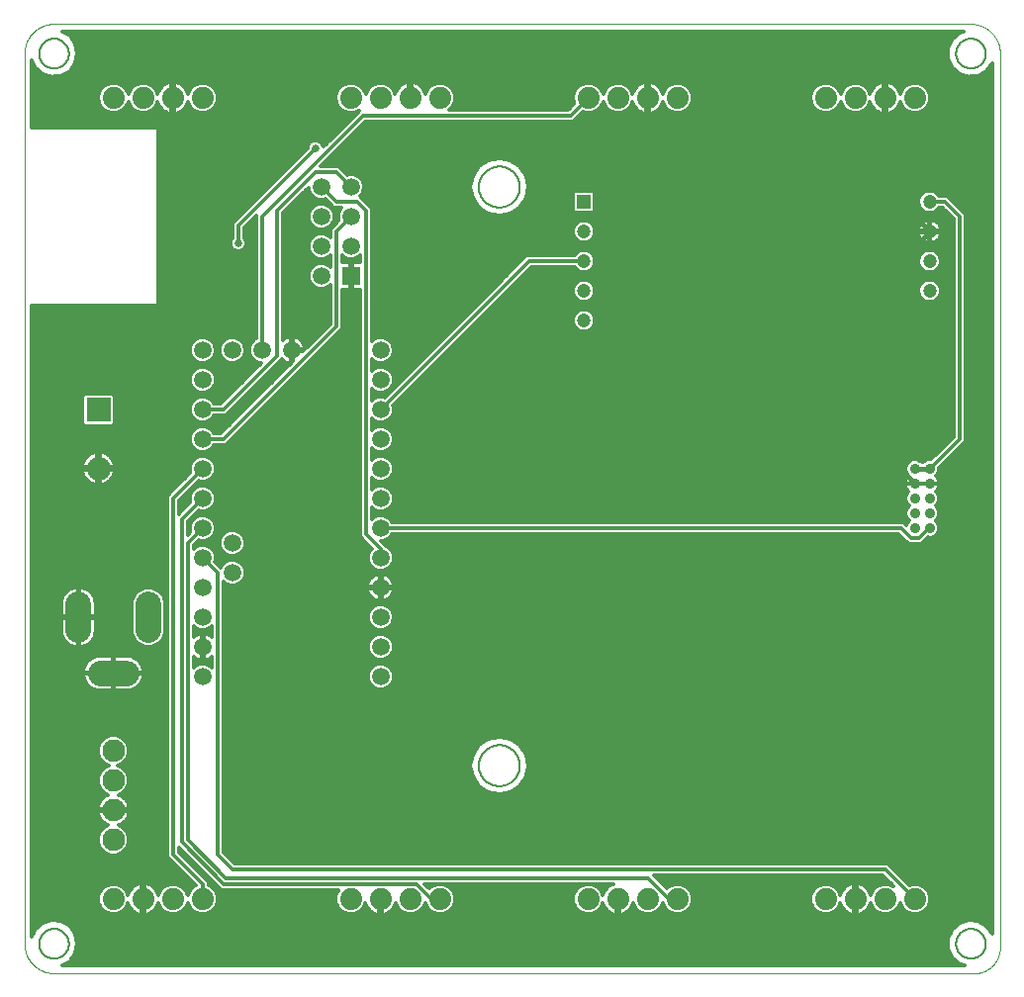
<source format=gbl>
G75*
%MOIN*%
%OFA0B0*%
%FSLAX25Y25*%
%IPPOS*%
%LPD*%
%AMOC8*
5,1,8,0,0,1.08239X$1,22.5*
%
%ADD10C,0.00000*%
%ADD11C,0.00600*%
%ADD12C,0.07400*%
%ADD13C,0.08600*%
%ADD14C,0.05906*%
%ADD15R,0.04724X0.04724*%
%ADD16C,0.04724*%
%ADD17R,0.08000X0.08000*%
%ADD18C,0.08000*%
%ADD19C,0.03562*%
%ADD20C,0.07600*%
%ADD21R,0.05906X0.05906*%
%ADD22C,0.01200*%
%ADD23C,0.01600*%
%ADD24C,0.02578*%
D10*
X0013520Y0011600D02*
X0013520Y0311561D01*
X0013523Y0311803D01*
X0013532Y0312044D01*
X0013546Y0312285D01*
X0013567Y0312526D01*
X0013593Y0312766D01*
X0013625Y0313006D01*
X0013663Y0313245D01*
X0013706Y0313482D01*
X0013756Y0313719D01*
X0013811Y0313954D01*
X0013871Y0314188D01*
X0013938Y0314420D01*
X0014009Y0314651D01*
X0014087Y0314880D01*
X0014170Y0315107D01*
X0014258Y0315332D01*
X0014352Y0315555D01*
X0014451Y0315775D01*
X0014556Y0315993D01*
X0014665Y0316208D01*
X0014780Y0316421D01*
X0014900Y0316631D01*
X0015025Y0316837D01*
X0015155Y0317041D01*
X0015290Y0317242D01*
X0015430Y0317439D01*
X0015574Y0317633D01*
X0015723Y0317823D01*
X0015877Y0318009D01*
X0016035Y0318192D01*
X0016197Y0318371D01*
X0016364Y0318546D01*
X0016535Y0318717D01*
X0016710Y0318884D01*
X0016889Y0319046D01*
X0017072Y0319204D01*
X0017258Y0319358D01*
X0017448Y0319507D01*
X0017642Y0319651D01*
X0017839Y0319791D01*
X0018040Y0319926D01*
X0018244Y0320056D01*
X0018450Y0320181D01*
X0018660Y0320301D01*
X0018873Y0320416D01*
X0019088Y0320525D01*
X0019306Y0320630D01*
X0019526Y0320729D01*
X0019749Y0320823D01*
X0019974Y0320911D01*
X0020201Y0320994D01*
X0020430Y0321072D01*
X0020661Y0321143D01*
X0020893Y0321210D01*
X0021127Y0321270D01*
X0021362Y0321325D01*
X0021599Y0321375D01*
X0021836Y0321418D01*
X0022075Y0321456D01*
X0022315Y0321488D01*
X0022555Y0321514D01*
X0022796Y0321535D01*
X0023037Y0321549D01*
X0023278Y0321558D01*
X0023520Y0321561D01*
X0332260Y0321561D01*
X0332501Y0321558D01*
X0332741Y0321549D01*
X0332982Y0321535D01*
X0333221Y0321514D01*
X0333461Y0321488D01*
X0333699Y0321456D01*
X0333937Y0321419D01*
X0334174Y0321375D01*
X0334409Y0321326D01*
X0334644Y0321272D01*
X0334877Y0321211D01*
X0335108Y0321145D01*
X0335338Y0321073D01*
X0335566Y0320996D01*
X0335792Y0320914D01*
X0336016Y0320826D01*
X0336238Y0320732D01*
X0336458Y0320633D01*
X0336675Y0320529D01*
X0336889Y0320420D01*
X0337101Y0320306D01*
X0337310Y0320186D01*
X0337516Y0320062D01*
X0337719Y0319932D01*
X0337918Y0319798D01*
X0338115Y0319659D01*
X0338308Y0319515D01*
X0338497Y0319366D01*
X0338683Y0319213D01*
X0338865Y0319056D01*
X0339044Y0318894D01*
X0339218Y0318728D01*
X0339388Y0318558D01*
X0339554Y0318384D01*
X0339716Y0318205D01*
X0339873Y0318023D01*
X0340026Y0317837D01*
X0340175Y0317648D01*
X0340319Y0317455D01*
X0340458Y0317258D01*
X0340592Y0317059D01*
X0340722Y0316856D01*
X0340846Y0316650D01*
X0340966Y0316441D01*
X0341080Y0316229D01*
X0341189Y0316015D01*
X0341293Y0315798D01*
X0341392Y0315578D01*
X0341486Y0315356D01*
X0341574Y0315132D01*
X0341656Y0314906D01*
X0341733Y0314678D01*
X0341805Y0314448D01*
X0341871Y0314217D01*
X0341932Y0313984D01*
X0341986Y0313749D01*
X0342035Y0313514D01*
X0342079Y0313277D01*
X0342116Y0313039D01*
X0342148Y0312801D01*
X0342174Y0312561D01*
X0342195Y0312322D01*
X0342209Y0312081D01*
X0342218Y0311841D01*
X0342221Y0311600D01*
X0342220Y0311600D02*
X0342220Y0010301D01*
X0342221Y0010301D02*
X0342218Y0010091D01*
X0342211Y0009881D01*
X0342198Y0009671D01*
X0342180Y0009461D01*
X0342158Y0009252D01*
X0342130Y0009044D01*
X0342097Y0008836D01*
X0342059Y0008629D01*
X0342016Y0008423D01*
X0341968Y0008219D01*
X0341915Y0008015D01*
X0341858Y0007813D01*
X0341795Y0007612D01*
X0341728Y0007413D01*
X0341656Y0007216D01*
X0341579Y0007020D01*
X0341497Y0006826D01*
X0341411Y0006634D01*
X0341320Y0006445D01*
X0341224Y0006257D01*
X0341124Y0006072D01*
X0341020Y0005890D01*
X0340911Y0005710D01*
X0340798Y0005533D01*
X0340681Y0005358D01*
X0340559Y0005187D01*
X0340434Y0005018D01*
X0340304Y0004853D01*
X0340170Y0004690D01*
X0340033Y0004531D01*
X0339891Y0004375D01*
X0339746Y0004223D01*
X0339598Y0004075D01*
X0339446Y0003930D01*
X0339290Y0003788D01*
X0339131Y0003651D01*
X0338968Y0003517D01*
X0338803Y0003387D01*
X0338634Y0003262D01*
X0338463Y0003140D01*
X0338288Y0003023D01*
X0338111Y0002910D01*
X0337931Y0002801D01*
X0337749Y0002697D01*
X0337564Y0002597D01*
X0337376Y0002501D01*
X0337187Y0002410D01*
X0336995Y0002324D01*
X0336801Y0002242D01*
X0336605Y0002165D01*
X0336408Y0002093D01*
X0336209Y0002026D01*
X0336008Y0001963D01*
X0335806Y0001906D01*
X0335602Y0001853D01*
X0335398Y0001805D01*
X0335192Y0001762D01*
X0334985Y0001724D01*
X0334777Y0001691D01*
X0334569Y0001663D01*
X0334360Y0001641D01*
X0334150Y0001623D01*
X0333940Y0001610D01*
X0333730Y0001603D01*
X0333520Y0001600D01*
X0023520Y0001600D01*
X0023278Y0001603D01*
X0023037Y0001612D01*
X0022796Y0001626D01*
X0022555Y0001647D01*
X0022315Y0001673D01*
X0022075Y0001705D01*
X0021836Y0001743D01*
X0021599Y0001786D01*
X0021362Y0001836D01*
X0021127Y0001891D01*
X0020893Y0001951D01*
X0020661Y0002018D01*
X0020430Y0002089D01*
X0020201Y0002167D01*
X0019974Y0002250D01*
X0019749Y0002338D01*
X0019526Y0002432D01*
X0019306Y0002531D01*
X0019088Y0002636D01*
X0018873Y0002745D01*
X0018660Y0002860D01*
X0018450Y0002980D01*
X0018244Y0003105D01*
X0018040Y0003235D01*
X0017839Y0003370D01*
X0017642Y0003510D01*
X0017448Y0003654D01*
X0017258Y0003803D01*
X0017072Y0003957D01*
X0016889Y0004115D01*
X0016710Y0004277D01*
X0016535Y0004444D01*
X0016364Y0004615D01*
X0016197Y0004790D01*
X0016035Y0004969D01*
X0015877Y0005152D01*
X0015723Y0005338D01*
X0015574Y0005528D01*
X0015430Y0005722D01*
X0015290Y0005919D01*
X0015155Y0006120D01*
X0015025Y0006324D01*
X0014900Y0006530D01*
X0014780Y0006740D01*
X0014665Y0006953D01*
X0014556Y0007168D01*
X0014451Y0007386D01*
X0014352Y0007606D01*
X0014258Y0007829D01*
X0014170Y0008054D01*
X0014087Y0008281D01*
X0014009Y0008510D01*
X0013938Y0008741D01*
X0013871Y0008973D01*
X0013811Y0009207D01*
X0013756Y0009442D01*
X0013706Y0009679D01*
X0013663Y0009916D01*
X0013625Y0010155D01*
X0013593Y0010395D01*
X0013567Y0010635D01*
X0013546Y0010876D01*
X0013532Y0011117D01*
X0013523Y0011358D01*
X0013520Y0011600D01*
D11*
X0018520Y0011600D02*
X0018522Y0011741D01*
X0018528Y0011882D01*
X0018538Y0012022D01*
X0018552Y0012162D01*
X0018570Y0012302D01*
X0018591Y0012441D01*
X0018617Y0012580D01*
X0018646Y0012718D01*
X0018680Y0012854D01*
X0018717Y0012990D01*
X0018758Y0013125D01*
X0018803Y0013259D01*
X0018852Y0013391D01*
X0018904Y0013522D01*
X0018960Y0013651D01*
X0019020Y0013778D01*
X0019083Y0013904D01*
X0019149Y0014028D01*
X0019220Y0014151D01*
X0019293Y0014271D01*
X0019370Y0014389D01*
X0019450Y0014505D01*
X0019534Y0014618D01*
X0019620Y0014729D01*
X0019710Y0014838D01*
X0019803Y0014944D01*
X0019898Y0015047D01*
X0019997Y0015148D01*
X0020098Y0015246D01*
X0020202Y0015341D01*
X0020309Y0015433D01*
X0020418Y0015522D01*
X0020530Y0015607D01*
X0020644Y0015690D01*
X0020760Y0015770D01*
X0020879Y0015846D01*
X0021000Y0015918D01*
X0021122Y0015988D01*
X0021247Y0016053D01*
X0021373Y0016116D01*
X0021501Y0016174D01*
X0021631Y0016229D01*
X0021762Y0016281D01*
X0021895Y0016328D01*
X0022029Y0016372D01*
X0022164Y0016413D01*
X0022300Y0016449D01*
X0022437Y0016481D01*
X0022575Y0016510D01*
X0022713Y0016535D01*
X0022853Y0016555D01*
X0022993Y0016572D01*
X0023133Y0016585D01*
X0023274Y0016594D01*
X0023414Y0016599D01*
X0023555Y0016600D01*
X0023696Y0016597D01*
X0023837Y0016590D01*
X0023977Y0016579D01*
X0024117Y0016564D01*
X0024257Y0016545D01*
X0024396Y0016523D01*
X0024534Y0016496D01*
X0024672Y0016466D01*
X0024808Y0016431D01*
X0024944Y0016393D01*
X0025078Y0016351D01*
X0025212Y0016305D01*
X0025344Y0016256D01*
X0025474Y0016202D01*
X0025603Y0016145D01*
X0025730Y0016085D01*
X0025856Y0016021D01*
X0025979Y0015953D01*
X0026101Y0015882D01*
X0026221Y0015808D01*
X0026338Y0015730D01*
X0026453Y0015649D01*
X0026566Y0015565D01*
X0026677Y0015478D01*
X0026785Y0015387D01*
X0026890Y0015294D01*
X0026993Y0015197D01*
X0027093Y0015098D01*
X0027190Y0014996D01*
X0027284Y0014891D01*
X0027375Y0014784D01*
X0027463Y0014674D01*
X0027548Y0014562D01*
X0027630Y0014447D01*
X0027709Y0014330D01*
X0027784Y0014211D01*
X0027856Y0014090D01*
X0027924Y0013967D01*
X0027989Y0013842D01*
X0028051Y0013715D01*
X0028108Y0013586D01*
X0028163Y0013456D01*
X0028213Y0013325D01*
X0028260Y0013192D01*
X0028303Y0013058D01*
X0028342Y0012922D01*
X0028377Y0012786D01*
X0028409Y0012649D01*
X0028436Y0012511D01*
X0028460Y0012372D01*
X0028480Y0012232D01*
X0028496Y0012092D01*
X0028508Y0011952D01*
X0028516Y0011811D01*
X0028520Y0011670D01*
X0028520Y0011530D01*
X0028516Y0011389D01*
X0028508Y0011248D01*
X0028496Y0011108D01*
X0028480Y0010968D01*
X0028460Y0010828D01*
X0028436Y0010689D01*
X0028409Y0010551D01*
X0028377Y0010414D01*
X0028342Y0010278D01*
X0028303Y0010142D01*
X0028260Y0010008D01*
X0028213Y0009875D01*
X0028163Y0009744D01*
X0028108Y0009614D01*
X0028051Y0009485D01*
X0027989Y0009358D01*
X0027924Y0009233D01*
X0027856Y0009110D01*
X0027784Y0008989D01*
X0027709Y0008870D01*
X0027630Y0008753D01*
X0027548Y0008638D01*
X0027463Y0008526D01*
X0027375Y0008416D01*
X0027284Y0008309D01*
X0027190Y0008204D01*
X0027093Y0008102D01*
X0026993Y0008003D01*
X0026890Y0007906D01*
X0026785Y0007813D01*
X0026677Y0007722D01*
X0026566Y0007635D01*
X0026453Y0007551D01*
X0026338Y0007470D01*
X0026221Y0007392D01*
X0026101Y0007318D01*
X0025979Y0007247D01*
X0025856Y0007179D01*
X0025730Y0007115D01*
X0025603Y0007055D01*
X0025474Y0006998D01*
X0025344Y0006944D01*
X0025212Y0006895D01*
X0025078Y0006849D01*
X0024944Y0006807D01*
X0024808Y0006769D01*
X0024672Y0006734D01*
X0024534Y0006704D01*
X0024396Y0006677D01*
X0024257Y0006655D01*
X0024117Y0006636D01*
X0023977Y0006621D01*
X0023837Y0006610D01*
X0023696Y0006603D01*
X0023555Y0006600D01*
X0023414Y0006601D01*
X0023274Y0006606D01*
X0023133Y0006615D01*
X0022993Y0006628D01*
X0022853Y0006645D01*
X0022713Y0006665D01*
X0022575Y0006690D01*
X0022437Y0006719D01*
X0022300Y0006751D01*
X0022164Y0006787D01*
X0022029Y0006828D01*
X0021895Y0006872D01*
X0021762Y0006919D01*
X0021631Y0006971D01*
X0021501Y0007026D01*
X0021373Y0007084D01*
X0021247Y0007147D01*
X0021122Y0007212D01*
X0021000Y0007282D01*
X0020879Y0007354D01*
X0020760Y0007430D01*
X0020644Y0007510D01*
X0020530Y0007593D01*
X0020418Y0007678D01*
X0020309Y0007767D01*
X0020202Y0007859D01*
X0020098Y0007954D01*
X0019997Y0008052D01*
X0019898Y0008153D01*
X0019803Y0008256D01*
X0019710Y0008362D01*
X0019620Y0008471D01*
X0019534Y0008582D01*
X0019450Y0008695D01*
X0019370Y0008811D01*
X0019293Y0008929D01*
X0019220Y0009049D01*
X0019149Y0009172D01*
X0019083Y0009296D01*
X0019020Y0009422D01*
X0018960Y0009549D01*
X0018904Y0009678D01*
X0018852Y0009809D01*
X0018803Y0009941D01*
X0018758Y0010075D01*
X0018717Y0010210D01*
X0018680Y0010346D01*
X0018646Y0010482D01*
X0018617Y0010620D01*
X0018591Y0010759D01*
X0018570Y0010898D01*
X0018552Y0011038D01*
X0018538Y0011178D01*
X0018528Y0011318D01*
X0018522Y0011459D01*
X0018520Y0011600D01*
X0166630Y0071600D02*
X0166632Y0071769D01*
X0166638Y0071938D01*
X0166649Y0072107D01*
X0166663Y0072275D01*
X0166682Y0072443D01*
X0166705Y0072611D01*
X0166731Y0072778D01*
X0166762Y0072944D01*
X0166797Y0073110D01*
X0166836Y0073274D01*
X0166880Y0073438D01*
X0166927Y0073600D01*
X0166978Y0073761D01*
X0167033Y0073921D01*
X0167092Y0074080D01*
X0167154Y0074237D01*
X0167221Y0074392D01*
X0167292Y0074546D01*
X0167366Y0074698D01*
X0167444Y0074848D01*
X0167525Y0074996D01*
X0167610Y0075142D01*
X0167699Y0075286D01*
X0167791Y0075428D01*
X0167887Y0075567D01*
X0167986Y0075704D01*
X0168088Y0075839D01*
X0168194Y0075971D01*
X0168303Y0076100D01*
X0168415Y0076227D01*
X0168530Y0076351D01*
X0168648Y0076472D01*
X0168769Y0076590D01*
X0168893Y0076705D01*
X0169020Y0076817D01*
X0169149Y0076926D01*
X0169281Y0077032D01*
X0169416Y0077134D01*
X0169553Y0077233D01*
X0169692Y0077329D01*
X0169834Y0077421D01*
X0169978Y0077510D01*
X0170124Y0077595D01*
X0170272Y0077676D01*
X0170422Y0077754D01*
X0170574Y0077828D01*
X0170728Y0077899D01*
X0170883Y0077966D01*
X0171040Y0078028D01*
X0171199Y0078087D01*
X0171359Y0078142D01*
X0171520Y0078193D01*
X0171682Y0078240D01*
X0171846Y0078284D01*
X0172010Y0078323D01*
X0172176Y0078358D01*
X0172342Y0078389D01*
X0172509Y0078415D01*
X0172677Y0078438D01*
X0172845Y0078457D01*
X0173013Y0078471D01*
X0173182Y0078482D01*
X0173351Y0078488D01*
X0173520Y0078490D01*
X0173689Y0078488D01*
X0173858Y0078482D01*
X0174027Y0078471D01*
X0174195Y0078457D01*
X0174363Y0078438D01*
X0174531Y0078415D01*
X0174698Y0078389D01*
X0174864Y0078358D01*
X0175030Y0078323D01*
X0175194Y0078284D01*
X0175358Y0078240D01*
X0175520Y0078193D01*
X0175681Y0078142D01*
X0175841Y0078087D01*
X0176000Y0078028D01*
X0176157Y0077966D01*
X0176312Y0077899D01*
X0176466Y0077828D01*
X0176618Y0077754D01*
X0176768Y0077676D01*
X0176916Y0077595D01*
X0177062Y0077510D01*
X0177206Y0077421D01*
X0177348Y0077329D01*
X0177487Y0077233D01*
X0177624Y0077134D01*
X0177759Y0077032D01*
X0177891Y0076926D01*
X0178020Y0076817D01*
X0178147Y0076705D01*
X0178271Y0076590D01*
X0178392Y0076472D01*
X0178510Y0076351D01*
X0178625Y0076227D01*
X0178737Y0076100D01*
X0178846Y0075971D01*
X0178952Y0075839D01*
X0179054Y0075704D01*
X0179153Y0075567D01*
X0179249Y0075428D01*
X0179341Y0075286D01*
X0179430Y0075142D01*
X0179515Y0074996D01*
X0179596Y0074848D01*
X0179674Y0074698D01*
X0179748Y0074546D01*
X0179819Y0074392D01*
X0179886Y0074237D01*
X0179948Y0074080D01*
X0180007Y0073921D01*
X0180062Y0073761D01*
X0180113Y0073600D01*
X0180160Y0073438D01*
X0180204Y0073274D01*
X0180243Y0073110D01*
X0180278Y0072944D01*
X0180309Y0072778D01*
X0180335Y0072611D01*
X0180358Y0072443D01*
X0180377Y0072275D01*
X0180391Y0072107D01*
X0180402Y0071938D01*
X0180408Y0071769D01*
X0180410Y0071600D01*
X0180408Y0071431D01*
X0180402Y0071262D01*
X0180391Y0071093D01*
X0180377Y0070925D01*
X0180358Y0070757D01*
X0180335Y0070589D01*
X0180309Y0070422D01*
X0180278Y0070256D01*
X0180243Y0070090D01*
X0180204Y0069926D01*
X0180160Y0069762D01*
X0180113Y0069600D01*
X0180062Y0069439D01*
X0180007Y0069279D01*
X0179948Y0069120D01*
X0179886Y0068963D01*
X0179819Y0068808D01*
X0179748Y0068654D01*
X0179674Y0068502D01*
X0179596Y0068352D01*
X0179515Y0068204D01*
X0179430Y0068058D01*
X0179341Y0067914D01*
X0179249Y0067772D01*
X0179153Y0067633D01*
X0179054Y0067496D01*
X0178952Y0067361D01*
X0178846Y0067229D01*
X0178737Y0067100D01*
X0178625Y0066973D01*
X0178510Y0066849D01*
X0178392Y0066728D01*
X0178271Y0066610D01*
X0178147Y0066495D01*
X0178020Y0066383D01*
X0177891Y0066274D01*
X0177759Y0066168D01*
X0177624Y0066066D01*
X0177487Y0065967D01*
X0177348Y0065871D01*
X0177206Y0065779D01*
X0177062Y0065690D01*
X0176916Y0065605D01*
X0176768Y0065524D01*
X0176618Y0065446D01*
X0176466Y0065372D01*
X0176312Y0065301D01*
X0176157Y0065234D01*
X0176000Y0065172D01*
X0175841Y0065113D01*
X0175681Y0065058D01*
X0175520Y0065007D01*
X0175358Y0064960D01*
X0175194Y0064916D01*
X0175030Y0064877D01*
X0174864Y0064842D01*
X0174698Y0064811D01*
X0174531Y0064785D01*
X0174363Y0064762D01*
X0174195Y0064743D01*
X0174027Y0064729D01*
X0173858Y0064718D01*
X0173689Y0064712D01*
X0173520Y0064710D01*
X0173351Y0064712D01*
X0173182Y0064718D01*
X0173013Y0064729D01*
X0172845Y0064743D01*
X0172677Y0064762D01*
X0172509Y0064785D01*
X0172342Y0064811D01*
X0172176Y0064842D01*
X0172010Y0064877D01*
X0171846Y0064916D01*
X0171682Y0064960D01*
X0171520Y0065007D01*
X0171359Y0065058D01*
X0171199Y0065113D01*
X0171040Y0065172D01*
X0170883Y0065234D01*
X0170728Y0065301D01*
X0170574Y0065372D01*
X0170422Y0065446D01*
X0170272Y0065524D01*
X0170124Y0065605D01*
X0169978Y0065690D01*
X0169834Y0065779D01*
X0169692Y0065871D01*
X0169553Y0065967D01*
X0169416Y0066066D01*
X0169281Y0066168D01*
X0169149Y0066274D01*
X0169020Y0066383D01*
X0168893Y0066495D01*
X0168769Y0066610D01*
X0168648Y0066728D01*
X0168530Y0066849D01*
X0168415Y0066973D01*
X0168303Y0067100D01*
X0168194Y0067229D01*
X0168088Y0067361D01*
X0167986Y0067496D01*
X0167887Y0067633D01*
X0167791Y0067772D01*
X0167699Y0067914D01*
X0167610Y0068058D01*
X0167525Y0068204D01*
X0167444Y0068352D01*
X0167366Y0068502D01*
X0167292Y0068654D01*
X0167221Y0068808D01*
X0167154Y0068963D01*
X0167092Y0069120D01*
X0167033Y0069279D01*
X0166978Y0069439D01*
X0166927Y0069600D01*
X0166880Y0069762D01*
X0166836Y0069926D01*
X0166797Y0070090D01*
X0166762Y0070256D01*
X0166731Y0070422D01*
X0166705Y0070589D01*
X0166682Y0070757D01*
X0166663Y0070925D01*
X0166649Y0071093D01*
X0166638Y0071262D01*
X0166632Y0071431D01*
X0166630Y0071600D01*
X0327417Y0011600D02*
X0327419Y0011741D01*
X0327425Y0011882D01*
X0327435Y0012022D01*
X0327449Y0012162D01*
X0327467Y0012302D01*
X0327488Y0012441D01*
X0327514Y0012580D01*
X0327543Y0012718D01*
X0327577Y0012854D01*
X0327614Y0012990D01*
X0327655Y0013125D01*
X0327700Y0013259D01*
X0327749Y0013391D01*
X0327801Y0013522D01*
X0327857Y0013651D01*
X0327917Y0013778D01*
X0327980Y0013904D01*
X0328046Y0014028D01*
X0328117Y0014151D01*
X0328190Y0014271D01*
X0328267Y0014389D01*
X0328347Y0014505D01*
X0328431Y0014618D01*
X0328517Y0014729D01*
X0328607Y0014838D01*
X0328700Y0014944D01*
X0328795Y0015047D01*
X0328894Y0015148D01*
X0328995Y0015246D01*
X0329099Y0015341D01*
X0329206Y0015433D01*
X0329315Y0015522D01*
X0329427Y0015607D01*
X0329541Y0015690D01*
X0329657Y0015770D01*
X0329776Y0015846D01*
X0329897Y0015918D01*
X0330019Y0015988D01*
X0330144Y0016053D01*
X0330270Y0016116D01*
X0330398Y0016174D01*
X0330528Y0016229D01*
X0330659Y0016281D01*
X0330792Y0016328D01*
X0330926Y0016372D01*
X0331061Y0016413D01*
X0331197Y0016449D01*
X0331334Y0016481D01*
X0331472Y0016510D01*
X0331610Y0016535D01*
X0331750Y0016555D01*
X0331890Y0016572D01*
X0332030Y0016585D01*
X0332171Y0016594D01*
X0332311Y0016599D01*
X0332452Y0016600D01*
X0332593Y0016597D01*
X0332734Y0016590D01*
X0332874Y0016579D01*
X0333014Y0016564D01*
X0333154Y0016545D01*
X0333293Y0016523D01*
X0333431Y0016496D01*
X0333569Y0016466D01*
X0333705Y0016431D01*
X0333841Y0016393D01*
X0333975Y0016351D01*
X0334109Y0016305D01*
X0334241Y0016256D01*
X0334371Y0016202D01*
X0334500Y0016145D01*
X0334627Y0016085D01*
X0334753Y0016021D01*
X0334876Y0015953D01*
X0334998Y0015882D01*
X0335118Y0015808D01*
X0335235Y0015730D01*
X0335350Y0015649D01*
X0335463Y0015565D01*
X0335574Y0015478D01*
X0335682Y0015387D01*
X0335787Y0015294D01*
X0335890Y0015197D01*
X0335990Y0015098D01*
X0336087Y0014996D01*
X0336181Y0014891D01*
X0336272Y0014784D01*
X0336360Y0014674D01*
X0336445Y0014562D01*
X0336527Y0014447D01*
X0336606Y0014330D01*
X0336681Y0014211D01*
X0336753Y0014090D01*
X0336821Y0013967D01*
X0336886Y0013842D01*
X0336948Y0013715D01*
X0337005Y0013586D01*
X0337060Y0013456D01*
X0337110Y0013325D01*
X0337157Y0013192D01*
X0337200Y0013058D01*
X0337239Y0012922D01*
X0337274Y0012786D01*
X0337306Y0012649D01*
X0337333Y0012511D01*
X0337357Y0012372D01*
X0337377Y0012232D01*
X0337393Y0012092D01*
X0337405Y0011952D01*
X0337413Y0011811D01*
X0337417Y0011670D01*
X0337417Y0011530D01*
X0337413Y0011389D01*
X0337405Y0011248D01*
X0337393Y0011108D01*
X0337377Y0010968D01*
X0337357Y0010828D01*
X0337333Y0010689D01*
X0337306Y0010551D01*
X0337274Y0010414D01*
X0337239Y0010278D01*
X0337200Y0010142D01*
X0337157Y0010008D01*
X0337110Y0009875D01*
X0337060Y0009744D01*
X0337005Y0009614D01*
X0336948Y0009485D01*
X0336886Y0009358D01*
X0336821Y0009233D01*
X0336753Y0009110D01*
X0336681Y0008989D01*
X0336606Y0008870D01*
X0336527Y0008753D01*
X0336445Y0008638D01*
X0336360Y0008526D01*
X0336272Y0008416D01*
X0336181Y0008309D01*
X0336087Y0008204D01*
X0335990Y0008102D01*
X0335890Y0008003D01*
X0335787Y0007906D01*
X0335682Y0007813D01*
X0335574Y0007722D01*
X0335463Y0007635D01*
X0335350Y0007551D01*
X0335235Y0007470D01*
X0335118Y0007392D01*
X0334998Y0007318D01*
X0334876Y0007247D01*
X0334753Y0007179D01*
X0334627Y0007115D01*
X0334500Y0007055D01*
X0334371Y0006998D01*
X0334241Y0006944D01*
X0334109Y0006895D01*
X0333975Y0006849D01*
X0333841Y0006807D01*
X0333705Y0006769D01*
X0333569Y0006734D01*
X0333431Y0006704D01*
X0333293Y0006677D01*
X0333154Y0006655D01*
X0333014Y0006636D01*
X0332874Y0006621D01*
X0332734Y0006610D01*
X0332593Y0006603D01*
X0332452Y0006600D01*
X0332311Y0006601D01*
X0332171Y0006606D01*
X0332030Y0006615D01*
X0331890Y0006628D01*
X0331750Y0006645D01*
X0331610Y0006665D01*
X0331472Y0006690D01*
X0331334Y0006719D01*
X0331197Y0006751D01*
X0331061Y0006787D01*
X0330926Y0006828D01*
X0330792Y0006872D01*
X0330659Y0006919D01*
X0330528Y0006971D01*
X0330398Y0007026D01*
X0330270Y0007084D01*
X0330144Y0007147D01*
X0330019Y0007212D01*
X0329897Y0007282D01*
X0329776Y0007354D01*
X0329657Y0007430D01*
X0329541Y0007510D01*
X0329427Y0007593D01*
X0329315Y0007678D01*
X0329206Y0007767D01*
X0329099Y0007859D01*
X0328995Y0007954D01*
X0328894Y0008052D01*
X0328795Y0008153D01*
X0328700Y0008256D01*
X0328607Y0008362D01*
X0328517Y0008471D01*
X0328431Y0008582D01*
X0328347Y0008695D01*
X0328267Y0008811D01*
X0328190Y0008929D01*
X0328117Y0009049D01*
X0328046Y0009172D01*
X0327980Y0009296D01*
X0327917Y0009422D01*
X0327857Y0009549D01*
X0327801Y0009678D01*
X0327749Y0009809D01*
X0327700Y0009941D01*
X0327655Y0010075D01*
X0327614Y0010210D01*
X0327577Y0010346D01*
X0327543Y0010482D01*
X0327514Y0010620D01*
X0327488Y0010759D01*
X0327467Y0010898D01*
X0327449Y0011038D01*
X0327435Y0011178D01*
X0327425Y0011318D01*
X0327419Y0011459D01*
X0327417Y0011600D01*
X0166630Y0266600D02*
X0166632Y0266769D01*
X0166638Y0266938D01*
X0166649Y0267107D01*
X0166663Y0267275D01*
X0166682Y0267443D01*
X0166705Y0267611D01*
X0166731Y0267778D01*
X0166762Y0267944D01*
X0166797Y0268110D01*
X0166836Y0268274D01*
X0166880Y0268438D01*
X0166927Y0268600D01*
X0166978Y0268761D01*
X0167033Y0268921D01*
X0167092Y0269080D01*
X0167154Y0269237D01*
X0167221Y0269392D01*
X0167292Y0269546D01*
X0167366Y0269698D01*
X0167444Y0269848D01*
X0167525Y0269996D01*
X0167610Y0270142D01*
X0167699Y0270286D01*
X0167791Y0270428D01*
X0167887Y0270567D01*
X0167986Y0270704D01*
X0168088Y0270839D01*
X0168194Y0270971D01*
X0168303Y0271100D01*
X0168415Y0271227D01*
X0168530Y0271351D01*
X0168648Y0271472D01*
X0168769Y0271590D01*
X0168893Y0271705D01*
X0169020Y0271817D01*
X0169149Y0271926D01*
X0169281Y0272032D01*
X0169416Y0272134D01*
X0169553Y0272233D01*
X0169692Y0272329D01*
X0169834Y0272421D01*
X0169978Y0272510D01*
X0170124Y0272595D01*
X0170272Y0272676D01*
X0170422Y0272754D01*
X0170574Y0272828D01*
X0170728Y0272899D01*
X0170883Y0272966D01*
X0171040Y0273028D01*
X0171199Y0273087D01*
X0171359Y0273142D01*
X0171520Y0273193D01*
X0171682Y0273240D01*
X0171846Y0273284D01*
X0172010Y0273323D01*
X0172176Y0273358D01*
X0172342Y0273389D01*
X0172509Y0273415D01*
X0172677Y0273438D01*
X0172845Y0273457D01*
X0173013Y0273471D01*
X0173182Y0273482D01*
X0173351Y0273488D01*
X0173520Y0273490D01*
X0173689Y0273488D01*
X0173858Y0273482D01*
X0174027Y0273471D01*
X0174195Y0273457D01*
X0174363Y0273438D01*
X0174531Y0273415D01*
X0174698Y0273389D01*
X0174864Y0273358D01*
X0175030Y0273323D01*
X0175194Y0273284D01*
X0175358Y0273240D01*
X0175520Y0273193D01*
X0175681Y0273142D01*
X0175841Y0273087D01*
X0176000Y0273028D01*
X0176157Y0272966D01*
X0176312Y0272899D01*
X0176466Y0272828D01*
X0176618Y0272754D01*
X0176768Y0272676D01*
X0176916Y0272595D01*
X0177062Y0272510D01*
X0177206Y0272421D01*
X0177348Y0272329D01*
X0177487Y0272233D01*
X0177624Y0272134D01*
X0177759Y0272032D01*
X0177891Y0271926D01*
X0178020Y0271817D01*
X0178147Y0271705D01*
X0178271Y0271590D01*
X0178392Y0271472D01*
X0178510Y0271351D01*
X0178625Y0271227D01*
X0178737Y0271100D01*
X0178846Y0270971D01*
X0178952Y0270839D01*
X0179054Y0270704D01*
X0179153Y0270567D01*
X0179249Y0270428D01*
X0179341Y0270286D01*
X0179430Y0270142D01*
X0179515Y0269996D01*
X0179596Y0269848D01*
X0179674Y0269698D01*
X0179748Y0269546D01*
X0179819Y0269392D01*
X0179886Y0269237D01*
X0179948Y0269080D01*
X0180007Y0268921D01*
X0180062Y0268761D01*
X0180113Y0268600D01*
X0180160Y0268438D01*
X0180204Y0268274D01*
X0180243Y0268110D01*
X0180278Y0267944D01*
X0180309Y0267778D01*
X0180335Y0267611D01*
X0180358Y0267443D01*
X0180377Y0267275D01*
X0180391Y0267107D01*
X0180402Y0266938D01*
X0180408Y0266769D01*
X0180410Y0266600D01*
X0180408Y0266431D01*
X0180402Y0266262D01*
X0180391Y0266093D01*
X0180377Y0265925D01*
X0180358Y0265757D01*
X0180335Y0265589D01*
X0180309Y0265422D01*
X0180278Y0265256D01*
X0180243Y0265090D01*
X0180204Y0264926D01*
X0180160Y0264762D01*
X0180113Y0264600D01*
X0180062Y0264439D01*
X0180007Y0264279D01*
X0179948Y0264120D01*
X0179886Y0263963D01*
X0179819Y0263808D01*
X0179748Y0263654D01*
X0179674Y0263502D01*
X0179596Y0263352D01*
X0179515Y0263204D01*
X0179430Y0263058D01*
X0179341Y0262914D01*
X0179249Y0262772D01*
X0179153Y0262633D01*
X0179054Y0262496D01*
X0178952Y0262361D01*
X0178846Y0262229D01*
X0178737Y0262100D01*
X0178625Y0261973D01*
X0178510Y0261849D01*
X0178392Y0261728D01*
X0178271Y0261610D01*
X0178147Y0261495D01*
X0178020Y0261383D01*
X0177891Y0261274D01*
X0177759Y0261168D01*
X0177624Y0261066D01*
X0177487Y0260967D01*
X0177348Y0260871D01*
X0177206Y0260779D01*
X0177062Y0260690D01*
X0176916Y0260605D01*
X0176768Y0260524D01*
X0176618Y0260446D01*
X0176466Y0260372D01*
X0176312Y0260301D01*
X0176157Y0260234D01*
X0176000Y0260172D01*
X0175841Y0260113D01*
X0175681Y0260058D01*
X0175520Y0260007D01*
X0175358Y0259960D01*
X0175194Y0259916D01*
X0175030Y0259877D01*
X0174864Y0259842D01*
X0174698Y0259811D01*
X0174531Y0259785D01*
X0174363Y0259762D01*
X0174195Y0259743D01*
X0174027Y0259729D01*
X0173858Y0259718D01*
X0173689Y0259712D01*
X0173520Y0259710D01*
X0173351Y0259712D01*
X0173182Y0259718D01*
X0173013Y0259729D01*
X0172845Y0259743D01*
X0172677Y0259762D01*
X0172509Y0259785D01*
X0172342Y0259811D01*
X0172176Y0259842D01*
X0172010Y0259877D01*
X0171846Y0259916D01*
X0171682Y0259960D01*
X0171520Y0260007D01*
X0171359Y0260058D01*
X0171199Y0260113D01*
X0171040Y0260172D01*
X0170883Y0260234D01*
X0170728Y0260301D01*
X0170574Y0260372D01*
X0170422Y0260446D01*
X0170272Y0260524D01*
X0170124Y0260605D01*
X0169978Y0260690D01*
X0169834Y0260779D01*
X0169692Y0260871D01*
X0169553Y0260967D01*
X0169416Y0261066D01*
X0169281Y0261168D01*
X0169149Y0261274D01*
X0169020Y0261383D01*
X0168893Y0261495D01*
X0168769Y0261610D01*
X0168648Y0261728D01*
X0168530Y0261849D01*
X0168415Y0261973D01*
X0168303Y0262100D01*
X0168194Y0262229D01*
X0168088Y0262361D01*
X0167986Y0262496D01*
X0167887Y0262633D01*
X0167791Y0262772D01*
X0167699Y0262914D01*
X0167610Y0263058D01*
X0167525Y0263204D01*
X0167444Y0263352D01*
X0167366Y0263502D01*
X0167292Y0263654D01*
X0167221Y0263808D01*
X0167154Y0263963D01*
X0167092Y0264120D01*
X0167033Y0264279D01*
X0166978Y0264439D01*
X0166927Y0264600D01*
X0166880Y0264762D01*
X0166836Y0264926D01*
X0166797Y0265090D01*
X0166762Y0265256D01*
X0166731Y0265422D01*
X0166705Y0265589D01*
X0166682Y0265757D01*
X0166663Y0265925D01*
X0166649Y0266093D01*
X0166638Y0266262D01*
X0166632Y0266431D01*
X0166630Y0266600D01*
X0018520Y0311600D02*
X0018522Y0311741D01*
X0018528Y0311882D01*
X0018538Y0312022D01*
X0018552Y0312162D01*
X0018570Y0312302D01*
X0018591Y0312441D01*
X0018617Y0312580D01*
X0018646Y0312718D01*
X0018680Y0312854D01*
X0018717Y0312990D01*
X0018758Y0313125D01*
X0018803Y0313259D01*
X0018852Y0313391D01*
X0018904Y0313522D01*
X0018960Y0313651D01*
X0019020Y0313778D01*
X0019083Y0313904D01*
X0019149Y0314028D01*
X0019220Y0314151D01*
X0019293Y0314271D01*
X0019370Y0314389D01*
X0019450Y0314505D01*
X0019534Y0314618D01*
X0019620Y0314729D01*
X0019710Y0314838D01*
X0019803Y0314944D01*
X0019898Y0315047D01*
X0019997Y0315148D01*
X0020098Y0315246D01*
X0020202Y0315341D01*
X0020309Y0315433D01*
X0020418Y0315522D01*
X0020530Y0315607D01*
X0020644Y0315690D01*
X0020760Y0315770D01*
X0020879Y0315846D01*
X0021000Y0315918D01*
X0021122Y0315988D01*
X0021247Y0316053D01*
X0021373Y0316116D01*
X0021501Y0316174D01*
X0021631Y0316229D01*
X0021762Y0316281D01*
X0021895Y0316328D01*
X0022029Y0316372D01*
X0022164Y0316413D01*
X0022300Y0316449D01*
X0022437Y0316481D01*
X0022575Y0316510D01*
X0022713Y0316535D01*
X0022853Y0316555D01*
X0022993Y0316572D01*
X0023133Y0316585D01*
X0023274Y0316594D01*
X0023414Y0316599D01*
X0023555Y0316600D01*
X0023696Y0316597D01*
X0023837Y0316590D01*
X0023977Y0316579D01*
X0024117Y0316564D01*
X0024257Y0316545D01*
X0024396Y0316523D01*
X0024534Y0316496D01*
X0024672Y0316466D01*
X0024808Y0316431D01*
X0024944Y0316393D01*
X0025078Y0316351D01*
X0025212Y0316305D01*
X0025344Y0316256D01*
X0025474Y0316202D01*
X0025603Y0316145D01*
X0025730Y0316085D01*
X0025856Y0316021D01*
X0025979Y0315953D01*
X0026101Y0315882D01*
X0026221Y0315808D01*
X0026338Y0315730D01*
X0026453Y0315649D01*
X0026566Y0315565D01*
X0026677Y0315478D01*
X0026785Y0315387D01*
X0026890Y0315294D01*
X0026993Y0315197D01*
X0027093Y0315098D01*
X0027190Y0314996D01*
X0027284Y0314891D01*
X0027375Y0314784D01*
X0027463Y0314674D01*
X0027548Y0314562D01*
X0027630Y0314447D01*
X0027709Y0314330D01*
X0027784Y0314211D01*
X0027856Y0314090D01*
X0027924Y0313967D01*
X0027989Y0313842D01*
X0028051Y0313715D01*
X0028108Y0313586D01*
X0028163Y0313456D01*
X0028213Y0313325D01*
X0028260Y0313192D01*
X0028303Y0313058D01*
X0028342Y0312922D01*
X0028377Y0312786D01*
X0028409Y0312649D01*
X0028436Y0312511D01*
X0028460Y0312372D01*
X0028480Y0312232D01*
X0028496Y0312092D01*
X0028508Y0311952D01*
X0028516Y0311811D01*
X0028520Y0311670D01*
X0028520Y0311530D01*
X0028516Y0311389D01*
X0028508Y0311248D01*
X0028496Y0311108D01*
X0028480Y0310968D01*
X0028460Y0310828D01*
X0028436Y0310689D01*
X0028409Y0310551D01*
X0028377Y0310414D01*
X0028342Y0310278D01*
X0028303Y0310142D01*
X0028260Y0310008D01*
X0028213Y0309875D01*
X0028163Y0309744D01*
X0028108Y0309614D01*
X0028051Y0309485D01*
X0027989Y0309358D01*
X0027924Y0309233D01*
X0027856Y0309110D01*
X0027784Y0308989D01*
X0027709Y0308870D01*
X0027630Y0308753D01*
X0027548Y0308638D01*
X0027463Y0308526D01*
X0027375Y0308416D01*
X0027284Y0308309D01*
X0027190Y0308204D01*
X0027093Y0308102D01*
X0026993Y0308003D01*
X0026890Y0307906D01*
X0026785Y0307813D01*
X0026677Y0307722D01*
X0026566Y0307635D01*
X0026453Y0307551D01*
X0026338Y0307470D01*
X0026221Y0307392D01*
X0026101Y0307318D01*
X0025979Y0307247D01*
X0025856Y0307179D01*
X0025730Y0307115D01*
X0025603Y0307055D01*
X0025474Y0306998D01*
X0025344Y0306944D01*
X0025212Y0306895D01*
X0025078Y0306849D01*
X0024944Y0306807D01*
X0024808Y0306769D01*
X0024672Y0306734D01*
X0024534Y0306704D01*
X0024396Y0306677D01*
X0024257Y0306655D01*
X0024117Y0306636D01*
X0023977Y0306621D01*
X0023837Y0306610D01*
X0023696Y0306603D01*
X0023555Y0306600D01*
X0023414Y0306601D01*
X0023274Y0306606D01*
X0023133Y0306615D01*
X0022993Y0306628D01*
X0022853Y0306645D01*
X0022713Y0306665D01*
X0022575Y0306690D01*
X0022437Y0306719D01*
X0022300Y0306751D01*
X0022164Y0306787D01*
X0022029Y0306828D01*
X0021895Y0306872D01*
X0021762Y0306919D01*
X0021631Y0306971D01*
X0021501Y0307026D01*
X0021373Y0307084D01*
X0021247Y0307147D01*
X0021122Y0307212D01*
X0021000Y0307282D01*
X0020879Y0307354D01*
X0020760Y0307430D01*
X0020644Y0307510D01*
X0020530Y0307593D01*
X0020418Y0307678D01*
X0020309Y0307767D01*
X0020202Y0307859D01*
X0020098Y0307954D01*
X0019997Y0308052D01*
X0019898Y0308153D01*
X0019803Y0308256D01*
X0019710Y0308362D01*
X0019620Y0308471D01*
X0019534Y0308582D01*
X0019450Y0308695D01*
X0019370Y0308811D01*
X0019293Y0308929D01*
X0019220Y0309049D01*
X0019149Y0309172D01*
X0019083Y0309296D01*
X0019020Y0309422D01*
X0018960Y0309549D01*
X0018904Y0309678D01*
X0018852Y0309809D01*
X0018803Y0309941D01*
X0018758Y0310075D01*
X0018717Y0310210D01*
X0018680Y0310346D01*
X0018646Y0310482D01*
X0018617Y0310620D01*
X0018591Y0310759D01*
X0018570Y0310898D01*
X0018552Y0311038D01*
X0018538Y0311178D01*
X0018528Y0311318D01*
X0018522Y0311459D01*
X0018520Y0311600D01*
X0327417Y0311600D02*
X0327419Y0311741D01*
X0327425Y0311882D01*
X0327435Y0312022D01*
X0327449Y0312162D01*
X0327467Y0312302D01*
X0327488Y0312441D01*
X0327514Y0312580D01*
X0327543Y0312718D01*
X0327577Y0312854D01*
X0327614Y0312990D01*
X0327655Y0313125D01*
X0327700Y0313259D01*
X0327749Y0313391D01*
X0327801Y0313522D01*
X0327857Y0313651D01*
X0327917Y0313778D01*
X0327980Y0313904D01*
X0328046Y0314028D01*
X0328117Y0314151D01*
X0328190Y0314271D01*
X0328267Y0314389D01*
X0328347Y0314505D01*
X0328431Y0314618D01*
X0328517Y0314729D01*
X0328607Y0314838D01*
X0328700Y0314944D01*
X0328795Y0315047D01*
X0328894Y0315148D01*
X0328995Y0315246D01*
X0329099Y0315341D01*
X0329206Y0315433D01*
X0329315Y0315522D01*
X0329427Y0315607D01*
X0329541Y0315690D01*
X0329657Y0315770D01*
X0329776Y0315846D01*
X0329897Y0315918D01*
X0330019Y0315988D01*
X0330144Y0316053D01*
X0330270Y0316116D01*
X0330398Y0316174D01*
X0330528Y0316229D01*
X0330659Y0316281D01*
X0330792Y0316328D01*
X0330926Y0316372D01*
X0331061Y0316413D01*
X0331197Y0316449D01*
X0331334Y0316481D01*
X0331472Y0316510D01*
X0331610Y0316535D01*
X0331750Y0316555D01*
X0331890Y0316572D01*
X0332030Y0316585D01*
X0332171Y0316594D01*
X0332311Y0316599D01*
X0332452Y0316600D01*
X0332593Y0316597D01*
X0332734Y0316590D01*
X0332874Y0316579D01*
X0333014Y0316564D01*
X0333154Y0316545D01*
X0333293Y0316523D01*
X0333431Y0316496D01*
X0333569Y0316466D01*
X0333705Y0316431D01*
X0333841Y0316393D01*
X0333975Y0316351D01*
X0334109Y0316305D01*
X0334241Y0316256D01*
X0334371Y0316202D01*
X0334500Y0316145D01*
X0334627Y0316085D01*
X0334753Y0316021D01*
X0334876Y0315953D01*
X0334998Y0315882D01*
X0335118Y0315808D01*
X0335235Y0315730D01*
X0335350Y0315649D01*
X0335463Y0315565D01*
X0335574Y0315478D01*
X0335682Y0315387D01*
X0335787Y0315294D01*
X0335890Y0315197D01*
X0335990Y0315098D01*
X0336087Y0314996D01*
X0336181Y0314891D01*
X0336272Y0314784D01*
X0336360Y0314674D01*
X0336445Y0314562D01*
X0336527Y0314447D01*
X0336606Y0314330D01*
X0336681Y0314211D01*
X0336753Y0314090D01*
X0336821Y0313967D01*
X0336886Y0313842D01*
X0336948Y0313715D01*
X0337005Y0313586D01*
X0337060Y0313456D01*
X0337110Y0313325D01*
X0337157Y0313192D01*
X0337200Y0313058D01*
X0337239Y0312922D01*
X0337274Y0312786D01*
X0337306Y0312649D01*
X0337333Y0312511D01*
X0337357Y0312372D01*
X0337377Y0312232D01*
X0337393Y0312092D01*
X0337405Y0311952D01*
X0337413Y0311811D01*
X0337417Y0311670D01*
X0337417Y0311530D01*
X0337413Y0311389D01*
X0337405Y0311248D01*
X0337393Y0311108D01*
X0337377Y0310968D01*
X0337357Y0310828D01*
X0337333Y0310689D01*
X0337306Y0310551D01*
X0337274Y0310414D01*
X0337239Y0310278D01*
X0337200Y0310142D01*
X0337157Y0310008D01*
X0337110Y0309875D01*
X0337060Y0309744D01*
X0337005Y0309614D01*
X0336948Y0309485D01*
X0336886Y0309358D01*
X0336821Y0309233D01*
X0336753Y0309110D01*
X0336681Y0308989D01*
X0336606Y0308870D01*
X0336527Y0308753D01*
X0336445Y0308638D01*
X0336360Y0308526D01*
X0336272Y0308416D01*
X0336181Y0308309D01*
X0336087Y0308204D01*
X0335990Y0308102D01*
X0335890Y0308003D01*
X0335787Y0307906D01*
X0335682Y0307813D01*
X0335574Y0307722D01*
X0335463Y0307635D01*
X0335350Y0307551D01*
X0335235Y0307470D01*
X0335118Y0307392D01*
X0334998Y0307318D01*
X0334876Y0307247D01*
X0334753Y0307179D01*
X0334627Y0307115D01*
X0334500Y0307055D01*
X0334371Y0306998D01*
X0334241Y0306944D01*
X0334109Y0306895D01*
X0333975Y0306849D01*
X0333841Y0306807D01*
X0333705Y0306769D01*
X0333569Y0306734D01*
X0333431Y0306704D01*
X0333293Y0306677D01*
X0333154Y0306655D01*
X0333014Y0306636D01*
X0332874Y0306621D01*
X0332734Y0306610D01*
X0332593Y0306603D01*
X0332452Y0306600D01*
X0332311Y0306601D01*
X0332171Y0306606D01*
X0332030Y0306615D01*
X0331890Y0306628D01*
X0331750Y0306645D01*
X0331610Y0306665D01*
X0331472Y0306690D01*
X0331334Y0306719D01*
X0331197Y0306751D01*
X0331061Y0306787D01*
X0330926Y0306828D01*
X0330792Y0306872D01*
X0330659Y0306919D01*
X0330528Y0306971D01*
X0330398Y0307026D01*
X0330270Y0307084D01*
X0330144Y0307147D01*
X0330019Y0307212D01*
X0329897Y0307282D01*
X0329776Y0307354D01*
X0329657Y0307430D01*
X0329541Y0307510D01*
X0329427Y0307593D01*
X0329315Y0307678D01*
X0329206Y0307767D01*
X0329099Y0307859D01*
X0328995Y0307954D01*
X0328894Y0308052D01*
X0328795Y0308153D01*
X0328700Y0308256D01*
X0328607Y0308362D01*
X0328517Y0308471D01*
X0328431Y0308582D01*
X0328347Y0308695D01*
X0328267Y0308811D01*
X0328190Y0308929D01*
X0328117Y0309049D01*
X0328046Y0309172D01*
X0327980Y0309296D01*
X0327917Y0309422D01*
X0327857Y0309549D01*
X0327801Y0309678D01*
X0327749Y0309809D01*
X0327700Y0309941D01*
X0327655Y0310075D01*
X0327614Y0310210D01*
X0327577Y0310346D01*
X0327543Y0310482D01*
X0327514Y0310620D01*
X0327488Y0310759D01*
X0327467Y0310898D01*
X0327449Y0311038D01*
X0327435Y0311178D01*
X0327425Y0311318D01*
X0327419Y0311459D01*
X0327417Y0311600D01*
D12*
X0313520Y0296600D03*
X0303520Y0296600D03*
X0293520Y0296600D03*
X0283520Y0296600D03*
X0233520Y0296600D03*
X0223520Y0296600D03*
X0213520Y0296600D03*
X0203520Y0296600D03*
X0153520Y0296600D03*
X0143520Y0296600D03*
X0133520Y0296600D03*
X0123520Y0296600D03*
X0073520Y0296600D03*
X0063520Y0296600D03*
X0053520Y0296600D03*
X0043520Y0296600D03*
X0043520Y0026600D03*
X0053520Y0026600D03*
X0063520Y0026600D03*
X0073520Y0026600D03*
X0123520Y0026600D03*
X0133520Y0026600D03*
X0143520Y0026600D03*
X0153520Y0026600D03*
X0203520Y0026600D03*
X0213520Y0026600D03*
X0223520Y0026600D03*
X0233520Y0026600D03*
X0283520Y0026600D03*
X0293520Y0026600D03*
X0303520Y0026600D03*
X0313520Y0026600D03*
D13*
X0055331Y0117300D02*
X0055331Y0125900D01*
X0031709Y0125900D02*
X0031709Y0117300D01*
X0039220Y0102702D02*
X0047820Y0102702D01*
D14*
X0073520Y0101600D03*
X0073520Y0111600D03*
X0073520Y0121600D03*
X0073520Y0131600D03*
X0073520Y0141600D03*
X0073520Y0151600D03*
X0083520Y0146600D03*
X0083520Y0136600D03*
X0073520Y0161600D03*
X0073520Y0171600D03*
X0073520Y0181600D03*
X0073520Y0191600D03*
X0073520Y0201600D03*
X0073520Y0211600D03*
X0083520Y0211600D03*
X0093520Y0211600D03*
X0103520Y0211600D03*
X0113520Y0236600D03*
X0113520Y0246600D03*
X0123520Y0246600D03*
X0123520Y0256600D03*
X0123520Y0266600D03*
X0113520Y0266600D03*
X0113520Y0256600D03*
X0133520Y0211600D03*
X0133520Y0201600D03*
X0133520Y0191600D03*
X0133520Y0181600D03*
X0133520Y0171600D03*
X0133520Y0161600D03*
X0133520Y0151600D03*
X0133520Y0141600D03*
X0133520Y0131600D03*
X0133520Y0121600D03*
X0133520Y0111600D03*
X0133520Y0101600D03*
D15*
X0202020Y0261600D03*
D16*
X0202020Y0251600D03*
X0202020Y0241600D03*
X0202020Y0231600D03*
X0202020Y0221600D03*
X0318520Y0231600D03*
X0318520Y0241600D03*
X0318520Y0251600D03*
X0318520Y0261600D03*
D17*
X0038520Y0191443D03*
D18*
X0038520Y0171757D03*
D19*
X0313520Y0171600D03*
X0318520Y0171600D03*
X0318520Y0166600D03*
X0318520Y0161600D03*
X0318520Y0156600D03*
X0318520Y0151600D03*
X0313520Y0151600D03*
X0313520Y0156600D03*
X0313520Y0161600D03*
X0313520Y0166600D03*
D20*
X0043520Y0076600D03*
X0043520Y0066600D03*
X0043520Y0056600D03*
X0043520Y0046600D03*
D21*
X0123520Y0236600D03*
D22*
X0123904Y0236984D02*
X0123135Y0236984D01*
X0123135Y0241153D01*
X0120520Y0241153D01*
X0120520Y0243444D01*
X0121054Y0242910D01*
X0122654Y0242247D01*
X0124385Y0242247D01*
X0125985Y0242910D01*
X0126520Y0243444D01*
X0126520Y0241153D01*
X0123904Y0241153D01*
X0123904Y0236984D01*
X0123904Y0236216D02*
X0123904Y0232047D01*
X0126520Y0232047D01*
X0126520Y0148772D01*
X0127691Y0147600D01*
X0130528Y0144764D01*
X0129830Y0144066D01*
X0129167Y0142466D01*
X0129167Y0140734D01*
X0129830Y0139134D01*
X0131054Y0137910D01*
X0132654Y0137247D01*
X0134385Y0137247D01*
X0135985Y0137910D01*
X0137210Y0139134D01*
X0137872Y0140734D01*
X0137872Y0142466D01*
X0137210Y0144066D01*
X0135985Y0145290D01*
X0135427Y0145522D01*
X0133701Y0147247D01*
X0134385Y0147247D01*
X0135985Y0147910D01*
X0137210Y0149134D01*
X0137403Y0149600D01*
X0308051Y0149600D01*
X0311332Y0146319D01*
X0315707Y0146319D01*
X0317831Y0148442D01*
X0317887Y0148419D01*
X0319152Y0148419D01*
X0320322Y0148903D01*
X0321216Y0149798D01*
X0321701Y0150967D01*
X0321701Y0152233D01*
X0321216Y0153402D01*
X0320518Y0154100D01*
X0321216Y0154798D01*
X0321701Y0155967D01*
X0321701Y0157233D01*
X0321216Y0158402D01*
X0320518Y0159100D01*
X0321216Y0159798D01*
X0321701Y0160967D01*
X0321701Y0162233D01*
X0321216Y0163402D01*
X0320657Y0163962D01*
X0320675Y0163974D01*
X0321146Y0164445D01*
X0321516Y0164998D01*
X0321771Y0165614D01*
X0321901Y0166267D01*
X0321901Y0166600D01*
X0321901Y0166933D01*
X0321771Y0167586D01*
X0321516Y0168202D01*
X0321146Y0168755D01*
X0320675Y0169226D01*
X0320657Y0169238D01*
X0321216Y0169798D01*
X0321701Y0170967D01*
X0321701Y0171953D01*
X0330520Y0180772D01*
X0330520Y0257428D01*
X0329348Y0258600D01*
X0324348Y0263600D01*
X0321763Y0263600D01*
X0321709Y0263731D01*
X0320651Y0264789D01*
X0319268Y0265362D01*
X0317771Y0265362D01*
X0316389Y0264789D01*
X0315330Y0263731D01*
X0314757Y0262348D01*
X0314757Y0260852D01*
X0315330Y0259469D01*
X0316389Y0258411D01*
X0317771Y0257838D01*
X0319268Y0257838D01*
X0320651Y0258411D01*
X0321709Y0259469D01*
X0321763Y0259600D01*
X0322691Y0259600D01*
X0326520Y0255772D01*
X0326520Y0182428D01*
X0318872Y0174781D01*
X0317887Y0174781D01*
X0316718Y0174297D01*
X0316221Y0173800D01*
X0315818Y0173800D01*
X0315322Y0174297D01*
X0314152Y0174781D01*
X0312887Y0174781D01*
X0311718Y0174297D01*
X0310823Y0173402D01*
X0310339Y0172233D01*
X0310339Y0170967D01*
X0310823Y0169798D01*
X0311383Y0169238D01*
X0311364Y0169226D01*
X0310893Y0168755D01*
X0310523Y0168202D01*
X0310269Y0167586D01*
X0310139Y0166933D01*
X0310139Y0166600D01*
X0310139Y0166267D01*
X0310269Y0165614D01*
X0310523Y0164998D01*
X0310893Y0164445D01*
X0311364Y0163974D01*
X0311383Y0163962D01*
X0310823Y0163402D01*
X0310339Y0162233D01*
X0310339Y0160967D01*
X0310823Y0159798D01*
X0311521Y0159100D01*
X0310823Y0158402D01*
X0310339Y0157233D01*
X0310339Y0155967D01*
X0310823Y0154798D01*
X0311521Y0154100D01*
X0310823Y0153402D01*
X0310554Y0152754D01*
X0309708Y0153600D01*
X0137403Y0153600D01*
X0137210Y0154066D01*
X0135985Y0155290D01*
X0134385Y0155953D01*
X0132654Y0155953D01*
X0131054Y0155290D01*
X0130520Y0154756D01*
X0130520Y0158444D01*
X0131054Y0157910D01*
X0132654Y0157247D01*
X0134385Y0157247D01*
X0135985Y0157910D01*
X0137210Y0159134D01*
X0137872Y0160734D01*
X0137872Y0162466D01*
X0137210Y0164066D01*
X0135985Y0165290D01*
X0134385Y0165953D01*
X0132654Y0165953D01*
X0131054Y0165290D01*
X0130520Y0164756D01*
X0130520Y0168444D01*
X0131054Y0167910D01*
X0132654Y0167247D01*
X0134385Y0167247D01*
X0135985Y0167910D01*
X0137210Y0169134D01*
X0137872Y0170734D01*
X0137872Y0172466D01*
X0137210Y0174066D01*
X0135985Y0175290D01*
X0134385Y0175953D01*
X0132654Y0175953D01*
X0131054Y0175290D01*
X0130520Y0174756D01*
X0130520Y0178444D01*
X0131054Y0177910D01*
X0132654Y0177247D01*
X0134385Y0177247D01*
X0135985Y0177910D01*
X0137210Y0179134D01*
X0137872Y0180734D01*
X0137872Y0182466D01*
X0137210Y0184066D01*
X0135985Y0185290D01*
X0134385Y0185953D01*
X0132654Y0185953D01*
X0131054Y0185290D01*
X0130520Y0184756D01*
X0130520Y0188444D01*
X0131054Y0187910D01*
X0132654Y0187247D01*
X0134385Y0187247D01*
X0135985Y0187910D01*
X0137210Y0189134D01*
X0137872Y0190734D01*
X0137872Y0192466D01*
X0137680Y0192931D01*
X0184348Y0239600D01*
X0198776Y0239600D01*
X0198830Y0239469D01*
X0199889Y0238411D01*
X0201271Y0237838D01*
X0202768Y0237838D01*
X0204151Y0238411D01*
X0205209Y0239469D01*
X0205782Y0240852D01*
X0205782Y0242348D01*
X0205209Y0243731D01*
X0204151Y0244789D01*
X0202768Y0245362D01*
X0201271Y0245362D01*
X0199889Y0244789D01*
X0198830Y0243731D01*
X0198776Y0243600D01*
X0182691Y0243600D01*
X0134851Y0195760D01*
X0134385Y0195953D01*
X0132654Y0195953D01*
X0131054Y0195290D01*
X0130520Y0194756D01*
X0130520Y0198444D01*
X0131054Y0197910D01*
X0132654Y0197247D01*
X0134385Y0197247D01*
X0135985Y0197910D01*
X0137210Y0199134D01*
X0137872Y0200734D01*
X0137872Y0202466D01*
X0137210Y0204066D01*
X0135985Y0205290D01*
X0134385Y0205953D01*
X0132654Y0205953D01*
X0131054Y0205290D01*
X0130520Y0204756D01*
X0130520Y0208444D01*
X0131054Y0207910D01*
X0132654Y0207247D01*
X0134385Y0207247D01*
X0135985Y0207910D01*
X0137210Y0209134D01*
X0137872Y0210734D01*
X0137872Y0212466D01*
X0137210Y0214066D01*
X0135985Y0215290D01*
X0134385Y0215953D01*
X0132654Y0215953D01*
X0131054Y0215290D01*
X0130520Y0214756D01*
X0130520Y0259428D01*
X0127520Y0262428D01*
X0126512Y0263436D01*
X0127210Y0264134D01*
X0127872Y0265734D01*
X0127872Y0267466D01*
X0127210Y0269066D01*
X0125985Y0270290D01*
X0124385Y0270953D01*
X0122654Y0270953D01*
X0122188Y0270760D01*
X0119348Y0273600D01*
X0113348Y0273600D01*
X0128348Y0288600D01*
X0198348Y0288600D01*
X0199520Y0289772D01*
X0201616Y0291868D01*
X0202505Y0291500D01*
X0204534Y0291500D01*
X0206409Y0292276D01*
X0207843Y0293711D01*
X0208520Y0295344D01*
X0209196Y0293711D01*
X0210631Y0292276D01*
X0212505Y0291500D01*
X0214534Y0291500D01*
X0216409Y0292276D01*
X0217843Y0293711D01*
X0218427Y0295121D01*
X0218608Y0294566D01*
X0218987Y0293822D01*
X0219477Y0293147D01*
X0220067Y0292557D01*
X0220742Y0292067D01*
X0221485Y0291688D01*
X0222279Y0291430D01*
X0223103Y0291300D01*
X0223120Y0291300D01*
X0223120Y0296200D01*
X0223920Y0296200D01*
X0223920Y0291300D01*
X0223937Y0291300D01*
X0224761Y0291430D01*
X0225554Y0291688D01*
X0226297Y0292067D01*
X0226972Y0292557D01*
X0227562Y0293147D01*
X0228053Y0293822D01*
X0228431Y0294566D01*
X0228612Y0295121D01*
X0229196Y0293711D01*
X0230631Y0292276D01*
X0232505Y0291500D01*
X0234534Y0291500D01*
X0236409Y0292276D01*
X0237843Y0293711D01*
X0238620Y0295586D01*
X0238620Y0297614D01*
X0237843Y0299489D01*
X0236409Y0300924D01*
X0234534Y0301700D01*
X0232505Y0301700D01*
X0230631Y0300924D01*
X0229196Y0299489D01*
X0228612Y0298079D01*
X0228431Y0298634D01*
X0228053Y0299378D01*
X0227562Y0300053D01*
X0226972Y0300643D01*
X0226297Y0301133D01*
X0225554Y0301512D01*
X0224761Y0301769D01*
X0223937Y0301900D01*
X0223920Y0301900D01*
X0223920Y0297000D01*
X0223120Y0297000D01*
X0223120Y0301900D01*
X0223103Y0301900D01*
X0222279Y0301769D01*
X0221485Y0301512D01*
X0220742Y0301133D01*
X0220067Y0300643D01*
X0219477Y0300053D01*
X0218987Y0299378D01*
X0218608Y0298634D01*
X0218427Y0298079D01*
X0217843Y0299489D01*
X0216409Y0300924D01*
X0214534Y0301700D01*
X0212505Y0301700D01*
X0210631Y0300924D01*
X0209196Y0299489D01*
X0208520Y0297856D01*
X0207843Y0299489D01*
X0206409Y0300924D01*
X0204534Y0301700D01*
X0202505Y0301700D01*
X0200631Y0300924D01*
X0199196Y0299489D01*
X0198420Y0297614D01*
X0198420Y0295586D01*
X0198788Y0294697D01*
X0196691Y0292600D01*
X0156732Y0292600D01*
X0157843Y0293711D01*
X0158620Y0295586D01*
X0158620Y0297614D01*
X0157843Y0299489D01*
X0156409Y0300924D01*
X0154534Y0301700D01*
X0152505Y0301700D01*
X0150631Y0300924D01*
X0149196Y0299489D01*
X0148612Y0298079D01*
X0148431Y0298634D01*
X0148053Y0299378D01*
X0147562Y0300053D01*
X0146972Y0300643D01*
X0146297Y0301133D01*
X0145554Y0301512D01*
X0144761Y0301769D01*
X0143937Y0301900D01*
X0143920Y0301900D01*
X0143920Y0297000D01*
X0143120Y0297000D01*
X0143120Y0301900D01*
X0143103Y0301900D01*
X0142279Y0301769D01*
X0141485Y0301512D01*
X0140742Y0301133D01*
X0140067Y0300643D01*
X0139477Y0300053D01*
X0138987Y0299378D01*
X0138608Y0298634D01*
X0138427Y0298079D01*
X0137843Y0299489D01*
X0136409Y0300924D01*
X0134534Y0301700D01*
X0132505Y0301700D01*
X0130631Y0300924D01*
X0129196Y0299489D01*
X0128520Y0297856D01*
X0127843Y0299489D01*
X0126409Y0300924D01*
X0124534Y0301700D01*
X0122505Y0301700D01*
X0120631Y0300924D01*
X0119196Y0299489D01*
X0118420Y0297614D01*
X0118420Y0295586D01*
X0119196Y0293711D01*
X0120631Y0292276D01*
X0122505Y0291500D01*
X0124534Y0291500D01*
X0126339Y0292248D01*
X0125520Y0291428D01*
X0114209Y0280117D01*
X0114209Y0280135D01*
X0113799Y0281123D01*
X0113043Y0281880D01*
X0112055Y0282289D01*
X0110985Y0282289D01*
X0109996Y0281880D01*
X0109240Y0281123D01*
X0108831Y0280135D01*
X0108831Y0279739D01*
X0083520Y0254428D01*
X0083520Y0249403D01*
X0083240Y0249123D01*
X0082831Y0248135D01*
X0082831Y0247065D01*
X0083240Y0246077D01*
X0083996Y0245320D01*
X0084985Y0244911D01*
X0086055Y0244911D01*
X0087043Y0245320D01*
X0087799Y0246077D01*
X0088209Y0247065D01*
X0088209Y0248135D01*
X0087799Y0249123D01*
X0087520Y0249403D01*
X0087520Y0252772D01*
X0091520Y0256772D01*
X0091520Y0215483D01*
X0091054Y0215290D01*
X0089830Y0214066D01*
X0089167Y0212466D01*
X0089167Y0210734D01*
X0089830Y0209134D01*
X0091054Y0207910D01*
X0092654Y0207247D01*
X0093339Y0207247D01*
X0079691Y0193600D01*
X0077403Y0193600D01*
X0077210Y0194066D01*
X0075985Y0195290D01*
X0074385Y0195953D01*
X0072654Y0195953D01*
X0071054Y0195290D01*
X0069830Y0194066D01*
X0069167Y0192466D01*
X0069167Y0190734D01*
X0069830Y0189134D01*
X0071054Y0187910D01*
X0072654Y0187247D01*
X0074385Y0187247D01*
X0075985Y0187910D01*
X0077210Y0189134D01*
X0077403Y0189600D01*
X0081348Y0189600D01*
X0099348Y0207600D01*
X0100215Y0208467D01*
X0100554Y0208127D01*
X0101134Y0207706D01*
X0101772Y0207381D01*
X0102454Y0207159D01*
X0103135Y0207051D01*
X0103135Y0211216D01*
X0103904Y0211216D01*
X0103904Y0211984D01*
X0108068Y0211984D01*
X0107960Y0212666D01*
X0107739Y0213348D01*
X0107414Y0213986D01*
X0106992Y0214566D01*
X0106486Y0215073D01*
X0105906Y0215494D01*
X0105267Y0215819D01*
X0104586Y0216041D01*
X0103904Y0216149D01*
X0103904Y0211984D01*
X0103135Y0211984D01*
X0103135Y0216149D01*
X0102454Y0216041D01*
X0101772Y0215819D01*
X0101134Y0215494D01*
X0100554Y0215073D01*
X0100520Y0215039D01*
X0100520Y0257772D01*
X0109167Y0266419D01*
X0109167Y0265734D01*
X0109830Y0264134D01*
X0111054Y0262910D01*
X0112654Y0262247D01*
X0114385Y0262247D01*
X0114851Y0262440D01*
X0117691Y0259600D01*
X0120364Y0259600D01*
X0119830Y0259066D01*
X0119167Y0257466D01*
X0119167Y0255734D01*
X0119360Y0255269D01*
X0116520Y0252428D01*
X0116520Y0249756D01*
X0115985Y0250290D01*
X0114385Y0250953D01*
X0112654Y0250953D01*
X0111054Y0250290D01*
X0109830Y0249066D01*
X0109167Y0247466D01*
X0109167Y0245734D01*
X0109830Y0244134D01*
X0111054Y0242910D01*
X0112654Y0242247D01*
X0114385Y0242247D01*
X0115985Y0242910D01*
X0116520Y0243444D01*
X0116520Y0239756D01*
X0115985Y0240290D01*
X0114385Y0240953D01*
X0112654Y0240953D01*
X0111054Y0240290D01*
X0109830Y0239066D01*
X0109167Y0237466D01*
X0109167Y0235734D01*
X0109830Y0234134D01*
X0111054Y0232910D01*
X0112654Y0232247D01*
X0114385Y0232247D01*
X0115985Y0232910D01*
X0116520Y0233444D01*
X0116520Y0220428D01*
X0107307Y0211216D01*
X0103904Y0211216D01*
X0103904Y0207813D01*
X0079691Y0183600D01*
X0077403Y0183600D01*
X0077210Y0184066D01*
X0075985Y0185290D01*
X0074385Y0185953D01*
X0072654Y0185953D01*
X0071054Y0185290D01*
X0069830Y0184066D01*
X0069167Y0182466D01*
X0069167Y0180734D01*
X0069830Y0179134D01*
X0071054Y0177910D01*
X0072654Y0177247D01*
X0074385Y0177247D01*
X0075985Y0177910D01*
X0077210Y0179134D01*
X0077403Y0179600D01*
X0081348Y0179600D01*
X0119348Y0217600D01*
X0120520Y0218772D01*
X0120520Y0232047D01*
X0123135Y0232047D01*
X0123135Y0236216D01*
X0123904Y0236216D01*
X0123904Y0235516D02*
X0123135Y0235516D01*
X0123135Y0234317D02*
X0123904Y0234317D01*
X0123904Y0233119D02*
X0123135Y0233119D01*
X0120520Y0231920D02*
X0126520Y0231920D01*
X0126520Y0230722D02*
X0120520Y0230722D01*
X0120520Y0229523D02*
X0126520Y0229523D01*
X0126520Y0228325D02*
X0120520Y0228325D01*
X0120520Y0227126D02*
X0126520Y0227126D01*
X0126520Y0225928D02*
X0120520Y0225928D01*
X0120520Y0224729D02*
X0126520Y0224729D01*
X0126520Y0223531D02*
X0120520Y0223531D01*
X0120520Y0222332D02*
X0126520Y0222332D01*
X0126520Y0221134D02*
X0120520Y0221134D01*
X0120520Y0219935D02*
X0126520Y0219935D01*
X0126520Y0218737D02*
X0120485Y0218737D01*
X0119286Y0217538D02*
X0126520Y0217538D01*
X0126520Y0216339D02*
X0118088Y0216339D01*
X0116889Y0215141D02*
X0126520Y0215141D01*
X0126520Y0213942D02*
X0115691Y0213942D01*
X0114492Y0212744D02*
X0126520Y0212744D01*
X0126520Y0211545D02*
X0113294Y0211545D01*
X0112095Y0210347D02*
X0126520Y0210347D01*
X0126520Y0209148D02*
X0110897Y0209148D01*
X0109698Y0207950D02*
X0126520Y0207950D01*
X0126520Y0206751D02*
X0108499Y0206751D01*
X0107301Y0205553D02*
X0126520Y0205553D01*
X0126520Y0204354D02*
X0106102Y0204354D01*
X0104904Y0203156D02*
X0126520Y0203156D01*
X0126520Y0201957D02*
X0103705Y0201957D01*
X0102507Y0200759D02*
X0126520Y0200759D01*
X0126520Y0199560D02*
X0101308Y0199560D01*
X0100110Y0198362D02*
X0126520Y0198362D01*
X0126520Y0197163D02*
X0098911Y0197163D01*
X0097713Y0195965D02*
X0126520Y0195965D01*
X0126520Y0194766D02*
X0096514Y0194766D01*
X0095316Y0193568D02*
X0126520Y0193568D01*
X0126520Y0192369D02*
X0094117Y0192369D01*
X0092919Y0191171D02*
X0126520Y0191171D01*
X0126520Y0189972D02*
X0091720Y0189972D01*
X0090522Y0188774D02*
X0126520Y0188774D01*
X0126520Y0187575D02*
X0089323Y0187575D01*
X0088125Y0186377D02*
X0126520Y0186377D01*
X0126520Y0185178D02*
X0086926Y0185178D01*
X0085728Y0183980D02*
X0126520Y0183980D01*
X0126520Y0182781D02*
X0084529Y0182781D01*
X0083331Y0181583D02*
X0126520Y0181583D01*
X0126520Y0180384D02*
X0082132Y0180384D01*
X0080520Y0181600D02*
X0118520Y0219600D01*
X0118520Y0251600D01*
X0123520Y0256600D01*
X0119507Y0258287D02*
X0117532Y0258287D01*
X0117210Y0259066D02*
X0117872Y0257466D01*
X0117872Y0255734D01*
X0117210Y0254134D01*
X0115985Y0252910D01*
X0114385Y0252247D01*
X0112654Y0252247D01*
X0111054Y0252910D01*
X0109830Y0254134D01*
X0109167Y0255734D01*
X0109167Y0257466D01*
X0109830Y0259066D01*
X0111054Y0260290D01*
X0112654Y0260953D01*
X0114385Y0260953D01*
X0115985Y0260290D01*
X0117210Y0259066D01*
X0116790Y0259486D02*
X0120250Y0259486D01*
X0119167Y0257089D02*
X0117872Y0257089D01*
X0117872Y0255890D02*
X0119167Y0255890D01*
X0118783Y0254692D02*
X0117441Y0254692D01*
X0117585Y0253493D02*
X0116569Y0253493D01*
X0116520Y0252295D02*
X0114500Y0252295D01*
X0112539Y0252295D02*
X0100520Y0252295D01*
X0100520Y0253493D02*
X0110471Y0253493D01*
X0109599Y0254692D02*
X0100520Y0254692D01*
X0100520Y0255890D02*
X0109167Y0255890D01*
X0109167Y0257089D02*
X0100520Y0257089D01*
X0101035Y0258287D02*
X0109507Y0258287D01*
X0110250Y0259486D02*
X0102234Y0259486D01*
X0103432Y0260684D02*
X0112006Y0260684D01*
X0110883Y0263081D02*
X0105830Y0263081D01*
X0107028Y0264280D02*
X0109769Y0264280D01*
X0109273Y0265478D02*
X0108227Y0265478D01*
X0104631Y0261883D02*
X0115408Y0261883D01*
X0115033Y0260684D02*
X0116607Y0260684D01*
X0118520Y0261600D02*
X0113520Y0266600D01*
X0111520Y0271600D02*
X0098520Y0258600D01*
X0098520Y0209600D01*
X0080520Y0191600D01*
X0073520Y0191600D01*
X0075177Y0187575D02*
X0083666Y0187575D01*
X0082468Y0186377D02*
X0043434Y0186377D01*
X0043100Y0186043D02*
X0043920Y0186863D01*
X0043920Y0196022D01*
X0043100Y0196843D01*
X0033940Y0196843D01*
X0033120Y0196022D01*
X0033120Y0186863D01*
X0033940Y0186043D01*
X0043100Y0186043D01*
X0043920Y0187575D02*
X0071862Y0187575D01*
X0070190Y0188774D02*
X0043920Y0188774D01*
X0043920Y0189972D02*
X0069483Y0189972D01*
X0069167Y0191171D02*
X0043920Y0191171D01*
X0043920Y0192369D02*
X0069167Y0192369D01*
X0069623Y0193568D02*
X0043920Y0193568D01*
X0043920Y0194766D02*
X0070530Y0194766D01*
X0071054Y0197910D02*
X0072654Y0197247D01*
X0074385Y0197247D01*
X0075985Y0197910D01*
X0077210Y0199134D01*
X0077872Y0200734D01*
X0077872Y0202466D01*
X0077210Y0204066D01*
X0075985Y0205290D01*
X0074385Y0205953D01*
X0072654Y0205953D01*
X0071054Y0205290D01*
X0069830Y0204066D01*
X0069167Y0202466D01*
X0069167Y0200734D01*
X0069830Y0199134D01*
X0071054Y0197910D01*
X0070602Y0198362D02*
X0016120Y0198362D01*
X0016120Y0199560D02*
X0069653Y0199560D01*
X0069167Y0200759D02*
X0016120Y0200759D01*
X0016120Y0201957D02*
X0069167Y0201957D01*
X0069453Y0203156D02*
X0016120Y0203156D01*
X0016120Y0204354D02*
X0070118Y0204354D01*
X0071688Y0205553D02*
X0016120Y0205553D01*
X0016120Y0206751D02*
X0092843Y0206751D01*
X0091644Y0205553D02*
X0075351Y0205553D01*
X0074385Y0207247D02*
X0075985Y0207910D01*
X0077210Y0209134D01*
X0077872Y0210734D01*
X0077872Y0212466D01*
X0077210Y0214066D01*
X0075985Y0215290D01*
X0074385Y0215953D01*
X0072654Y0215953D01*
X0071054Y0215290D01*
X0069830Y0214066D01*
X0069167Y0212466D01*
X0069167Y0210734D01*
X0069830Y0209134D01*
X0071054Y0207910D01*
X0072654Y0207247D01*
X0074385Y0207247D01*
X0076025Y0207950D02*
X0081014Y0207950D01*
X0081054Y0207910D02*
X0082654Y0207247D01*
X0084385Y0207247D01*
X0085985Y0207910D01*
X0087210Y0209134D01*
X0087872Y0210734D01*
X0087872Y0212466D01*
X0087210Y0214066D01*
X0085985Y0215290D01*
X0084385Y0215953D01*
X0082654Y0215953D01*
X0081054Y0215290D01*
X0079830Y0214066D01*
X0079167Y0212466D01*
X0079167Y0210734D01*
X0079830Y0209134D01*
X0081054Y0207910D01*
X0079824Y0209148D02*
X0077216Y0209148D01*
X0077712Y0210347D02*
X0079327Y0210347D01*
X0079167Y0211545D02*
X0077872Y0211545D01*
X0077757Y0212744D02*
X0079282Y0212744D01*
X0079779Y0213942D02*
X0077261Y0213942D01*
X0076134Y0215141D02*
X0080905Y0215141D01*
X0086134Y0215141D02*
X0090905Y0215141D01*
X0091520Y0216339D02*
X0016120Y0216339D01*
X0016120Y0215141D02*
X0070905Y0215141D01*
X0069779Y0213942D02*
X0016120Y0213942D01*
X0016120Y0212744D02*
X0069282Y0212744D01*
X0069167Y0211545D02*
X0016120Y0211545D01*
X0016120Y0210347D02*
X0069327Y0210347D01*
X0069824Y0209148D02*
X0016120Y0209148D01*
X0016120Y0207950D02*
X0071014Y0207950D01*
X0076921Y0204354D02*
X0090446Y0204354D01*
X0089247Y0203156D02*
X0077587Y0203156D01*
X0077872Y0201957D02*
X0088049Y0201957D01*
X0086850Y0200759D02*
X0077872Y0200759D01*
X0077386Y0199560D02*
X0085652Y0199560D01*
X0084453Y0198362D02*
X0076437Y0198362D01*
X0076509Y0194766D02*
X0080858Y0194766D01*
X0082056Y0195965D02*
X0043920Y0195965D01*
X0033120Y0195965D02*
X0016120Y0195965D01*
X0016120Y0197163D02*
X0083255Y0197163D01*
X0086514Y0194766D02*
X0090858Y0194766D01*
X0092056Y0195965D02*
X0087713Y0195965D01*
X0088911Y0197163D02*
X0093255Y0197163D01*
X0094453Y0198362D02*
X0090110Y0198362D01*
X0091308Y0199560D02*
X0095652Y0199560D01*
X0096850Y0200759D02*
X0092507Y0200759D01*
X0093705Y0201957D02*
X0098049Y0201957D01*
X0099247Y0203156D02*
X0094904Y0203156D01*
X0096102Y0204354D02*
X0100446Y0204354D01*
X0101644Y0205553D02*
X0097301Y0205553D01*
X0098499Y0206751D02*
X0102843Y0206751D01*
X0103135Y0207950D02*
X0103904Y0207950D01*
X0103904Y0209148D02*
X0103135Y0209148D01*
X0103135Y0210347D02*
X0103904Y0210347D01*
X0103904Y0211545D02*
X0107637Y0211545D01*
X0107935Y0212744D02*
X0108835Y0212744D01*
X0110034Y0213942D02*
X0107436Y0213942D01*
X0106392Y0215141D02*
X0111232Y0215141D01*
X0112431Y0216339D02*
X0100520Y0216339D01*
X0100520Y0215141D02*
X0100648Y0215141D01*
X0100520Y0217538D02*
X0113629Y0217538D01*
X0114828Y0218737D02*
X0100520Y0218737D01*
X0100520Y0219935D02*
X0116026Y0219935D01*
X0116520Y0221134D02*
X0100520Y0221134D01*
X0100520Y0222332D02*
X0116520Y0222332D01*
X0116520Y0223531D02*
X0100520Y0223531D01*
X0100520Y0224729D02*
X0116520Y0224729D01*
X0116520Y0225928D02*
X0100520Y0225928D01*
X0100520Y0227126D02*
X0116520Y0227126D01*
X0116520Y0228325D02*
X0100520Y0228325D01*
X0100520Y0229523D02*
X0116520Y0229523D01*
X0116520Y0230722D02*
X0100520Y0230722D01*
X0100520Y0231920D02*
X0116520Y0231920D01*
X0116520Y0233119D02*
X0116194Y0233119D01*
X0110845Y0233119D02*
X0100520Y0233119D01*
X0100520Y0234317D02*
X0109754Y0234317D01*
X0109257Y0235516D02*
X0100520Y0235516D01*
X0100520Y0236714D02*
X0109167Y0236714D01*
X0109352Y0237913D02*
X0100520Y0237913D01*
X0100520Y0239111D02*
X0109875Y0239111D01*
X0111101Y0240310D02*
X0100520Y0240310D01*
X0100520Y0241508D02*
X0116520Y0241508D01*
X0116520Y0240310D02*
X0115938Y0240310D01*
X0115495Y0242707D02*
X0116520Y0242707D01*
X0120520Y0242707D02*
X0121545Y0242707D01*
X0120520Y0241508D02*
X0126520Y0241508D01*
X0126520Y0242707D02*
X0125495Y0242707D01*
X0123904Y0240310D02*
X0123135Y0240310D01*
X0123135Y0239111D02*
X0123904Y0239111D01*
X0123904Y0237913D02*
X0123135Y0237913D01*
X0130520Y0237913D02*
X0177004Y0237913D01*
X0178202Y0239111D02*
X0130520Y0239111D01*
X0130520Y0240310D02*
X0179401Y0240310D01*
X0180599Y0241508D02*
X0130520Y0241508D01*
X0130520Y0242707D02*
X0181798Y0242707D01*
X0183520Y0241600D02*
X0133520Y0191600D01*
X0137557Y0189972D02*
X0326520Y0189972D01*
X0326520Y0188774D02*
X0136849Y0188774D01*
X0135177Y0187575D02*
X0326520Y0187575D01*
X0326520Y0186377D02*
X0130520Y0186377D01*
X0130520Y0187575D02*
X0131862Y0187575D01*
X0130942Y0185178D02*
X0130520Y0185178D01*
X0136097Y0185178D02*
X0326520Y0185178D01*
X0326520Y0183980D02*
X0137245Y0183980D01*
X0137742Y0182781D02*
X0326520Y0182781D01*
X0325674Y0181583D02*
X0137872Y0181583D01*
X0137727Y0180384D02*
X0324475Y0180384D01*
X0323277Y0179186D02*
X0137231Y0179186D01*
X0136063Y0177987D02*
X0322078Y0177987D01*
X0320880Y0176789D02*
X0130520Y0176789D01*
X0130520Y0177987D02*
X0130977Y0177987D01*
X0130520Y0175590D02*
X0131778Y0175590D01*
X0135261Y0175590D02*
X0319681Y0175590D01*
X0316947Y0174392D02*
X0315093Y0174392D01*
X0311947Y0174392D02*
X0136884Y0174392D01*
X0137571Y0173193D02*
X0310736Y0173193D01*
X0310339Y0171995D02*
X0137872Y0171995D01*
X0137872Y0170796D02*
X0310409Y0170796D01*
X0311023Y0169598D02*
X0137402Y0169598D01*
X0136474Y0168399D02*
X0310655Y0168399D01*
X0310192Y0167201D02*
X0130520Y0167201D01*
X0130520Y0168399D02*
X0130565Y0168399D01*
X0130520Y0166002D02*
X0310191Y0166002D01*
X0310139Y0166600D02*
X0313520Y0166600D01*
X0316901Y0166600D01*
X0318520Y0166600D01*
X0321901Y0166600D01*
X0318520Y0166600D01*
X0318520Y0166600D01*
X0313520Y0166600D01*
X0313520Y0166600D01*
X0318520Y0166600D01*
X0318520Y0166600D01*
X0321848Y0167201D02*
X0339620Y0167201D01*
X0339620Y0168399D02*
X0321384Y0168399D01*
X0321016Y0169598D02*
X0339620Y0169598D01*
X0339620Y0170796D02*
X0321630Y0170796D01*
X0321743Y0171995D02*
X0339620Y0171995D01*
X0339620Y0173193D02*
X0322941Y0173193D01*
X0324140Y0174392D02*
X0339620Y0174392D01*
X0339620Y0175590D02*
X0325338Y0175590D01*
X0326537Y0176789D02*
X0339620Y0176789D01*
X0339620Y0177987D02*
X0327735Y0177987D01*
X0328934Y0179186D02*
X0339620Y0179186D01*
X0339620Y0180384D02*
X0330132Y0180384D01*
X0330520Y0181583D02*
X0339620Y0181583D01*
X0339620Y0182781D02*
X0330520Y0182781D01*
X0330520Y0183980D02*
X0339620Y0183980D01*
X0339620Y0185178D02*
X0330520Y0185178D01*
X0330520Y0186377D02*
X0339620Y0186377D01*
X0339620Y0187575D02*
X0330520Y0187575D01*
X0330520Y0188774D02*
X0339620Y0188774D01*
X0339620Y0189972D02*
X0330520Y0189972D01*
X0330520Y0191171D02*
X0339620Y0191171D01*
X0339620Y0192369D02*
X0330520Y0192369D01*
X0330520Y0193568D02*
X0339620Y0193568D01*
X0339620Y0194766D02*
X0330520Y0194766D01*
X0330520Y0195965D02*
X0339620Y0195965D01*
X0339620Y0197163D02*
X0330520Y0197163D01*
X0330520Y0198362D02*
X0339620Y0198362D01*
X0339620Y0199560D02*
X0330520Y0199560D01*
X0330520Y0200759D02*
X0339620Y0200759D01*
X0339620Y0201957D02*
X0330520Y0201957D01*
X0330520Y0203156D02*
X0339620Y0203156D01*
X0339620Y0204354D02*
X0330520Y0204354D01*
X0330520Y0205553D02*
X0339620Y0205553D01*
X0339620Y0206751D02*
X0330520Y0206751D01*
X0330520Y0207950D02*
X0339620Y0207950D01*
X0339620Y0209148D02*
X0330520Y0209148D01*
X0330520Y0210347D02*
X0339620Y0210347D01*
X0339620Y0211545D02*
X0330520Y0211545D01*
X0330520Y0212744D02*
X0339620Y0212744D01*
X0339620Y0213942D02*
X0330520Y0213942D01*
X0330520Y0215141D02*
X0339620Y0215141D01*
X0339620Y0216339D02*
X0330520Y0216339D01*
X0330520Y0217538D02*
X0339620Y0217538D01*
X0339620Y0218737D02*
X0330520Y0218737D01*
X0330520Y0219935D02*
X0339620Y0219935D01*
X0339620Y0221134D02*
X0330520Y0221134D01*
X0330520Y0222332D02*
X0339620Y0222332D01*
X0339620Y0223531D02*
X0330520Y0223531D01*
X0330520Y0224729D02*
X0339620Y0224729D01*
X0339620Y0225928D02*
X0330520Y0225928D01*
X0330520Y0227126D02*
X0339620Y0227126D01*
X0339620Y0228325D02*
X0330520Y0228325D01*
X0330520Y0229523D02*
X0339620Y0229523D01*
X0339620Y0230722D02*
X0330520Y0230722D01*
X0330520Y0231920D02*
X0339620Y0231920D01*
X0339620Y0233119D02*
X0330520Y0233119D01*
X0330520Y0234317D02*
X0339620Y0234317D01*
X0339620Y0235516D02*
X0330520Y0235516D01*
X0330520Y0236714D02*
X0339620Y0236714D01*
X0339620Y0237913D02*
X0330520Y0237913D01*
X0330520Y0239111D02*
X0339620Y0239111D01*
X0339620Y0240310D02*
X0330520Y0240310D01*
X0330520Y0241508D02*
X0339620Y0241508D01*
X0339620Y0242707D02*
X0330520Y0242707D01*
X0330520Y0243905D02*
X0339620Y0243905D01*
X0339620Y0245104D02*
X0330520Y0245104D01*
X0330520Y0246302D02*
X0339620Y0246302D01*
X0339620Y0247501D02*
X0330520Y0247501D01*
X0330520Y0248699D02*
X0339620Y0248699D01*
X0339620Y0249898D02*
X0330520Y0249898D01*
X0330520Y0251096D02*
X0339620Y0251096D01*
X0339620Y0252295D02*
X0330520Y0252295D01*
X0330520Y0253493D02*
X0339620Y0253493D01*
X0339620Y0254692D02*
X0330520Y0254692D01*
X0330520Y0255890D02*
X0339620Y0255890D01*
X0339620Y0257089D02*
X0330520Y0257089D01*
X0329661Y0258287D02*
X0339620Y0258287D01*
X0339620Y0259486D02*
X0328462Y0259486D01*
X0327264Y0260684D02*
X0339620Y0260684D01*
X0339620Y0261883D02*
X0326065Y0261883D01*
X0324867Y0263081D02*
X0339620Y0263081D01*
X0339620Y0264280D02*
X0321160Y0264280D01*
X0323520Y0261600D02*
X0318520Y0261600D01*
X0315879Y0264280D02*
X0205782Y0264280D01*
X0205782Y0264542D02*
X0204962Y0265362D01*
X0199078Y0265362D01*
X0198257Y0264542D01*
X0198257Y0258658D01*
X0199078Y0257838D01*
X0204962Y0257838D01*
X0205782Y0258658D01*
X0205782Y0264542D01*
X0205782Y0263081D02*
X0315061Y0263081D01*
X0314757Y0261883D02*
X0205782Y0261883D01*
X0205782Y0260684D02*
X0314827Y0260684D01*
X0315323Y0259486D02*
X0205782Y0259486D01*
X0205411Y0258287D02*
X0316686Y0258287D01*
X0317364Y0255410D02*
X0316643Y0255111D01*
X0315994Y0254678D01*
X0315442Y0254126D01*
X0315008Y0253477D01*
X0314710Y0252756D01*
X0314557Y0251990D01*
X0314557Y0251787D01*
X0318332Y0251787D01*
X0318332Y0251413D01*
X0314557Y0251413D01*
X0314557Y0251210D01*
X0314710Y0250444D01*
X0315008Y0249723D01*
X0315442Y0249074D01*
X0315994Y0248522D01*
X0316643Y0248089D01*
X0317364Y0247790D01*
X0318129Y0247638D01*
X0318332Y0247638D01*
X0318332Y0251413D01*
X0318707Y0251413D01*
X0318707Y0251787D01*
X0322482Y0251787D01*
X0322482Y0251990D01*
X0322330Y0252756D01*
X0322031Y0253477D01*
X0321597Y0254126D01*
X0321045Y0254678D01*
X0320396Y0255111D01*
X0319675Y0255410D01*
X0318910Y0255562D01*
X0318707Y0255562D01*
X0318707Y0251787D01*
X0318332Y0251787D01*
X0318332Y0255562D01*
X0318129Y0255562D01*
X0317364Y0255410D01*
X0318332Y0254692D02*
X0318707Y0254692D01*
X0318707Y0253493D02*
X0318332Y0253493D01*
X0318332Y0252295D02*
X0318707Y0252295D01*
X0318707Y0251413D02*
X0322482Y0251413D01*
X0322482Y0251210D01*
X0322330Y0250444D01*
X0322031Y0249723D01*
X0321597Y0249074D01*
X0321045Y0248522D01*
X0320396Y0248089D01*
X0319675Y0247790D01*
X0318910Y0247638D01*
X0318707Y0247638D01*
X0318707Y0251413D01*
X0318707Y0251096D02*
X0318332Y0251096D01*
X0318332Y0249898D02*
X0318707Y0249898D01*
X0318707Y0248699D02*
X0318332Y0248699D01*
X0315817Y0248699D02*
X0204440Y0248699D01*
X0204151Y0248411D02*
X0205209Y0249469D01*
X0205782Y0250852D01*
X0205782Y0252348D01*
X0205209Y0253731D01*
X0204151Y0254789D01*
X0202768Y0255362D01*
X0201271Y0255362D01*
X0199889Y0254789D01*
X0198830Y0253731D01*
X0198257Y0252348D01*
X0198257Y0250852D01*
X0198830Y0249469D01*
X0199889Y0248411D01*
X0201271Y0247838D01*
X0202768Y0247838D01*
X0204151Y0248411D01*
X0205387Y0249898D02*
X0314936Y0249898D01*
X0314580Y0251096D02*
X0205782Y0251096D01*
X0205782Y0252295D02*
X0314618Y0252295D01*
X0315019Y0253493D02*
X0205308Y0253493D01*
X0204248Y0254692D02*
X0316015Y0254692D01*
X0320353Y0258287D02*
X0324004Y0258287D01*
X0325202Y0257089D02*
X0174920Y0257089D01*
X0173520Y0256810D02*
X0177266Y0257555D01*
X0180442Y0259678D01*
X0182564Y0262854D01*
X0183309Y0266600D01*
X0182564Y0270346D01*
X0180442Y0273522D01*
X0177266Y0275645D01*
X0173520Y0276390D01*
X0173520Y0276390D01*
X0169773Y0275645D01*
X0166597Y0273522D01*
X0164475Y0270346D01*
X0163730Y0266600D01*
X0164475Y0262854D01*
X0164475Y0262854D01*
X0166597Y0259678D01*
X0166597Y0259678D01*
X0166597Y0259678D01*
X0169773Y0257555D01*
X0169773Y0257555D01*
X0173520Y0256810D01*
X0173520Y0256810D01*
X0172119Y0257089D02*
X0130520Y0257089D01*
X0130520Y0258287D02*
X0168678Y0258287D01*
X0166884Y0259486D02*
X0130462Y0259486D01*
X0129264Y0260684D02*
X0165925Y0260684D01*
X0165124Y0261883D02*
X0128065Y0261883D01*
X0126867Y0263081D02*
X0164430Y0263081D01*
X0164191Y0264280D02*
X0127270Y0264280D01*
X0127766Y0265478D02*
X0163953Y0265478D01*
X0163730Y0266600D02*
X0163730Y0266600D01*
X0163745Y0266677D02*
X0127872Y0266677D01*
X0127703Y0267875D02*
X0163984Y0267875D01*
X0164222Y0269074D02*
X0127201Y0269074D01*
X0126003Y0270272D02*
X0164460Y0270272D01*
X0164475Y0270346D02*
X0164475Y0270346D01*
X0165227Y0271471D02*
X0121477Y0271471D01*
X0120279Y0272670D02*
X0166027Y0272670D01*
X0166597Y0273522D02*
X0166597Y0273522D01*
X0166597Y0273522D01*
X0167115Y0273868D02*
X0113616Y0273868D01*
X0114815Y0275067D02*
X0168908Y0275067D01*
X0169773Y0275645D02*
X0169773Y0275645D01*
X0172893Y0276265D02*
X0116013Y0276265D01*
X0117212Y0277464D02*
X0339620Y0277464D01*
X0339620Y0278662D02*
X0118410Y0278662D01*
X0119609Y0279861D02*
X0339620Y0279861D01*
X0339620Y0281059D02*
X0120807Y0281059D01*
X0122006Y0282258D02*
X0339620Y0282258D01*
X0339620Y0283456D02*
X0123204Y0283456D01*
X0124403Y0284655D02*
X0339620Y0284655D01*
X0339620Y0285853D02*
X0125601Y0285853D01*
X0126800Y0287052D02*
X0339620Y0287052D01*
X0339620Y0288250D02*
X0127998Y0288250D01*
X0127520Y0290600D02*
X0197520Y0290600D01*
X0203520Y0296600D01*
X0199942Y0300235D02*
X0157097Y0300235D01*
X0158031Y0299037D02*
X0199009Y0299037D01*
X0198512Y0297838D02*
X0158527Y0297838D01*
X0158620Y0296640D02*
X0198420Y0296640D01*
X0198479Y0295441D02*
X0158560Y0295441D01*
X0158063Y0294243D02*
X0198334Y0294243D01*
X0197135Y0293044D02*
X0157176Y0293044D01*
X0149009Y0299037D02*
X0148226Y0299037D01*
X0147380Y0300235D02*
X0149942Y0300235D01*
X0151863Y0301434D02*
X0145707Y0301434D01*
X0143920Y0301434D02*
X0143120Y0301434D01*
X0143120Y0300235D02*
X0143920Y0300235D01*
X0143920Y0299037D02*
X0143120Y0299037D01*
X0143120Y0297838D02*
X0143920Y0297838D01*
X0141332Y0301434D02*
X0135177Y0301434D01*
X0137097Y0300235D02*
X0139660Y0300235D01*
X0138813Y0299037D02*
X0138031Y0299037D01*
X0131863Y0301434D02*
X0125177Y0301434D01*
X0127097Y0300235D02*
X0129942Y0300235D01*
X0129009Y0299037D02*
X0128031Y0299037D01*
X0121863Y0301434D02*
X0075177Y0301434D01*
X0074534Y0301700D02*
X0072505Y0301700D01*
X0070631Y0300924D01*
X0069196Y0299489D01*
X0068612Y0298079D01*
X0068431Y0298634D01*
X0068053Y0299378D01*
X0067562Y0300053D01*
X0066972Y0300643D01*
X0066297Y0301133D01*
X0065554Y0301512D01*
X0064761Y0301769D01*
X0063937Y0301900D01*
X0063920Y0301900D01*
X0063920Y0297000D01*
X0063120Y0297000D01*
X0063120Y0301900D01*
X0063103Y0301900D01*
X0062279Y0301769D01*
X0061485Y0301512D01*
X0060742Y0301133D01*
X0060067Y0300643D01*
X0059477Y0300053D01*
X0058987Y0299378D01*
X0058608Y0298634D01*
X0058427Y0298079D01*
X0057843Y0299489D01*
X0056409Y0300924D01*
X0054534Y0301700D01*
X0052505Y0301700D01*
X0050631Y0300924D01*
X0049196Y0299489D01*
X0048520Y0297856D01*
X0047843Y0299489D01*
X0046409Y0300924D01*
X0044534Y0301700D01*
X0042505Y0301700D01*
X0040631Y0300924D01*
X0039196Y0299489D01*
X0038420Y0297614D01*
X0038420Y0295586D01*
X0039196Y0293711D01*
X0040631Y0292276D01*
X0042505Y0291500D01*
X0044534Y0291500D01*
X0046409Y0292276D01*
X0047843Y0293711D01*
X0048520Y0295344D01*
X0049196Y0293711D01*
X0050631Y0292276D01*
X0052505Y0291500D01*
X0054534Y0291500D01*
X0056409Y0292276D01*
X0057843Y0293711D01*
X0058427Y0295121D01*
X0058608Y0294566D01*
X0058987Y0293822D01*
X0059477Y0293147D01*
X0060067Y0292557D01*
X0060742Y0292067D01*
X0061485Y0291688D01*
X0062279Y0291430D01*
X0063103Y0291300D01*
X0063120Y0291300D01*
X0063120Y0296200D01*
X0063920Y0296200D01*
X0063920Y0291300D01*
X0063937Y0291300D01*
X0064761Y0291430D01*
X0065554Y0291688D01*
X0066297Y0292067D01*
X0066972Y0292557D01*
X0067562Y0293147D01*
X0068053Y0293822D01*
X0068431Y0294566D01*
X0068612Y0295121D01*
X0069196Y0293711D01*
X0070631Y0292276D01*
X0072505Y0291500D01*
X0074534Y0291500D01*
X0076409Y0292276D01*
X0077843Y0293711D01*
X0078620Y0295586D01*
X0078620Y0297614D01*
X0077843Y0299489D01*
X0076409Y0300924D01*
X0074534Y0301700D01*
X0071863Y0301434D02*
X0065707Y0301434D01*
X0063920Y0301434D02*
X0063120Y0301434D01*
X0063120Y0300235D02*
X0063920Y0300235D01*
X0063920Y0299037D02*
X0063120Y0299037D01*
X0063120Y0297838D02*
X0063920Y0297838D01*
X0063920Y0295441D02*
X0063120Y0295441D01*
X0063120Y0294243D02*
X0063920Y0294243D01*
X0063920Y0293044D02*
X0063120Y0293044D01*
X0063120Y0291846D02*
X0063920Y0291846D01*
X0065863Y0291846D02*
X0071671Y0291846D01*
X0069863Y0293044D02*
X0067459Y0293044D01*
X0068267Y0294243D02*
X0068976Y0294243D01*
X0069009Y0299037D02*
X0068226Y0299037D01*
X0067380Y0300235D02*
X0069942Y0300235D01*
X0077097Y0300235D02*
X0119942Y0300235D01*
X0119009Y0299037D02*
X0078031Y0299037D01*
X0078527Y0297838D02*
X0118512Y0297838D01*
X0118420Y0296640D02*
X0078620Y0296640D01*
X0078560Y0295441D02*
X0118479Y0295441D01*
X0118976Y0294243D02*
X0078063Y0294243D01*
X0077176Y0293044D02*
X0119863Y0293044D01*
X0121671Y0291846D02*
X0075369Y0291846D01*
X0061176Y0291846D02*
X0055369Y0291846D01*
X0057176Y0293044D02*
X0059580Y0293044D01*
X0058772Y0294243D02*
X0058063Y0294243D01*
X0058031Y0299037D02*
X0058813Y0299037D01*
X0059660Y0300235D02*
X0057097Y0300235D01*
X0055177Y0301434D02*
X0061332Y0301434D01*
X0051863Y0301434D02*
X0045177Y0301434D01*
X0047097Y0300235D02*
X0049942Y0300235D01*
X0049009Y0299037D02*
X0048031Y0299037D01*
X0048063Y0294243D02*
X0048976Y0294243D01*
X0049863Y0293044D02*
X0047176Y0293044D01*
X0045369Y0291846D02*
X0051671Y0291846D01*
X0058520Y0286600D02*
X0016120Y0286600D01*
X0016120Y0309222D01*
X0017128Y0306957D01*
X0017128Y0306956D01*
X0017128Y0306956D01*
X0019570Y0304758D01*
X0022694Y0303743D01*
X0025961Y0304087D01*
X0028806Y0305729D01*
X0028806Y0305729D01*
X0030737Y0308387D01*
X0031420Y0311600D01*
X0030737Y0314813D01*
X0030737Y0314813D01*
X0028806Y0317471D01*
X0028806Y0317471D01*
X0028806Y0317471D01*
X0026225Y0318961D01*
X0330065Y0318961D01*
X0328467Y0318442D01*
X0326026Y0316243D01*
X0324690Y0313242D01*
X0324690Y0309957D01*
X0326026Y0306957D01*
X0326026Y0306956D01*
X0328467Y0304758D01*
X0331592Y0303743D01*
X0334859Y0304087D01*
X0337703Y0305729D01*
X0337703Y0305729D01*
X0339620Y0308368D01*
X0339620Y0014832D01*
X0337703Y0017471D01*
X0334859Y0019113D01*
X0334859Y0019113D01*
X0331592Y0019457D01*
X0328467Y0018442D01*
X0328467Y0018442D01*
X0328467Y0018442D01*
X0326026Y0016243D01*
X0324690Y0013242D01*
X0324690Y0009958D01*
X0326026Y0006957D01*
X0326026Y0006956D01*
X0328467Y0004758D01*
X0330186Y0004200D01*
X0026157Y0004200D01*
X0028806Y0005729D01*
X0028806Y0005729D01*
X0028806Y0005729D01*
X0030737Y0008387D01*
X0031420Y0011600D01*
X0030737Y0014813D01*
X0030737Y0014813D01*
X0028806Y0017471D01*
X0028806Y0017471D01*
X0028806Y0017471D01*
X0025961Y0019113D01*
X0025961Y0019113D01*
X0022694Y0019457D01*
X0019570Y0018442D01*
X0017128Y0016243D01*
X0016120Y0013978D01*
X0016120Y0226600D01*
X0058520Y0226600D01*
X0058520Y0286600D01*
X0058520Y0285853D02*
X0119944Y0285853D01*
X0118746Y0284655D02*
X0058520Y0284655D01*
X0058520Y0283456D02*
X0117547Y0283456D01*
X0116349Y0282258D02*
X0112130Y0282258D01*
X0110909Y0282258D02*
X0058520Y0282258D01*
X0058520Y0281059D02*
X0109214Y0281059D01*
X0108831Y0279861D02*
X0058520Y0279861D01*
X0058520Y0278662D02*
X0107753Y0278662D01*
X0106555Y0277464D02*
X0058520Y0277464D01*
X0058520Y0276265D02*
X0105356Y0276265D01*
X0104158Y0275067D02*
X0058520Y0275067D01*
X0058520Y0273868D02*
X0102959Y0273868D01*
X0101761Y0272670D02*
X0058520Y0272670D01*
X0058520Y0271471D02*
X0100562Y0271471D01*
X0099364Y0270272D02*
X0058520Y0270272D01*
X0058520Y0269074D02*
X0098165Y0269074D01*
X0096967Y0267875D02*
X0058520Y0267875D01*
X0058520Y0266677D02*
X0095768Y0266677D01*
X0094570Y0265478D02*
X0058520Y0265478D01*
X0058520Y0264280D02*
X0093371Y0264280D01*
X0092173Y0263081D02*
X0058520Y0263081D01*
X0058520Y0261883D02*
X0090974Y0261883D01*
X0089776Y0260684D02*
X0058520Y0260684D01*
X0058520Y0259486D02*
X0088577Y0259486D01*
X0087379Y0258287D02*
X0058520Y0258287D01*
X0058520Y0257089D02*
X0086180Y0257089D01*
X0084982Y0255890D02*
X0058520Y0255890D01*
X0058520Y0254692D02*
X0083783Y0254692D01*
X0083520Y0253493D02*
X0058520Y0253493D01*
X0058520Y0252295D02*
X0083520Y0252295D01*
X0083520Y0251096D02*
X0058520Y0251096D01*
X0058520Y0249898D02*
X0083520Y0249898D01*
X0083065Y0248699D02*
X0058520Y0248699D01*
X0058520Y0247501D02*
X0082831Y0247501D01*
X0083147Y0246302D02*
X0058520Y0246302D01*
X0058520Y0245104D02*
X0084520Y0245104D01*
X0086520Y0245104D02*
X0091520Y0245104D01*
X0091520Y0246302D02*
X0087893Y0246302D01*
X0088209Y0247501D02*
X0091520Y0247501D01*
X0091520Y0248699D02*
X0087975Y0248699D01*
X0087520Y0249898D02*
X0091520Y0249898D01*
X0091520Y0251096D02*
X0087520Y0251096D01*
X0087520Y0252295D02*
X0091520Y0252295D01*
X0091520Y0253493D02*
X0088241Y0253493D01*
X0089440Y0254692D02*
X0091520Y0254692D01*
X0091520Y0255890D02*
X0090638Y0255890D01*
X0093520Y0256600D02*
X0127520Y0290600D01*
X0125937Y0291846D02*
X0125369Y0291846D01*
X0124738Y0290647D02*
X0016120Y0290647D01*
X0016120Y0289449D02*
X0123540Y0289449D01*
X0122341Y0288250D02*
X0016120Y0288250D01*
X0016120Y0287052D02*
X0121143Y0287052D01*
X0115150Y0281059D02*
X0113826Y0281059D01*
X0111520Y0279600D02*
X0085520Y0253600D01*
X0085520Y0247600D01*
X0091520Y0243905D02*
X0058520Y0243905D01*
X0058520Y0242707D02*
X0091520Y0242707D01*
X0091520Y0241508D02*
X0058520Y0241508D01*
X0058520Y0240310D02*
X0091520Y0240310D01*
X0091520Y0239111D02*
X0058520Y0239111D01*
X0058520Y0237913D02*
X0091520Y0237913D01*
X0091520Y0236714D02*
X0058520Y0236714D01*
X0058520Y0235516D02*
X0091520Y0235516D01*
X0091520Y0234317D02*
X0058520Y0234317D01*
X0058520Y0233119D02*
X0091520Y0233119D01*
X0091520Y0231920D02*
X0058520Y0231920D01*
X0058520Y0230722D02*
X0091520Y0230722D01*
X0091520Y0229523D02*
X0058520Y0229523D01*
X0058520Y0228325D02*
X0091520Y0228325D01*
X0091520Y0227126D02*
X0058520Y0227126D01*
X0086025Y0207950D02*
X0091014Y0207950D01*
X0089824Y0209148D02*
X0087216Y0209148D01*
X0087712Y0210347D02*
X0089327Y0210347D01*
X0089167Y0211545D02*
X0087872Y0211545D01*
X0087757Y0212744D02*
X0089282Y0212744D01*
X0089779Y0213942D02*
X0087261Y0213942D01*
X0091520Y0217538D02*
X0016120Y0217538D01*
X0016120Y0218737D02*
X0091520Y0218737D01*
X0091520Y0219935D02*
X0016120Y0219935D01*
X0016120Y0221134D02*
X0091520Y0221134D01*
X0091520Y0222332D02*
X0016120Y0222332D01*
X0016120Y0223531D02*
X0091520Y0223531D01*
X0091520Y0224729D02*
X0016120Y0224729D01*
X0016120Y0225928D02*
X0091520Y0225928D01*
X0103135Y0215141D02*
X0103904Y0215141D01*
X0103904Y0213942D02*
X0103135Y0213942D01*
X0103135Y0212744D02*
X0103904Y0212744D01*
X0100798Y0207950D02*
X0099698Y0207950D01*
X0093520Y0211600D02*
X0093520Y0256600D01*
X0100520Y0251096D02*
X0116520Y0251096D01*
X0116520Y0249898D02*
X0116378Y0249898D01*
X0110662Y0249898D02*
X0100520Y0249898D01*
X0100520Y0248699D02*
X0109678Y0248699D01*
X0109181Y0247501D02*
X0100520Y0247501D01*
X0100520Y0246302D02*
X0109167Y0246302D01*
X0109428Y0245104D02*
X0100520Y0245104D01*
X0100520Y0243905D02*
X0110059Y0243905D01*
X0111545Y0242707D02*
X0100520Y0242707D01*
X0118520Y0261600D02*
X0125520Y0261600D01*
X0128520Y0258600D01*
X0128520Y0149600D01*
X0133520Y0144600D01*
X0133520Y0141600D01*
X0137556Y0143230D02*
X0339620Y0143230D01*
X0339620Y0142032D02*
X0137872Y0142032D01*
X0137872Y0140833D02*
X0339620Y0140833D01*
X0339620Y0139635D02*
X0137417Y0139635D01*
X0136512Y0138436D02*
X0339620Y0138436D01*
X0339620Y0137238D02*
X0087872Y0137238D01*
X0087872Y0137466D02*
X0087210Y0139066D01*
X0085985Y0140290D01*
X0084385Y0140953D01*
X0082654Y0140953D01*
X0081054Y0140290D01*
X0079830Y0139066D01*
X0079552Y0138396D01*
X0079348Y0138600D01*
X0077680Y0140269D01*
X0077872Y0140734D01*
X0077872Y0142466D01*
X0077210Y0144066D01*
X0075985Y0145290D01*
X0074385Y0145953D01*
X0072654Y0145953D01*
X0071054Y0145290D01*
X0070520Y0144756D01*
X0070520Y0145772D01*
X0072188Y0147440D01*
X0072654Y0147247D01*
X0074385Y0147247D01*
X0075985Y0147910D01*
X0077210Y0149134D01*
X0077872Y0150734D01*
X0077872Y0152466D01*
X0077210Y0154066D01*
X0075985Y0155290D01*
X0074385Y0155953D01*
X0072654Y0155953D01*
X0071054Y0155290D01*
X0069830Y0154066D01*
X0069167Y0152466D01*
X0069167Y0150734D01*
X0069360Y0150269D01*
X0068520Y0149428D01*
X0068520Y0153772D01*
X0072188Y0157440D01*
X0072654Y0157247D01*
X0074385Y0157247D01*
X0075985Y0157910D01*
X0077210Y0159134D01*
X0077872Y0160734D01*
X0077872Y0162466D01*
X0077210Y0164066D01*
X0075985Y0165290D01*
X0074385Y0165953D01*
X0072654Y0165953D01*
X0071054Y0165290D01*
X0069830Y0164066D01*
X0069167Y0162466D01*
X0069167Y0160734D01*
X0069360Y0160269D01*
X0065691Y0156600D01*
X0065520Y0156428D01*
X0065520Y0160772D01*
X0072188Y0167440D01*
X0072654Y0167247D01*
X0074385Y0167247D01*
X0075985Y0167910D01*
X0077210Y0169134D01*
X0077872Y0170734D01*
X0077872Y0172466D01*
X0077210Y0174066D01*
X0075985Y0175290D01*
X0074385Y0175953D01*
X0072654Y0175953D01*
X0071054Y0175290D01*
X0069830Y0174066D01*
X0069167Y0172466D01*
X0069167Y0170734D01*
X0069360Y0170269D01*
X0062691Y0163600D01*
X0061520Y0162428D01*
X0061520Y0040772D01*
X0071152Y0031139D01*
X0070631Y0030924D01*
X0069196Y0029489D01*
X0068520Y0027856D01*
X0067843Y0029489D01*
X0066409Y0030924D01*
X0064534Y0031700D01*
X0062505Y0031700D01*
X0060631Y0030924D01*
X0059196Y0029489D01*
X0058612Y0028079D01*
X0058431Y0028634D01*
X0058053Y0029378D01*
X0057562Y0030053D01*
X0056972Y0030643D01*
X0056297Y0031133D01*
X0055554Y0031512D01*
X0054761Y0031769D01*
X0053937Y0031900D01*
X0053920Y0031900D01*
X0053920Y0027000D01*
X0053120Y0027000D01*
X0053120Y0031900D01*
X0053103Y0031900D01*
X0052279Y0031769D01*
X0051485Y0031512D01*
X0050742Y0031133D01*
X0050067Y0030643D01*
X0049477Y0030053D01*
X0048987Y0029378D01*
X0048608Y0028634D01*
X0048427Y0028079D01*
X0047843Y0029489D01*
X0046409Y0030924D01*
X0044534Y0031700D01*
X0042505Y0031700D01*
X0040631Y0030924D01*
X0039196Y0029489D01*
X0038420Y0027614D01*
X0038420Y0025586D01*
X0039196Y0023711D01*
X0040631Y0022276D01*
X0042505Y0021500D01*
X0044534Y0021500D01*
X0046409Y0022276D01*
X0047843Y0023711D01*
X0048427Y0025121D01*
X0048608Y0024566D01*
X0048987Y0023822D01*
X0049477Y0023147D01*
X0050067Y0022557D01*
X0050742Y0022067D01*
X0051485Y0021688D01*
X0052279Y0021430D01*
X0053103Y0021300D01*
X0053120Y0021300D01*
X0053120Y0026200D01*
X0053920Y0026200D01*
X0053920Y0021300D01*
X0053937Y0021300D01*
X0054761Y0021430D01*
X0055554Y0021688D01*
X0056297Y0022067D01*
X0056972Y0022557D01*
X0057562Y0023147D01*
X0058053Y0023822D01*
X0058431Y0024566D01*
X0058612Y0025121D01*
X0059196Y0023711D01*
X0060631Y0022276D01*
X0062505Y0021500D01*
X0064534Y0021500D01*
X0066409Y0022276D01*
X0067843Y0023711D01*
X0068520Y0025344D01*
X0069196Y0023711D01*
X0070631Y0022276D01*
X0072505Y0021500D01*
X0074534Y0021500D01*
X0076409Y0022276D01*
X0077843Y0023711D01*
X0078620Y0025586D01*
X0078620Y0027614D01*
X0077843Y0029489D01*
X0076409Y0030924D01*
X0075520Y0031292D01*
X0075520Y0032428D01*
X0074348Y0033600D01*
X0065520Y0042428D01*
X0065520Y0043943D01*
X0065691Y0043772D01*
X0078591Y0030872D01*
X0079763Y0029700D01*
X0119407Y0029700D01*
X0119196Y0029489D01*
X0118420Y0027614D01*
X0118420Y0025586D01*
X0119196Y0023711D01*
X0120631Y0022276D01*
X0122505Y0021500D01*
X0124534Y0021500D01*
X0126409Y0022276D01*
X0127843Y0023711D01*
X0128427Y0025121D01*
X0128608Y0024566D01*
X0128987Y0023822D01*
X0129477Y0023147D01*
X0130067Y0022557D01*
X0130742Y0022067D01*
X0131485Y0021688D01*
X0132279Y0021430D01*
X0133103Y0021300D01*
X0133120Y0021300D01*
X0133120Y0026200D01*
X0133920Y0026200D01*
X0133920Y0021300D01*
X0133937Y0021300D01*
X0134761Y0021430D01*
X0135554Y0021688D01*
X0136297Y0022067D01*
X0136972Y0022557D01*
X0137562Y0023147D01*
X0138053Y0023822D01*
X0138431Y0024566D01*
X0138612Y0025121D01*
X0139196Y0023711D01*
X0140631Y0022276D01*
X0142505Y0021500D01*
X0144534Y0021500D01*
X0146409Y0022276D01*
X0147843Y0023711D01*
X0148520Y0025344D01*
X0149196Y0023711D01*
X0150631Y0022276D01*
X0152505Y0021500D01*
X0154534Y0021500D01*
X0156409Y0022276D01*
X0157843Y0023711D01*
X0158620Y0025586D01*
X0158620Y0027614D01*
X0157843Y0029489D01*
X0156409Y0030924D01*
X0154534Y0031700D01*
X0152505Y0031700D01*
X0150631Y0030924D01*
X0149934Y0030227D01*
X0148461Y0031700D01*
X0212065Y0031700D01*
X0211485Y0031512D01*
X0210742Y0031133D01*
X0210067Y0030643D01*
X0209477Y0030053D01*
X0208987Y0029378D01*
X0208608Y0028634D01*
X0208427Y0028079D01*
X0207843Y0029489D01*
X0206409Y0030924D01*
X0204534Y0031700D01*
X0202505Y0031700D01*
X0200631Y0030924D01*
X0199196Y0029489D01*
X0198420Y0027614D01*
X0198420Y0025586D01*
X0199196Y0023711D01*
X0200631Y0022276D01*
X0202505Y0021500D01*
X0204534Y0021500D01*
X0206409Y0022276D01*
X0207843Y0023711D01*
X0208427Y0025121D01*
X0208608Y0024566D01*
X0208987Y0023822D01*
X0209477Y0023147D01*
X0210067Y0022557D01*
X0210742Y0022067D01*
X0211485Y0021688D01*
X0212279Y0021430D01*
X0213103Y0021300D01*
X0213120Y0021300D01*
X0213120Y0026200D01*
X0213920Y0026200D01*
X0213920Y0021300D01*
X0213937Y0021300D01*
X0214761Y0021430D01*
X0215554Y0021688D01*
X0216297Y0022067D01*
X0216972Y0022557D01*
X0217562Y0023147D01*
X0218053Y0023822D01*
X0218431Y0024566D01*
X0218612Y0025121D01*
X0219196Y0023711D01*
X0220631Y0022276D01*
X0222505Y0021500D01*
X0224534Y0021500D01*
X0226409Y0022276D01*
X0227843Y0023711D01*
X0228520Y0025344D01*
X0229196Y0023711D01*
X0230631Y0022276D01*
X0232505Y0021500D01*
X0234534Y0021500D01*
X0236409Y0022276D01*
X0237843Y0023711D01*
X0238620Y0025586D01*
X0238620Y0027614D01*
X0237843Y0029489D01*
X0236409Y0030924D01*
X0234534Y0031700D01*
X0232505Y0031700D01*
X0230631Y0030924D01*
X0229934Y0030227D01*
X0225561Y0034600D01*
X0302691Y0034600D01*
X0306339Y0030952D01*
X0304534Y0031700D01*
X0302505Y0031700D01*
X0300631Y0030924D01*
X0299196Y0029489D01*
X0298612Y0028079D01*
X0298431Y0028634D01*
X0298053Y0029378D01*
X0297562Y0030053D01*
X0296972Y0030643D01*
X0296297Y0031133D01*
X0295554Y0031512D01*
X0294761Y0031769D01*
X0293937Y0031900D01*
X0293920Y0031900D01*
X0293920Y0027000D01*
X0293120Y0027000D01*
X0293120Y0031900D01*
X0293103Y0031900D01*
X0292279Y0031769D01*
X0291485Y0031512D01*
X0290742Y0031133D01*
X0290067Y0030643D01*
X0289477Y0030053D01*
X0288987Y0029378D01*
X0288608Y0028634D01*
X0288427Y0028079D01*
X0287843Y0029489D01*
X0286409Y0030924D01*
X0284534Y0031700D01*
X0282505Y0031700D01*
X0280631Y0030924D01*
X0279196Y0029489D01*
X0278420Y0027614D01*
X0278420Y0025586D01*
X0279196Y0023711D01*
X0280631Y0022276D01*
X0282505Y0021500D01*
X0284534Y0021500D01*
X0286409Y0022276D01*
X0287843Y0023711D01*
X0288427Y0025121D01*
X0288608Y0024566D01*
X0288987Y0023822D01*
X0289477Y0023147D01*
X0290067Y0022557D01*
X0290742Y0022067D01*
X0291485Y0021688D01*
X0292279Y0021430D01*
X0293103Y0021300D01*
X0293120Y0021300D01*
X0293120Y0026200D01*
X0293920Y0026200D01*
X0293920Y0021300D01*
X0293937Y0021300D01*
X0294761Y0021430D01*
X0295554Y0021688D01*
X0296297Y0022067D01*
X0296972Y0022557D01*
X0297562Y0023147D01*
X0298053Y0023822D01*
X0298431Y0024566D01*
X0298612Y0025121D01*
X0299196Y0023711D01*
X0300631Y0022276D01*
X0302505Y0021500D01*
X0304534Y0021500D01*
X0306409Y0022276D01*
X0307843Y0023711D01*
X0308520Y0025344D01*
X0309196Y0023711D01*
X0310631Y0022276D01*
X0312505Y0021500D01*
X0314534Y0021500D01*
X0316409Y0022276D01*
X0317843Y0023711D01*
X0318620Y0025586D01*
X0318620Y0027614D01*
X0317843Y0029489D01*
X0316409Y0030924D01*
X0314534Y0031700D01*
X0312505Y0031700D01*
X0311616Y0031332D01*
X0304348Y0038600D01*
X0084348Y0038600D01*
X0080520Y0042428D01*
X0080520Y0133444D01*
X0081054Y0132910D01*
X0082654Y0132247D01*
X0084385Y0132247D01*
X0085985Y0132910D01*
X0087210Y0134134D01*
X0087872Y0135734D01*
X0087872Y0137466D01*
X0087470Y0138436D02*
X0130528Y0138436D01*
X0129622Y0139635D02*
X0086641Y0139635D01*
X0084674Y0140833D02*
X0129167Y0140833D01*
X0129167Y0142032D02*
X0077872Y0142032D01*
X0077872Y0140833D02*
X0082365Y0140833D01*
X0082654Y0142247D02*
X0084385Y0142247D01*
X0085985Y0142910D01*
X0087210Y0144134D01*
X0087872Y0145734D01*
X0087872Y0147466D01*
X0087210Y0149066D01*
X0085985Y0150290D01*
X0084385Y0150953D01*
X0082654Y0150953D01*
X0081054Y0150290D01*
X0079830Y0149066D01*
X0079167Y0147466D01*
X0079167Y0145734D01*
X0079830Y0144134D01*
X0081054Y0142910D01*
X0082654Y0142247D01*
X0080734Y0143230D02*
X0077556Y0143230D01*
X0076847Y0144429D02*
X0079708Y0144429D01*
X0079211Y0145627D02*
X0075171Y0145627D01*
X0076100Y0148024D02*
X0079398Y0148024D01*
X0079167Y0146826D02*
X0071574Y0146826D01*
X0071868Y0145627D02*
X0070520Y0145627D01*
X0068520Y0146600D02*
X0073520Y0151600D01*
X0077872Y0151620D02*
X0126520Y0151620D01*
X0126520Y0152818D02*
X0077726Y0152818D01*
X0077230Y0154017D02*
X0126520Y0154017D01*
X0126520Y0155215D02*
X0076060Y0155215D01*
X0075267Y0157612D02*
X0126520Y0157612D01*
X0126520Y0156414D02*
X0071162Y0156414D01*
X0070979Y0155215D02*
X0069963Y0155215D01*
X0069809Y0154017D02*
X0068765Y0154017D01*
X0068520Y0152818D02*
X0069313Y0152818D01*
X0069167Y0151620D02*
X0068520Y0151620D01*
X0068520Y0150421D02*
X0069296Y0150421D01*
X0068520Y0146600D02*
X0068520Y0046600D01*
X0081420Y0033700D01*
X0223632Y0033700D01*
X0230732Y0026600D01*
X0233520Y0026600D01*
X0228837Y0024578D02*
X0228202Y0024578D01*
X0227511Y0023379D02*
X0229528Y0023379D01*
X0230862Y0022181D02*
X0226177Y0022181D01*
X0220862Y0022181D02*
X0216454Y0022181D01*
X0217731Y0023379D02*
X0219528Y0023379D01*
X0218837Y0024578D02*
X0218435Y0024578D01*
X0213920Y0024578D02*
X0213120Y0024578D01*
X0213120Y0025776D02*
X0213920Y0025776D01*
X0213920Y0023379D02*
X0213120Y0023379D01*
X0213120Y0022181D02*
X0213920Y0022181D01*
X0210585Y0022181D02*
X0206177Y0022181D01*
X0207511Y0023379D02*
X0209309Y0023379D01*
X0208604Y0024578D02*
X0208202Y0024578D01*
X0208388Y0028173D02*
X0208458Y0028173D01*
X0208984Y0029372D02*
X0207892Y0029372D01*
X0206762Y0030570D02*
X0209995Y0030570D01*
X0200277Y0030570D02*
X0156762Y0030570D01*
X0157892Y0029372D02*
X0199148Y0029372D01*
X0198651Y0028173D02*
X0158388Y0028173D01*
X0158620Y0026975D02*
X0198420Y0026975D01*
X0198420Y0025776D02*
X0158620Y0025776D01*
X0158202Y0024578D02*
X0198837Y0024578D01*
X0199528Y0023379D02*
X0157511Y0023379D01*
X0156177Y0022181D02*
X0200862Y0022181D01*
X0225995Y0034166D02*
X0303125Y0034166D01*
X0304324Y0032967D02*
X0227193Y0032967D01*
X0228392Y0031769D02*
X0292276Y0031769D01*
X0293120Y0031769D02*
X0293920Y0031769D01*
X0294763Y0031769D02*
X0305523Y0031769D01*
X0308782Y0034166D02*
X0339620Y0034166D01*
X0339620Y0035364D02*
X0307584Y0035364D01*
X0306385Y0036563D02*
X0339620Y0036563D01*
X0339620Y0037761D02*
X0305187Y0037761D01*
X0303520Y0036600D02*
X0313520Y0026600D01*
X0308837Y0024578D02*
X0308202Y0024578D01*
X0307511Y0023379D02*
X0309528Y0023379D01*
X0310862Y0022181D02*
X0306177Y0022181D01*
X0300862Y0022181D02*
X0296454Y0022181D01*
X0297731Y0023379D02*
X0299528Y0023379D01*
X0298837Y0024578D02*
X0298435Y0024578D01*
X0298581Y0028173D02*
X0298651Y0028173D01*
X0299148Y0029372D02*
X0298056Y0029372D01*
X0297045Y0030570D02*
X0300277Y0030570D01*
X0293920Y0030570D02*
X0293120Y0030570D01*
X0293120Y0029372D02*
X0293920Y0029372D01*
X0293920Y0028173D02*
X0293120Y0028173D01*
X0293120Y0025776D02*
X0293920Y0025776D01*
X0293920Y0024578D02*
X0293120Y0024578D01*
X0293120Y0023379D02*
X0293920Y0023379D01*
X0293920Y0022181D02*
X0293120Y0022181D01*
X0290585Y0022181D02*
X0286177Y0022181D01*
X0287511Y0023379D02*
X0289309Y0023379D01*
X0288604Y0024578D02*
X0288202Y0024578D01*
X0288388Y0028173D02*
X0288458Y0028173D01*
X0288984Y0029372D02*
X0287892Y0029372D01*
X0286762Y0030570D02*
X0289995Y0030570D01*
X0280277Y0030570D02*
X0236762Y0030570D01*
X0237892Y0029372D02*
X0279148Y0029372D01*
X0278651Y0028173D02*
X0238388Y0028173D01*
X0238620Y0026975D02*
X0278420Y0026975D01*
X0278420Y0025776D02*
X0238620Y0025776D01*
X0238202Y0024578D02*
X0278837Y0024578D01*
X0279528Y0023379D02*
X0237511Y0023379D01*
X0236177Y0022181D02*
X0280862Y0022181D01*
X0303520Y0036600D02*
X0083520Y0036600D01*
X0078520Y0041600D01*
X0078520Y0136600D01*
X0073520Y0141600D01*
X0078313Y0139635D02*
X0080399Y0139635D01*
X0079569Y0138436D02*
X0079512Y0138436D01*
X0080520Y0132444D02*
X0082180Y0132444D01*
X0080520Y0131245D02*
X0133135Y0131245D01*
X0133135Y0131216D02*
X0128971Y0131216D01*
X0129079Y0130534D01*
X0129300Y0129852D01*
X0129626Y0129214D01*
X0130047Y0128634D01*
X0130554Y0128127D01*
X0131134Y0127706D01*
X0131772Y0127381D01*
X0132454Y0127159D01*
X0133135Y0127051D01*
X0133135Y0131216D01*
X0133135Y0131984D01*
X0128971Y0131984D01*
X0129079Y0132666D01*
X0129300Y0133348D01*
X0129626Y0133986D01*
X0130047Y0134566D01*
X0130554Y0135073D01*
X0131134Y0135494D01*
X0131772Y0135819D01*
X0132454Y0136041D01*
X0133135Y0136149D01*
X0133135Y0131984D01*
X0133904Y0131984D01*
X0138068Y0131984D01*
X0137960Y0132666D01*
X0137739Y0133348D01*
X0137414Y0133986D01*
X0136992Y0134566D01*
X0136486Y0135073D01*
X0135906Y0135494D01*
X0135267Y0135819D01*
X0134586Y0136041D01*
X0133904Y0136149D01*
X0133904Y0131984D01*
X0133904Y0131216D01*
X0138068Y0131216D01*
X0137960Y0130534D01*
X0137739Y0129852D01*
X0137414Y0129214D01*
X0136992Y0128634D01*
X0136486Y0128127D01*
X0135906Y0127706D01*
X0135267Y0127381D01*
X0134586Y0127159D01*
X0133904Y0127051D01*
X0133904Y0131216D01*
X0133135Y0131216D01*
X0133904Y0131245D02*
X0339620Y0131245D01*
X0339620Y0130047D02*
X0137802Y0130047D01*
X0137148Y0128848D02*
X0339620Y0128848D01*
X0339620Y0127650D02*
X0135795Y0127650D01*
X0133904Y0127650D02*
X0133135Y0127650D01*
X0133135Y0128848D02*
X0133904Y0128848D01*
X0133904Y0130047D02*
X0133135Y0130047D01*
X0133135Y0132444D02*
X0133904Y0132444D01*
X0133904Y0133642D02*
X0133135Y0133642D01*
X0133135Y0134841D02*
X0133904Y0134841D01*
X0133904Y0136039D02*
X0133135Y0136039D01*
X0132449Y0136039D02*
X0087872Y0136039D01*
X0087502Y0134841D02*
X0130322Y0134841D01*
X0129451Y0133642D02*
X0086718Y0133642D01*
X0084860Y0132444D02*
X0129044Y0132444D01*
X0129237Y0130047D02*
X0080520Y0130047D01*
X0080520Y0128848D02*
X0129891Y0128848D01*
X0131244Y0127650D02*
X0080520Y0127650D01*
X0080520Y0126451D02*
X0339620Y0126451D01*
X0339620Y0125253D02*
X0136023Y0125253D01*
X0135985Y0125290D02*
X0134385Y0125953D01*
X0132654Y0125953D01*
X0131054Y0125290D01*
X0129830Y0124066D01*
X0129167Y0122466D01*
X0129167Y0120734D01*
X0129830Y0119134D01*
X0131054Y0117910D01*
X0132654Y0117247D01*
X0134385Y0117247D01*
X0135985Y0117910D01*
X0137210Y0119134D01*
X0137872Y0120734D01*
X0137872Y0122466D01*
X0137210Y0124066D01*
X0135985Y0125290D01*
X0137215Y0124054D02*
X0339620Y0124054D01*
X0339620Y0122856D02*
X0137711Y0122856D01*
X0137872Y0121657D02*
X0339620Y0121657D01*
X0339620Y0120459D02*
X0137758Y0120459D01*
X0137262Y0119260D02*
X0339620Y0119260D01*
X0339620Y0118062D02*
X0136137Y0118062D01*
X0135081Y0115665D02*
X0339620Y0115665D01*
X0339620Y0116863D02*
X0080520Y0116863D01*
X0080520Y0115665D02*
X0131958Y0115665D01*
X0132654Y0115953D02*
X0131054Y0115290D01*
X0129830Y0114066D01*
X0129167Y0112466D01*
X0129167Y0110734D01*
X0129830Y0109134D01*
X0131054Y0107910D01*
X0132654Y0107247D01*
X0134385Y0107247D01*
X0135985Y0107910D01*
X0137210Y0109134D01*
X0137872Y0110734D01*
X0137872Y0112466D01*
X0137210Y0114066D01*
X0135985Y0115290D01*
X0134385Y0115953D01*
X0132654Y0115953D01*
X0130902Y0118062D02*
X0080520Y0118062D01*
X0080520Y0119260D02*
X0129778Y0119260D01*
X0129281Y0120459D02*
X0080520Y0120459D01*
X0080520Y0121657D02*
X0129167Y0121657D01*
X0129328Y0122856D02*
X0080520Y0122856D01*
X0080520Y0124054D02*
X0129825Y0124054D01*
X0131017Y0125253D02*
X0080520Y0125253D01*
X0076520Y0118444D02*
X0076520Y0115039D01*
X0076486Y0115073D01*
X0075906Y0115494D01*
X0075267Y0115819D01*
X0074586Y0116041D01*
X0073904Y0116149D01*
X0073904Y0111984D01*
X0073135Y0111984D01*
X0073135Y0116149D01*
X0072454Y0116041D01*
X0071772Y0115819D01*
X0071134Y0115494D01*
X0070554Y0115073D01*
X0070520Y0115039D01*
X0070520Y0118444D01*
X0071054Y0117910D01*
X0072654Y0117247D01*
X0074385Y0117247D01*
X0075985Y0117910D01*
X0076520Y0118444D01*
X0076520Y0118062D02*
X0076137Y0118062D01*
X0076520Y0116863D02*
X0070520Y0116863D01*
X0070520Y0115665D02*
X0071468Y0115665D01*
X0073135Y0115665D02*
X0073904Y0115665D01*
X0073904Y0114466D02*
X0073135Y0114466D01*
X0073135Y0113268D02*
X0073904Y0113268D01*
X0073904Y0112069D02*
X0073135Y0112069D01*
X0073135Y0111216D02*
X0073904Y0111216D01*
X0073904Y0107051D01*
X0074586Y0107159D01*
X0075267Y0107381D01*
X0075906Y0107706D01*
X0076486Y0108127D01*
X0076520Y0108161D01*
X0076520Y0104756D01*
X0075985Y0105290D01*
X0074385Y0105953D01*
X0072654Y0105953D01*
X0071054Y0105290D01*
X0070520Y0104756D01*
X0070520Y0108161D01*
X0070554Y0108127D01*
X0071134Y0107706D01*
X0071772Y0107381D01*
X0072454Y0107159D01*
X0073135Y0107051D01*
X0073135Y0111216D01*
X0073135Y0110870D02*
X0073904Y0110870D01*
X0073904Y0109672D02*
X0073135Y0109672D01*
X0073135Y0108473D02*
X0073904Y0108473D01*
X0073904Y0107275D02*
X0073135Y0107275D01*
X0072098Y0107275D02*
X0070520Y0107275D01*
X0070520Y0106076D02*
X0076520Y0106076D01*
X0076520Y0104878D02*
X0076397Y0104878D01*
X0076520Y0107275D02*
X0074942Y0107275D01*
X0070642Y0104878D02*
X0070520Y0104878D01*
X0061520Y0104878D02*
X0053316Y0104878D01*
X0053287Y0104967D02*
X0052866Y0105795D01*
X0052320Y0106546D01*
X0051663Y0107203D01*
X0050912Y0107748D01*
X0050084Y0108170D01*
X0049201Y0108457D01*
X0048284Y0108602D01*
X0043707Y0108602D01*
X0043707Y0102890D01*
X0043332Y0102890D01*
X0043332Y0102515D01*
X0033320Y0102515D01*
X0033320Y0102238D01*
X0033465Y0101321D01*
X0033752Y0100438D01*
X0034174Y0099610D01*
X0034719Y0098859D01*
X0035376Y0098202D01*
X0036127Y0097656D01*
X0036955Y0097235D01*
X0037838Y0096948D01*
X0038755Y0096802D01*
X0043332Y0096802D01*
X0043332Y0102515D01*
X0043707Y0102515D01*
X0043707Y0096802D01*
X0048284Y0096802D01*
X0049201Y0096948D01*
X0050084Y0097235D01*
X0050912Y0097656D01*
X0051663Y0098202D01*
X0052320Y0098859D01*
X0052866Y0099610D01*
X0053287Y0100438D01*
X0053574Y0101321D01*
X0053720Y0102238D01*
X0053720Y0102515D01*
X0043707Y0102515D01*
X0043707Y0102890D01*
X0053720Y0102890D01*
X0053720Y0103167D01*
X0053574Y0104084D01*
X0053287Y0104967D01*
X0052661Y0106076D02*
X0061520Y0106076D01*
X0061520Y0107275D02*
X0051564Y0107275D01*
X0049098Y0108473D02*
X0061520Y0108473D01*
X0061520Y0109672D02*
X0016120Y0109672D01*
X0016120Y0110870D02*
X0061520Y0110870D01*
X0061520Y0112069D02*
X0057597Y0112069D01*
X0058559Y0112468D02*
X0060163Y0114071D01*
X0061031Y0116166D01*
X0061031Y0127034D01*
X0060163Y0129129D01*
X0058559Y0130732D01*
X0056465Y0131600D01*
X0054197Y0131600D01*
X0052102Y0130732D01*
X0050498Y0129129D01*
X0049631Y0127034D01*
X0049631Y0116166D01*
X0050498Y0114071D01*
X0052102Y0112468D01*
X0054197Y0111600D01*
X0056465Y0111600D01*
X0058559Y0112468D01*
X0059359Y0113268D02*
X0061520Y0113268D01*
X0061520Y0114466D02*
X0060326Y0114466D01*
X0060823Y0115665D02*
X0061520Y0115665D01*
X0061520Y0116863D02*
X0061031Y0116863D01*
X0061031Y0118062D02*
X0061520Y0118062D01*
X0061520Y0119260D02*
X0061031Y0119260D01*
X0061031Y0120459D02*
X0061520Y0120459D01*
X0061520Y0121657D02*
X0061031Y0121657D01*
X0061031Y0122856D02*
X0061520Y0122856D01*
X0061520Y0124054D02*
X0061031Y0124054D01*
X0061031Y0125253D02*
X0061520Y0125253D01*
X0061520Y0126451D02*
X0061031Y0126451D01*
X0060776Y0127650D02*
X0061520Y0127650D01*
X0061520Y0128848D02*
X0060279Y0128848D01*
X0059245Y0130047D02*
X0061520Y0130047D01*
X0061520Y0131245D02*
X0057321Y0131245D01*
X0053340Y0131245D02*
X0034214Y0131245D01*
X0033973Y0131368D02*
X0033090Y0131655D01*
X0032173Y0131800D01*
X0031896Y0131800D01*
X0031896Y0121787D01*
X0037609Y0121787D01*
X0037609Y0126364D01*
X0037463Y0127282D01*
X0037176Y0128165D01*
X0036755Y0128992D01*
X0036209Y0129744D01*
X0035552Y0130400D01*
X0034801Y0130946D01*
X0033973Y0131368D01*
X0031896Y0131245D02*
X0031521Y0131245D01*
X0031521Y0131800D02*
X0031244Y0131800D01*
X0030327Y0131655D01*
X0029444Y0131368D01*
X0028616Y0130946D01*
X0027865Y0130400D01*
X0027208Y0129744D01*
X0026663Y0128992D01*
X0026241Y0128165D01*
X0025954Y0127282D01*
X0025809Y0126364D01*
X0025809Y0121787D01*
X0031521Y0121787D01*
X0031521Y0121413D01*
X0025809Y0121413D01*
X0025809Y0116836D01*
X0025954Y0115918D01*
X0026241Y0115035D01*
X0026663Y0114208D01*
X0027208Y0113456D01*
X0027865Y0112800D01*
X0028616Y0112254D01*
X0029444Y0111832D01*
X0030327Y0111545D01*
X0031244Y0111400D01*
X0031521Y0111400D01*
X0031521Y0121413D01*
X0031896Y0121413D01*
X0031896Y0121787D01*
X0031521Y0121787D01*
X0031521Y0131800D01*
X0031521Y0130047D02*
X0031896Y0130047D01*
X0031896Y0128848D02*
X0031521Y0128848D01*
X0031521Y0127650D02*
X0031896Y0127650D01*
X0031896Y0126451D02*
X0031521Y0126451D01*
X0031521Y0125253D02*
X0031896Y0125253D01*
X0031896Y0124054D02*
X0031521Y0124054D01*
X0031521Y0122856D02*
X0031896Y0122856D01*
X0031896Y0121657D02*
X0049631Y0121657D01*
X0049631Y0120459D02*
X0037609Y0120459D01*
X0037609Y0121413D02*
X0031896Y0121413D01*
X0031896Y0111400D01*
X0032173Y0111400D01*
X0033090Y0111545D01*
X0033973Y0111832D01*
X0034801Y0112254D01*
X0035552Y0112800D01*
X0036209Y0113456D01*
X0036755Y0114208D01*
X0037176Y0115035D01*
X0037463Y0115918D01*
X0037609Y0116836D01*
X0037609Y0121413D01*
X0037609Y0122856D02*
X0049631Y0122856D01*
X0049631Y0124054D02*
X0037609Y0124054D01*
X0037609Y0125253D02*
X0049631Y0125253D01*
X0049631Y0126451D02*
X0037595Y0126451D01*
X0037344Y0127650D02*
X0049886Y0127650D01*
X0050382Y0128848D02*
X0036828Y0128848D01*
X0035906Y0130047D02*
X0051416Y0130047D01*
X0061520Y0132444D02*
X0016120Y0132444D01*
X0016120Y0133642D02*
X0061520Y0133642D01*
X0061520Y0134841D02*
X0016120Y0134841D01*
X0016120Y0136039D02*
X0061520Y0136039D01*
X0061520Y0137238D02*
X0016120Y0137238D01*
X0016120Y0138436D02*
X0061520Y0138436D01*
X0061520Y0139635D02*
X0016120Y0139635D01*
X0016120Y0140833D02*
X0061520Y0140833D01*
X0061520Y0142032D02*
X0016120Y0142032D01*
X0016120Y0143230D02*
X0061520Y0143230D01*
X0061520Y0144429D02*
X0016120Y0144429D01*
X0016120Y0145627D02*
X0061520Y0145627D01*
X0061520Y0146826D02*
X0016120Y0146826D01*
X0016120Y0148024D02*
X0061520Y0148024D01*
X0061520Y0149223D02*
X0016120Y0149223D01*
X0016120Y0150421D02*
X0061520Y0150421D01*
X0061520Y0151620D02*
X0016120Y0151620D01*
X0016120Y0152818D02*
X0061520Y0152818D01*
X0061520Y0154017D02*
X0016120Y0154017D01*
X0016120Y0155215D02*
X0061520Y0155215D01*
X0061520Y0156414D02*
X0016120Y0156414D01*
X0016120Y0157612D02*
X0061520Y0157612D01*
X0061520Y0158811D02*
X0016120Y0158811D01*
X0016120Y0160009D02*
X0061520Y0160009D01*
X0061520Y0161208D02*
X0016120Y0161208D01*
X0016120Y0162406D02*
X0061520Y0162406D01*
X0062696Y0163605D02*
X0016120Y0163605D01*
X0016120Y0164803D02*
X0063895Y0164803D01*
X0065093Y0166002D02*
X0016120Y0166002D01*
X0016120Y0167201D02*
X0035265Y0167201D01*
X0035585Y0166968D02*
X0036370Y0166568D01*
X0037208Y0166295D01*
X0037970Y0166175D01*
X0037970Y0171207D01*
X0039070Y0171207D01*
X0039070Y0166175D01*
X0039831Y0166295D01*
X0040669Y0166568D01*
X0041455Y0166968D01*
X0042168Y0167486D01*
X0042791Y0168109D01*
X0043309Y0168822D01*
X0043709Y0169608D01*
X0043982Y0170446D01*
X0044102Y0171207D01*
X0039070Y0171207D01*
X0039070Y0172307D01*
X0044102Y0172307D01*
X0043982Y0173069D01*
X0043709Y0173907D01*
X0043309Y0174693D01*
X0042791Y0175406D01*
X0042168Y0176029D01*
X0041455Y0176547D01*
X0040669Y0176947D01*
X0039831Y0177220D01*
X0039070Y0177340D01*
X0039070Y0172308D01*
X0037970Y0172308D01*
X0037970Y0177340D01*
X0037208Y0177220D01*
X0036370Y0176947D01*
X0035585Y0176547D01*
X0034872Y0176029D01*
X0034248Y0175406D01*
X0033730Y0174693D01*
X0033330Y0173907D01*
X0033058Y0173069D01*
X0032937Y0172307D01*
X0037970Y0172307D01*
X0037970Y0171207D01*
X0032937Y0171207D01*
X0033058Y0170446D01*
X0033330Y0169608D01*
X0033730Y0168822D01*
X0034248Y0168109D01*
X0034872Y0167486D01*
X0035585Y0166968D01*
X0034038Y0168399D02*
X0016120Y0168399D01*
X0016120Y0169598D02*
X0033335Y0169598D01*
X0033002Y0170796D02*
X0016120Y0170796D01*
X0016120Y0171995D02*
X0037970Y0171995D01*
X0039070Y0171995D02*
X0069167Y0171995D01*
X0069167Y0170796D02*
X0044037Y0170796D01*
X0043704Y0169598D02*
X0068689Y0169598D01*
X0067490Y0168399D02*
X0043002Y0168399D01*
X0041775Y0167201D02*
X0066292Y0167201D01*
X0069552Y0164803D02*
X0070567Y0164803D01*
X0070750Y0166002D02*
X0126520Y0166002D01*
X0126520Y0167201D02*
X0071949Y0167201D01*
X0069639Y0163605D02*
X0068353Y0163605D01*
X0069167Y0162406D02*
X0067155Y0162406D01*
X0065956Y0161208D02*
X0069167Y0161208D01*
X0069101Y0160009D02*
X0065520Y0160009D01*
X0065520Y0158811D02*
X0067902Y0158811D01*
X0066704Y0157612D02*
X0065520Y0157612D01*
X0066520Y0154600D02*
X0066520Y0045772D01*
X0080591Y0031700D01*
X0145632Y0031700D01*
X0150732Y0026600D01*
X0153520Y0026600D01*
X0148837Y0024578D02*
X0148202Y0024578D01*
X0147511Y0023379D02*
X0149528Y0023379D01*
X0150862Y0022181D02*
X0146177Y0022181D01*
X0140862Y0022181D02*
X0136454Y0022181D01*
X0137731Y0023379D02*
X0139528Y0023379D01*
X0138837Y0024578D02*
X0138435Y0024578D01*
X0133920Y0024578D02*
X0133120Y0024578D01*
X0133120Y0025776D02*
X0133920Y0025776D01*
X0133920Y0023379D02*
X0133120Y0023379D01*
X0133120Y0022181D02*
X0133920Y0022181D01*
X0130585Y0022181D02*
X0126177Y0022181D01*
X0127511Y0023379D02*
X0129309Y0023379D01*
X0128604Y0024578D02*
X0128202Y0024578D01*
X0120862Y0022181D02*
X0076177Y0022181D01*
X0077511Y0023379D02*
X0119528Y0023379D01*
X0118837Y0024578D02*
X0078202Y0024578D01*
X0078620Y0025776D02*
X0118420Y0025776D01*
X0118420Y0026975D02*
X0078620Y0026975D01*
X0078388Y0028173D02*
X0118651Y0028173D01*
X0119148Y0029372D02*
X0077892Y0029372D01*
X0078893Y0030570D02*
X0076762Y0030570D01*
X0077694Y0031769D02*
X0075520Y0031769D01*
X0074981Y0032967D02*
X0076496Y0032967D01*
X0075297Y0034166D02*
X0073782Y0034166D01*
X0074099Y0035364D02*
X0072584Y0035364D01*
X0072900Y0036563D02*
X0071385Y0036563D01*
X0071702Y0037761D02*
X0070187Y0037761D01*
X0070503Y0038960D02*
X0068988Y0038960D01*
X0069304Y0040158D02*
X0067790Y0040158D01*
X0068106Y0041357D02*
X0066591Y0041357D01*
X0066907Y0042555D02*
X0065520Y0042555D01*
X0065520Y0043754D02*
X0065709Y0043754D01*
X0063520Y0041600D02*
X0073520Y0031600D01*
X0073520Y0026600D01*
X0070277Y0030570D02*
X0066762Y0030570D01*
X0067892Y0029372D02*
X0069148Y0029372D01*
X0068651Y0028173D02*
X0068388Y0028173D01*
X0068202Y0024578D02*
X0068837Y0024578D01*
X0069528Y0023379D02*
X0067511Y0023379D01*
X0066177Y0022181D02*
X0070862Y0022181D01*
X0070523Y0031769D02*
X0054763Y0031769D01*
X0053920Y0031769D02*
X0053120Y0031769D01*
X0052276Y0031769D02*
X0016120Y0031769D01*
X0016120Y0032967D02*
X0069324Y0032967D01*
X0068125Y0034166D02*
X0016120Y0034166D01*
X0016120Y0035364D02*
X0066927Y0035364D01*
X0065728Y0036563D02*
X0016120Y0036563D01*
X0016120Y0037761D02*
X0064530Y0037761D01*
X0063331Y0038960D02*
X0016120Y0038960D01*
X0016120Y0040158D02*
X0062133Y0040158D01*
X0061520Y0041357D02*
X0016120Y0041357D01*
X0016120Y0042555D02*
X0040210Y0042555D01*
X0040574Y0042192D02*
X0042485Y0041400D01*
X0044554Y0041400D01*
X0046465Y0042192D01*
X0047928Y0043654D01*
X0048720Y0045566D01*
X0048720Y0047634D01*
X0047928Y0049546D01*
X0046465Y0051008D01*
X0045287Y0051496D01*
X0045593Y0051596D01*
X0046350Y0051982D01*
X0047038Y0052481D01*
X0047639Y0053082D01*
X0048138Y0053770D01*
X0048524Y0054527D01*
X0048787Y0055335D01*
X0048920Y0056175D01*
X0048920Y0056413D01*
X0043707Y0056413D01*
X0043707Y0056787D01*
X0048920Y0056787D01*
X0048920Y0057025D01*
X0048787Y0057865D01*
X0048524Y0058673D01*
X0048138Y0059430D01*
X0047639Y0060118D01*
X0047038Y0060719D01*
X0046350Y0061218D01*
X0045593Y0061604D01*
X0045287Y0061704D01*
X0046465Y0062192D01*
X0047928Y0063654D01*
X0048720Y0065566D01*
X0048720Y0067634D01*
X0047928Y0069546D01*
X0046465Y0071008D01*
X0045037Y0071600D01*
X0046465Y0072192D01*
X0047928Y0073654D01*
X0048720Y0075566D01*
X0048720Y0077634D01*
X0047928Y0079546D01*
X0046465Y0081008D01*
X0044554Y0081800D01*
X0042485Y0081800D01*
X0040574Y0081008D01*
X0039111Y0079546D01*
X0038320Y0077634D01*
X0038320Y0075566D01*
X0039111Y0073654D01*
X0040574Y0072192D01*
X0042003Y0071600D01*
X0040574Y0071008D01*
X0039111Y0069546D01*
X0038320Y0067634D01*
X0038320Y0065566D01*
X0039111Y0063654D01*
X0040574Y0062192D01*
X0041752Y0061704D01*
X0041447Y0061604D01*
X0040689Y0061218D01*
X0040002Y0060719D01*
X0039401Y0060118D01*
X0038901Y0059430D01*
X0038515Y0058673D01*
X0038253Y0057865D01*
X0038120Y0057025D01*
X0038120Y0056787D01*
X0043332Y0056787D01*
X0043332Y0056413D01*
X0038120Y0056413D01*
X0038120Y0056175D01*
X0038253Y0055335D01*
X0038515Y0054527D01*
X0038901Y0053770D01*
X0039401Y0053082D01*
X0040002Y0052481D01*
X0040689Y0051982D01*
X0041447Y0051596D01*
X0041752Y0051496D01*
X0040574Y0051008D01*
X0039111Y0049546D01*
X0038320Y0047634D01*
X0038320Y0045566D01*
X0039111Y0043654D01*
X0040574Y0042192D01*
X0039070Y0043754D02*
X0016120Y0043754D01*
X0016120Y0044952D02*
X0038574Y0044952D01*
X0038320Y0046151D02*
X0016120Y0046151D01*
X0016120Y0047349D02*
X0038320Y0047349D01*
X0038698Y0048548D02*
X0016120Y0048548D01*
X0016120Y0049746D02*
X0039312Y0049746D01*
X0040511Y0050945D02*
X0016120Y0050945D01*
X0016120Y0052143D02*
X0040467Y0052143D01*
X0039212Y0053342D02*
X0016120Y0053342D01*
X0016120Y0054540D02*
X0038511Y0054540D01*
X0038189Y0055739D02*
X0016120Y0055739D01*
X0016120Y0056937D02*
X0038120Y0056937D01*
X0038341Y0058136D02*
X0016120Y0058136D01*
X0016120Y0059334D02*
X0038852Y0059334D01*
X0039816Y0060533D02*
X0016120Y0060533D01*
X0016120Y0061732D02*
X0041685Y0061732D01*
X0039836Y0062930D02*
X0016120Y0062930D01*
X0016120Y0064129D02*
X0038915Y0064129D01*
X0038419Y0065327D02*
X0016120Y0065327D01*
X0016120Y0066526D02*
X0038320Y0066526D01*
X0038357Y0067724D02*
X0016120Y0067724D01*
X0016120Y0068923D02*
X0038853Y0068923D01*
X0039687Y0070121D02*
X0016120Y0070121D01*
X0016120Y0071320D02*
X0041326Y0071320D01*
X0040248Y0072518D02*
X0016120Y0072518D01*
X0016120Y0073717D02*
X0039086Y0073717D01*
X0038589Y0074915D02*
X0016120Y0074915D01*
X0016120Y0076114D02*
X0038320Y0076114D01*
X0038320Y0077312D02*
X0016120Y0077312D01*
X0016120Y0078511D02*
X0038683Y0078511D01*
X0039275Y0079709D02*
X0016120Y0079709D01*
X0016120Y0080908D02*
X0040473Y0080908D01*
X0046566Y0080908D02*
X0061520Y0080908D01*
X0061520Y0082106D02*
X0016120Y0082106D01*
X0016120Y0083305D02*
X0061520Y0083305D01*
X0061520Y0084503D02*
X0016120Y0084503D01*
X0016120Y0085702D02*
X0061520Y0085702D01*
X0061520Y0086900D02*
X0016120Y0086900D01*
X0016120Y0088099D02*
X0061520Y0088099D01*
X0061520Y0089297D02*
X0016120Y0089297D01*
X0016120Y0090496D02*
X0061520Y0090496D01*
X0061520Y0091694D02*
X0016120Y0091694D01*
X0016120Y0092893D02*
X0061520Y0092893D01*
X0061520Y0094091D02*
X0016120Y0094091D01*
X0016120Y0095290D02*
X0061520Y0095290D01*
X0061520Y0096488D02*
X0016120Y0096488D01*
X0016120Y0097687D02*
X0036085Y0097687D01*
X0034700Y0098885D02*
X0016120Y0098885D01*
X0016120Y0100084D02*
X0033932Y0100084D01*
X0033477Y0101282D02*
X0016120Y0101282D01*
X0016120Y0102481D02*
X0033320Y0102481D01*
X0033320Y0102890D02*
X0043332Y0102890D01*
X0043332Y0108602D01*
X0038755Y0108602D01*
X0037838Y0108457D01*
X0036955Y0108170D01*
X0036127Y0107748D01*
X0035376Y0107203D01*
X0034719Y0106546D01*
X0034174Y0105795D01*
X0033752Y0104967D01*
X0033465Y0104084D01*
X0033320Y0103167D01*
X0033320Y0102890D01*
X0033401Y0103679D02*
X0016120Y0103679D01*
X0016120Y0104878D02*
X0033723Y0104878D01*
X0034378Y0106076D02*
X0016120Y0106076D01*
X0016120Y0107275D02*
X0035476Y0107275D01*
X0037942Y0108473D02*
X0016120Y0108473D01*
X0016120Y0112069D02*
X0028979Y0112069D01*
X0027397Y0113268D02*
X0016120Y0113268D01*
X0016120Y0114466D02*
X0026531Y0114466D01*
X0026036Y0115665D02*
X0016120Y0115665D01*
X0016120Y0116863D02*
X0025809Y0116863D01*
X0025809Y0118062D02*
X0016120Y0118062D01*
X0016120Y0119260D02*
X0025809Y0119260D01*
X0025809Y0120459D02*
X0016120Y0120459D01*
X0016120Y0121657D02*
X0031521Y0121657D01*
X0031521Y0120459D02*
X0031896Y0120459D01*
X0031896Y0119260D02*
X0031521Y0119260D01*
X0031521Y0118062D02*
X0031896Y0118062D01*
X0031896Y0116863D02*
X0031521Y0116863D01*
X0031521Y0115665D02*
X0031896Y0115665D01*
X0031896Y0114466D02*
X0031521Y0114466D01*
X0031521Y0113268D02*
X0031896Y0113268D01*
X0031896Y0112069D02*
X0031521Y0112069D01*
X0034438Y0112069D02*
X0053065Y0112069D01*
X0051302Y0113268D02*
X0036020Y0113268D01*
X0036886Y0114466D02*
X0050335Y0114466D01*
X0049838Y0115665D02*
X0037381Y0115665D01*
X0037609Y0116863D02*
X0049631Y0116863D01*
X0049631Y0118062D02*
X0037609Y0118062D01*
X0037609Y0119260D02*
X0049631Y0119260D01*
X0043707Y0108473D02*
X0043332Y0108473D01*
X0043332Y0107275D02*
X0043707Y0107275D01*
X0043707Y0106076D02*
X0043332Y0106076D01*
X0043332Y0104878D02*
X0043707Y0104878D01*
X0043707Y0103679D02*
X0043332Y0103679D01*
X0043332Y0102481D02*
X0043707Y0102481D01*
X0043707Y0101282D02*
X0043332Y0101282D01*
X0043332Y0100084D02*
X0043707Y0100084D01*
X0043707Y0098885D02*
X0043332Y0098885D01*
X0043332Y0097687D02*
X0043707Y0097687D01*
X0050954Y0097687D02*
X0061520Y0097687D01*
X0061520Y0098885D02*
X0052339Y0098885D01*
X0053107Y0100084D02*
X0061520Y0100084D01*
X0061520Y0101282D02*
X0053562Y0101282D01*
X0053720Y0102481D02*
X0061520Y0102481D01*
X0061520Y0103679D02*
X0053638Y0103679D01*
X0070520Y0118062D02*
X0070902Y0118062D01*
X0075571Y0115665D02*
X0076520Y0115665D01*
X0080520Y0114466D02*
X0130230Y0114466D01*
X0129499Y0113268D02*
X0080520Y0113268D01*
X0080520Y0112069D02*
X0129167Y0112069D01*
X0129167Y0110870D02*
X0080520Y0110870D01*
X0080520Y0109672D02*
X0129607Y0109672D01*
X0130490Y0108473D02*
X0080520Y0108473D01*
X0080520Y0107275D02*
X0132587Y0107275D01*
X0132654Y0105953D02*
X0131054Y0105290D01*
X0129830Y0104066D01*
X0129167Y0102466D01*
X0129167Y0100734D01*
X0129830Y0099134D01*
X0131054Y0097910D01*
X0132654Y0097247D01*
X0134385Y0097247D01*
X0135985Y0097910D01*
X0137210Y0099134D01*
X0137872Y0100734D01*
X0137872Y0102466D01*
X0137210Y0104066D01*
X0135985Y0105290D01*
X0134385Y0105953D01*
X0132654Y0105953D01*
X0134452Y0107275D02*
X0339620Y0107275D01*
X0339620Y0108473D02*
X0136549Y0108473D01*
X0137432Y0109672D02*
X0339620Y0109672D01*
X0339620Y0110870D02*
X0137872Y0110870D01*
X0137872Y0112069D02*
X0339620Y0112069D01*
X0339620Y0113268D02*
X0137540Y0113268D01*
X0136809Y0114466D02*
X0339620Y0114466D01*
X0339620Y0106076D02*
X0080520Y0106076D01*
X0080520Y0104878D02*
X0130642Y0104878D01*
X0129670Y0103679D02*
X0080520Y0103679D01*
X0080520Y0102481D02*
X0129173Y0102481D01*
X0129167Y0101282D02*
X0080520Y0101282D01*
X0080520Y0100084D02*
X0129436Y0100084D01*
X0130079Y0098885D02*
X0080520Y0098885D01*
X0080520Y0097687D02*
X0131593Y0097687D01*
X0135447Y0097687D02*
X0339620Y0097687D01*
X0339620Y0098885D02*
X0136961Y0098885D01*
X0137603Y0100084D02*
X0339620Y0100084D01*
X0339620Y0101282D02*
X0137872Y0101282D01*
X0137866Y0102481D02*
X0339620Y0102481D01*
X0339620Y0103679D02*
X0137370Y0103679D01*
X0136397Y0104878D02*
X0339620Y0104878D01*
X0339620Y0096488D02*
X0080520Y0096488D01*
X0080520Y0095290D02*
X0339620Y0095290D01*
X0339620Y0094091D02*
X0080520Y0094091D01*
X0080520Y0092893D02*
X0339620Y0092893D01*
X0339620Y0091694D02*
X0080520Y0091694D01*
X0080520Y0090496D02*
X0339620Y0090496D01*
X0339620Y0089297D02*
X0080520Y0089297D01*
X0080520Y0088099D02*
X0339620Y0088099D01*
X0339620Y0086900D02*
X0080520Y0086900D01*
X0080520Y0085702D02*
X0339620Y0085702D01*
X0339620Y0084503D02*
X0080520Y0084503D01*
X0080520Y0083305D02*
X0339620Y0083305D01*
X0339620Y0082106D02*
X0080520Y0082106D01*
X0080520Y0080908D02*
X0171096Y0080908D01*
X0169773Y0080645D02*
X0169773Y0080645D01*
X0166597Y0078522D01*
X0164475Y0075346D01*
X0163730Y0071600D01*
X0164475Y0067854D01*
X0164475Y0067854D01*
X0166597Y0064678D01*
X0166597Y0064678D01*
X0166597Y0064678D01*
X0169773Y0062555D01*
X0169773Y0062555D01*
X0173520Y0061810D01*
X0177266Y0062555D01*
X0180442Y0064678D01*
X0182564Y0067854D01*
X0183309Y0071600D01*
X0182564Y0075346D01*
X0182564Y0075346D01*
X0180442Y0078522D01*
X0180442Y0078522D01*
X0177266Y0080645D01*
X0173520Y0081390D01*
X0173520Y0081390D01*
X0169773Y0080645D01*
X0168373Y0079709D02*
X0080520Y0079709D01*
X0080520Y0078511D02*
X0166589Y0078511D01*
X0166597Y0078522D02*
X0166597Y0078522D01*
X0166597Y0078522D01*
X0165789Y0077312D02*
X0080520Y0077312D01*
X0080520Y0076114D02*
X0164988Y0076114D01*
X0164475Y0075346D02*
X0164475Y0075346D01*
X0164389Y0074915D02*
X0080520Y0074915D01*
X0080520Y0073717D02*
X0164151Y0073717D01*
X0163913Y0072518D02*
X0080520Y0072518D01*
X0080520Y0071320D02*
X0163786Y0071320D01*
X0163730Y0071600D02*
X0163730Y0071600D01*
X0164024Y0070121D02*
X0080520Y0070121D01*
X0080520Y0068923D02*
X0164262Y0068923D01*
X0164562Y0067724D02*
X0080520Y0067724D01*
X0080520Y0066526D02*
X0165362Y0066526D01*
X0166163Y0065327D02*
X0080520Y0065327D01*
X0080520Y0064129D02*
X0167419Y0064129D01*
X0169213Y0062930D02*
X0080520Y0062930D01*
X0080520Y0061732D02*
X0339620Y0061732D01*
X0339620Y0062930D02*
X0177827Y0062930D01*
X0177266Y0062555D02*
X0177266Y0062555D01*
X0179620Y0064129D02*
X0339620Y0064129D01*
X0339620Y0065327D02*
X0180876Y0065327D01*
X0180442Y0064678D02*
X0180442Y0064678D01*
X0181677Y0066526D02*
X0339620Y0066526D01*
X0339620Y0067724D02*
X0182478Y0067724D01*
X0182564Y0067854D02*
X0182564Y0067854D01*
X0182777Y0068923D02*
X0339620Y0068923D01*
X0339620Y0070121D02*
X0183015Y0070121D01*
X0183254Y0071320D02*
X0339620Y0071320D01*
X0339620Y0072518D02*
X0183127Y0072518D01*
X0182888Y0073717D02*
X0339620Y0073717D01*
X0339620Y0074915D02*
X0182650Y0074915D01*
X0182052Y0076114D02*
X0339620Y0076114D01*
X0339620Y0077312D02*
X0181251Y0077312D01*
X0180450Y0078511D02*
X0339620Y0078511D01*
X0339620Y0079709D02*
X0178666Y0079709D01*
X0177266Y0080645D02*
X0177266Y0080645D01*
X0175943Y0080908D02*
X0339620Y0080908D01*
X0339620Y0060533D02*
X0080520Y0060533D01*
X0080520Y0059334D02*
X0339620Y0059334D01*
X0339620Y0058136D02*
X0080520Y0058136D01*
X0080520Y0056937D02*
X0339620Y0056937D01*
X0339620Y0055739D02*
X0080520Y0055739D01*
X0080520Y0054540D02*
X0339620Y0054540D01*
X0339620Y0053342D02*
X0080520Y0053342D01*
X0080520Y0052143D02*
X0339620Y0052143D01*
X0339620Y0050945D02*
X0080520Y0050945D01*
X0080520Y0049746D02*
X0339620Y0049746D01*
X0339620Y0048548D02*
X0080520Y0048548D01*
X0080520Y0047349D02*
X0339620Y0047349D01*
X0339620Y0046151D02*
X0080520Y0046151D01*
X0080520Y0044952D02*
X0339620Y0044952D01*
X0339620Y0043754D02*
X0080520Y0043754D01*
X0080520Y0042555D02*
X0339620Y0042555D01*
X0339620Y0041357D02*
X0081591Y0041357D01*
X0082790Y0040158D02*
X0339620Y0040158D01*
X0339620Y0038960D02*
X0083988Y0038960D01*
X0063520Y0041600D02*
X0063520Y0161600D01*
X0073520Y0171600D01*
X0077571Y0173193D02*
X0126520Y0173193D01*
X0126520Y0171995D02*
X0077872Y0171995D01*
X0077872Y0170796D02*
X0126520Y0170796D01*
X0126520Y0169598D02*
X0077402Y0169598D01*
X0076474Y0168399D02*
X0126520Y0168399D01*
X0126520Y0174392D02*
X0076884Y0174392D01*
X0075261Y0175590D02*
X0126520Y0175590D01*
X0126520Y0176789D02*
X0040981Y0176789D01*
X0039070Y0176789D02*
X0037970Y0176789D01*
X0037970Y0175590D02*
X0039070Y0175590D01*
X0039070Y0174392D02*
X0037970Y0174392D01*
X0037970Y0173193D02*
X0039070Y0173193D01*
X0039070Y0170796D02*
X0037970Y0170796D01*
X0037970Y0169598D02*
X0039070Y0169598D01*
X0039070Y0168399D02*
X0037970Y0168399D01*
X0037970Y0167201D02*
X0039070Y0167201D01*
X0043941Y0173193D02*
X0069468Y0173193D01*
X0070156Y0174392D02*
X0043463Y0174392D01*
X0042607Y0175590D02*
X0071778Y0175590D01*
X0070977Y0177987D02*
X0016120Y0177987D01*
X0016120Y0176789D02*
X0036059Y0176789D01*
X0034433Y0175590D02*
X0016120Y0175590D01*
X0016120Y0174392D02*
X0033577Y0174392D01*
X0033098Y0173193D02*
X0016120Y0173193D01*
X0016120Y0179186D02*
X0069808Y0179186D01*
X0069312Y0180384D02*
X0016120Y0180384D01*
X0016120Y0181583D02*
X0069167Y0181583D01*
X0069298Y0182781D02*
X0016120Y0182781D01*
X0016120Y0183980D02*
X0069794Y0183980D01*
X0070942Y0185178D02*
X0016120Y0185178D01*
X0016120Y0186377D02*
X0033606Y0186377D01*
X0033120Y0187575D02*
X0016120Y0187575D01*
X0016120Y0188774D02*
X0033120Y0188774D01*
X0033120Y0189972D02*
X0016120Y0189972D01*
X0016120Y0191171D02*
X0033120Y0191171D01*
X0033120Y0192369D02*
X0016120Y0192369D01*
X0016120Y0193568D02*
X0033120Y0193568D01*
X0033120Y0194766D02*
X0016120Y0194766D01*
X0066520Y0154600D02*
X0073520Y0161600D01*
X0077572Y0160009D02*
X0126520Y0160009D01*
X0126520Y0158811D02*
X0076886Y0158811D01*
X0077872Y0161208D02*
X0126520Y0161208D01*
X0126520Y0162406D02*
X0077872Y0162406D01*
X0077401Y0163605D02*
X0126520Y0163605D01*
X0126520Y0164803D02*
X0076472Y0164803D01*
X0077743Y0150421D02*
X0081371Y0150421D01*
X0079987Y0149223D02*
X0077246Y0149223D01*
X0085668Y0150421D02*
X0126520Y0150421D01*
X0126520Y0149223D02*
X0087053Y0149223D01*
X0087641Y0148024D02*
X0127267Y0148024D01*
X0128465Y0146826D02*
X0087872Y0146826D01*
X0087828Y0145627D02*
X0129664Y0145627D01*
X0130193Y0144429D02*
X0087332Y0144429D01*
X0086306Y0143230D02*
X0129484Y0143230D01*
X0134122Y0146826D02*
X0310825Y0146826D01*
X0309627Y0148024D02*
X0136100Y0148024D01*
X0137246Y0149223D02*
X0308428Y0149223D01*
X0308880Y0151600D02*
X0312161Y0148319D01*
X0314879Y0148319D01*
X0318160Y0151600D01*
X0318520Y0151600D01*
X0321458Y0152818D02*
X0339620Y0152818D01*
X0339620Y0151620D02*
X0321701Y0151620D01*
X0321475Y0150421D02*
X0339620Y0150421D01*
X0339620Y0149223D02*
X0320641Y0149223D01*
X0317413Y0148024D02*
X0339620Y0148024D01*
X0339620Y0146826D02*
X0316214Y0146826D01*
X0310581Y0152818D02*
X0310490Y0152818D01*
X0311438Y0154017D02*
X0137230Y0154017D01*
X0136060Y0155215D02*
X0310650Y0155215D01*
X0310339Y0156414D02*
X0130520Y0156414D01*
X0130520Y0157612D02*
X0131772Y0157612D01*
X0130979Y0155215D02*
X0130520Y0155215D01*
X0133520Y0151600D02*
X0308880Y0151600D01*
X0310496Y0157612D02*
X0135267Y0157612D01*
X0136886Y0158811D02*
X0311232Y0158811D01*
X0310735Y0160009D02*
X0137572Y0160009D01*
X0137872Y0161208D02*
X0310339Y0161208D01*
X0310411Y0162406D02*
X0137872Y0162406D01*
X0137401Y0163605D02*
X0311026Y0163605D01*
X0310654Y0164803D02*
X0136472Y0164803D01*
X0130567Y0164803D02*
X0130520Y0164803D01*
X0126520Y0177987D02*
X0076063Y0177987D01*
X0077231Y0179186D02*
X0126520Y0179186D01*
X0137872Y0191171D02*
X0326520Y0191171D01*
X0326520Y0192369D02*
X0137872Y0192369D01*
X0138316Y0193568D02*
X0326520Y0193568D01*
X0326520Y0194766D02*
X0139514Y0194766D01*
X0140713Y0195965D02*
X0326520Y0195965D01*
X0326520Y0197163D02*
X0141911Y0197163D01*
X0143110Y0198362D02*
X0326520Y0198362D01*
X0326520Y0199560D02*
X0144308Y0199560D01*
X0145507Y0200759D02*
X0326520Y0200759D01*
X0326520Y0201957D02*
X0146705Y0201957D01*
X0147904Y0203156D02*
X0326520Y0203156D01*
X0326520Y0204354D02*
X0149102Y0204354D01*
X0150301Y0205553D02*
X0326520Y0205553D01*
X0326520Y0206751D02*
X0151499Y0206751D01*
X0152698Y0207950D02*
X0326520Y0207950D01*
X0326520Y0209148D02*
X0153897Y0209148D01*
X0155095Y0210347D02*
X0326520Y0210347D01*
X0326520Y0211545D02*
X0156294Y0211545D01*
X0157492Y0212744D02*
X0326520Y0212744D01*
X0326520Y0213942D02*
X0158691Y0213942D01*
X0159889Y0215141D02*
X0326520Y0215141D01*
X0326520Y0216339D02*
X0161088Y0216339D01*
X0162286Y0217538D02*
X0326520Y0217538D01*
X0326520Y0218737D02*
X0204477Y0218737D01*
X0204151Y0218411D02*
X0205209Y0219469D01*
X0205782Y0220852D01*
X0205782Y0222348D01*
X0205209Y0223731D01*
X0204151Y0224789D01*
X0202768Y0225362D01*
X0201271Y0225362D01*
X0199889Y0224789D01*
X0198830Y0223731D01*
X0198257Y0222348D01*
X0198257Y0220852D01*
X0198830Y0219469D01*
X0199889Y0218411D01*
X0201271Y0217838D01*
X0202768Y0217838D01*
X0204151Y0218411D01*
X0205402Y0219935D02*
X0326520Y0219935D01*
X0326520Y0221134D02*
X0205782Y0221134D01*
X0205782Y0222332D02*
X0326520Y0222332D01*
X0326520Y0223531D02*
X0205292Y0223531D01*
X0204211Y0224729D02*
X0326520Y0224729D01*
X0326520Y0225928D02*
X0170676Y0225928D01*
X0171874Y0227126D02*
X0326520Y0227126D01*
X0326520Y0228325D02*
X0320443Y0228325D01*
X0320651Y0228411D02*
X0321709Y0229469D01*
X0322282Y0230852D01*
X0322282Y0232348D01*
X0321709Y0233731D01*
X0320651Y0234789D01*
X0319268Y0235362D01*
X0317771Y0235362D01*
X0316389Y0234789D01*
X0315330Y0233731D01*
X0314757Y0232348D01*
X0314757Y0230852D01*
X0315330Y0229469D01*
X0316389Y0228411D01*
X0317771Y0227838D01*
X0319268Y0227838D01*
X0320651Y0228411D01*
X0321732Y0229523D02*
X0326520Y0229523D01*
X0326520Y0230722D02*
X0322228Y0230722D01*
X0322282Y0231920D02*
X0326520Y0231920D01*
X0326520Y0233119D02*
X0321963Y0233119D01*
X0321123Y0234317D02*
X0326520Y0234317D01*
X0326520Y0235516D02*
X0180264Y0235516D01*
X0181462Y0236714D02*
X0326520Y0236714D01*
X0326520Y0237913D02*
X0319449Y0237913D01*
X0319268Y0237838D02*
X0320651Y0238411D01*
X0321709Y0239469D01*
X0322282Y0240852D01*
X0322282Y0242348D01*
X0321709Y0243731D01*
X0320651Y0244789D01*
X0319268Y0245362D01*
X0317771Y0245362D01*
X0316389Y0244789D01*
X0315330Y0243731D01*
X0314757Y0242348D01*
X0314757Y0240852D01*
X0315330Y0239469D01*
X0316389Y0238411D01*
X0317771Y0237838D01*
X0319268Y0237838D01*
X0317591Y0237913D02*
X0202949Y0237913D01*
X0201091Y0237913D02*
X0182661Y0237913D01*
X0183859Y0239111D02*
X0199188Y0239111D01*
X0202020Y0241600D02*
X0183520Y0241600D01*
X0179065Y0234317D02*
X0199416Y0234317D01*
X0199889Y0234789D02*
X0198830Y0233731D01*
X0198257Y0232348D01*
X0198257Y0230852D01*
X0198830Y0229469D01*
X0199889Y0228411D01*
X0201271Y0227838D01*
X0202768Y0227838D01*
X0204151Y0228411D01*
X0205209Y0229469D01*
X0205782Y0230852D01*
X0205782Y0232348D01*
X0205209Y0233731D01*
X0204151Y0234789D01*
X0202768Y0235362D01*
X0201271Y0235362D01*
X0199889Y0234789D01*
X0198577Y0233119D02*
X0177867Y0233119D01*
X0176668Y0231920D02*
X0198257Y0231920D01*
X0198311Y0230722D02*
X0175470Y0230722D01*
X0174271Y0229523D02*
X0198808Y0229523D01*
X0200096Y0228325D02*
X0173073Y0228325D01*
X0169813Y0230722D02*
X0130520Y0230722D01*
X0130520Y0231920D02*
X0171011Y0231920D01*
X0172210Y0233119D02*
X0130520Y0233119D01*
X0130520Y0234317D02*
X0173408Y0234317D01*
X0174607Y0235516D02*
X0130520Y0235516D01*
X0130520Y0236714D02*
X0175805Y0236714D01*
X0168614Y0229523D02*
X0130520Y0229523D01*
X0130520Y0228325D02*
X0167416Y0228325D01*
X0166217Y0227126D02*
X0130520Y0227126D01*
X0130520Y0225928D02*
X0165019Y0225928D01*
X0163820Y0224729D02*
X0130520Y0224729D01*
X0130520Y0223531D02*
X0162622Y0223531D01*
X0161423Y0222332D02*
X0130520Y0222332D01*
X0130520Y0221134D02*
X0160225Y0221134D01*
X0159026Y0219935D02*
X0130520Y0219935D01*
X0130520Y0218737D02*
X0157828Y0218737D01*
X0156629Y0217538D02*
X0130520Y0217538D01*
X0130520Y0216339D02*
X0155431Y0216339D01*
X0154232Y0215141D02*
X0136134Y0215141D01*
X0137261Y0213942D02*
X0153034Y0213942D01*
X0151835Y0212744D02*
X0137757Y0212744D01*
X0137872Y0211545D02*
X0150637Y0211545D01*
X0149438Y0210347D02*
X0137712Y0210347D01*
X0137216Y0209148D02*
X0148240Y0209148D01*
X0147041Y0207950D02*
X0136025Y0207950D01*
X0135351Y0205553D02*
X0144644Y0205553D01*
X0143446Y0204354D02*
X0136921Y0204354D01*
X0137587Y0203156D02*
X0142247Y0203156D01*
X0141049Y0201957D02*
X0137872Y0201957D01*
X0137872Y0200759D02*
X0139850Y0200759D01*
X0138652Y0199560D02*
X0137386Y0199560D01*
X0137453Y0198362D02*
X0136437Y0198362D01*
X0136255Y0197163D02*
X0130520Y0197163D01*
X0130520Y0195965D02*
X0135056Y0195965D01*
X0130530Y0194766D02*
X0130520Y0194766D01*
X0130520Y0198362D02*
X0130602Y0198362D01*
X0130520Y0205553D02*
X0131688Y0205553D01*
X0130520Y0206751D02*
X0145843Y0206751D01*
X0131014Y0207950D02*
X0130520Y0207950D01*
X0130520Y0215141D02*
X0130905Y0215141D01*
X0130520Y0243905D02*
X0199004Y0243905D01*
X0200647Y0245104D02*
X0130520Y0245104D01*
X0130520Y0246302D02*
X0326520Y0246302D01*
X0326520Y0245104D02*
X0319892Y0245104D01*
X0321535Y0243905D02*
X0326520Y0243905D01*
X0326520Y0242707D02*
X0322133Y0242707D01*
X0322282Y0241508D02*
X0326520Y0241508D01*
X0326520Y0240310D02*
X0322057Y0240310D01*
X0321351Y0239111D02*
X0326520Y0239111D01*
X0326520Y0247501D02*
X0130520Y0247501D01*
X0130520Y0248699D02*
X0199600Y0248699D01*
X0198653Y0249898D02*
X0130520Y0249898D01*
X0130520Y0251096D02*
X0198257Y0251096D01*
X0198257Y0252295D02*
X0130520Y0252295D01*
X0130520Y0253493D02*
X0198732Y0253493D01*
X0199791Y0254692D02*
X0130520Y0254692D01*
X0130520Y0255890D02*
X0326401Y0255890D01*
X0326520Y0254692D02*
X0321024Y0254692D01*
X0322020Y0253493D02*
X0326520Y0253493D01*
X0326520Y0252295D02*
X0322421Y0252295D01*
X0322459Y0251096D02*
X0326520Y0251096D01*
X0326520Y0249898D02*
X0322103Y0249898D01*
X0321222Y0248699D02*
X0326520Y0248699D01*
X0328520Y0256600D02*
X0328520Y0181600D01*
X0318520Y0171600D01*
X0321848Y0166002D02*
X0339620Y0166002D01*
X0339620Y0164803D02*
X0321386Y0164803D01*
X0321013Y0163605D02*
X0339620Y0163605D01*
X0339620Y0162406D02*
X0321629Y0162406D01*
X0321701Y0161208D02*
X0339620Y0161208D01*
X0339620Y0160009D02*
X0321304Y0160009D01*
X0320807Y0158811D02*
X0339620Y0158811D01*
X0339620Y0157612D02*
X0321544Y0157612D01*
X0321701Y0156414D02*
X0339620Y0156414D01*
X0339620Y0155215D02*
X0321389Y0155215D01*
X0320602Y0154017D02*
X0339620Y0154017D01*
X0339620Y0145627D02*
X0135321Y0145627D01*
X0136847Y0144429D02*
X0339620Y0144429D01*
X0339620Y0136039D02*
X0134590Y0136039D01*
X0136718Y0134841D02*
X0339620Y0134841D01*
X0339620Y0133642D02*
X0137589Y0133642D01*
X0137996Y0132444D02*
X0339620Y0132444D01*
X0313520Y0166600D02*
X0313520Y0166600D01*
X0310139Y0166600D01*
X0316596Y0228325D02*
X0203943Y0228325D01*
X0205232Y0229523D02*
X0315308Y0229523D01*
X0314811Y0230722D02*
X0205728Y0230722D01*
X0205782Y0231920D02*
X0314757Y0231920D01*
X0315077Y0233119D02*
X0205463Y0233119D01*
X0204623Y0234317D02*
X0315916Y0234317D01*
X0315688Y0239111D02*
X0204851Y0239111D01*
X0205557Y0240310D02*
X0314982Y0240310D01*
X0314757Y0241508D02*
X0205782Y0241508D01*
X0205633Y0242707D02*
X0314906Y0242707D01*
X0315504Y0243905D02*
X0205035Y0243905D01*
X0203392Y0245104D02*
X0317147Y0245104D01*
X0328520Y0256600D02*
X0323520Y0261600D01*
X0322805Y0259486D02*
X0321716Y0259486D01*
X0339620Y0265478D02*
X0183086Y0265478D01*
X0183309Y0266600D02*
X0183309Y0266600D01*
X0183294Y0266677D02*
X0339620Y0266677D01*
X0339620Y0267875D02*
X0183056Y0267875D01*
X0182817Y0269074D02*
X0339620Y0269074D01*
X0339620Y0270272D02*
X0182579Y0270272D01*
X0181813Y0271471D02*
X0339620Y0271471D01*
X0339620Y0272670D02*
X0181012Y0272670D01*
X0180442Y0273522D02*
X0180442Y0273522D01*
X0179925Y0273868D02*
X0339620Y0273868D01*
X0339620Y0275067D02*
X0178131Y0275067D01*
X0177266Y0275645D02*
X0177266Y0275645D01*
X0174147Y0276265D02*
X0339620Y0276265D01*
X0339620Y0289449D02*
X0199197Y0289449D01*
X0199520Y0289772D02*
X0199520Y0289772D01*
X0200395Y0290647D02*
X0339620Y0290647D01*
X0339620Y0291846D02*
X0315369Y0291846D01*
X0314534Y0291500D02*
X0316409Y0292276D01*
X0317843Y0293711D01*
X0318620Y0295586D01*
X0318620Y0297614D01*
X0317843Y0299489D01*
X0316409Y0300924D01*
X0314534Y0301700D01*
X0312505Y0301700D01*
X0310631Y0300924D01*
X0309196Y0299489D01*
X0308612Y0298079D01*
X0308431Y0298634D01*
X0308053Y0299378D01*
X0307562Y0300053D01*
X0306972Y0300643D01*
X0306297Y0301133D01*
X0305554Y0301512D01*
X0304761Y0301769D01*
X0303937Y0301900D01*
X0303920Y0301900D01*
X0303920Y0297000D01*
X0303120Y0297000D01*
X0303120Y0301900D01*
X0303103Y0301900D01*
X0302279Y0301769D01*
X0301485Y0301512D01*
X0300742Y0301133D01*
X0300067Y0300643D01*
X0299477Y0300053D01*
X0298987Y0299378D01*
X0298608Y0298634D01*
X0298427Y0298079D01*
X0297843Y0299489D01*
X0296409Y0300924D01*
X0294534Y0301700D01*
X0292505Y0301700D01*
X0290631Y0300924D01*
X0289196Y0299489D01*
X0288520Y0297856D01*
X0287843Y0299489D01*
X0286409Y0300924D01*
X0284534Y0301700D01*
X0282505Y0301700D01*
X0280631Y0300924D01*
X0279196Y0299489D01*
X0278420Y0297614D01*
X0278420Y0295586D01*
X0279196Y0293711D01*
X0280631Y0292276D01*
X0282505Y0291500D01*
X0284534Y0291500D01*
X0286409Y0292276D01*
X0287843Y0293711D01*
X0288520Y0295344D01*
X0289196Y0293711D01*
X0290631Y0292276D01*
X0292505Y0291500D01*
X0294534Y0291500D01*
X0296409Y0292276D01*
X0297843Y0293711D01*
X0298427Y0295121D01*
X0298608Y0294566D01*
X0298987Y0293822D01*
X0299477Y0293147D01*
X0300067Y0292557D01*
X0300742Y0292067D01*
X0301485Y0291688D01*
X0302279Y0291430D01*
X0303103Y0291300D01*
X0303120Y0291300D01*
X0303120Y0296200D01*
X0303920Y0296200D01*
X0303920Y0291300D01*
X0303937Y0291300D01*
X0304761Y0291430D01*
X0305554Y0291688D01*
X0306297Y0292067D01*
X0306972Y0292557D01*
X0307562Y0293147D01*
X0308053Y0293822D01*
X0308431Y0294566D01*
X0308612Y0295121D01*
X0309196Y0293711D01*
X0310631Y0292276D01*
X0312505Y0291500D01*
X0314534Y0291500D01*
X0311671Y0291846D02*
X0305863Y0291846D01*
X0303920Y0291846D02*
X0303120Y0291846D01*
X0303120Y0293044D02*
X0303920Y0293044D01*
X0303920Y0294243D02*
X0303120Y0294243D01*
X0303120Y0295441D02*
X0303920Y0295441D01*
X0303920Y0297838D02*
X0303120Y0297838D01*
X0303120Y0299037D02*
X0303920Y0299037D01*
X0303920Y0300235D02*
X0303120Y0300235D01*
X0303120Y0301434D02*
X0303920Y0301434D01*
X0305707Y0301434D02*
X0311863Y0301434D01*
X0309942Y0300235D02*
X0307380Y0300235D01*
X0308226Y0299037D02*
X0309009Y0299037D01*
X0308976Y0294243D02*
X0308267Y0294243D01*
X0307459Y0293044D02*
X0309863Y0293044D01*
X0317176Y0293044D02*
X0339620Y0293044D01*
X0339620Y0294243D02*
X0318063Y0294243D01*
X0318560Y0295441D02*
X0339620Y0295441D01*
X0339620Y0296640D02*
X0318620Y0296640D01*
X0318527Y0297838D02*
X0339620Y0297838D01*
X0339620Y0299037D02*
X0318031Y0299037D01*
X0317097Y0300235D02*
X0339620Y0300235D01*
X0339620Y0301434D02*
X0315177Y0301434D01*
X0325817Y0307426D02*
X0030039Y0307426D01*
X0030737Y0308387D02*
X0030737Y0308387D01*
X0030787Y0308625D02*
X0325283Y0308625D01*
X0324750Y0309823D02*
X0031042Y0309823D01*
X0031297Y0311022D02*
X0324690Y0311022D01*
X0324690Y0312220D02*
X0031288Y0312220D01*
X0031033Y0313419D02*
X0324769Y0313419D01*
X0325302Y0314617D02*
X0030778Y0314617D01*
X0030008Y0315816D02*
X0325836Y0315816D01*
X0326026Y0316243D02*
X0326026Y0316243D01*
X0326882Y0317014D02*
X0029137Y0317014D01*
X0027520Y0318213D02*
X0328213Y0318213D01*
X0328467Y0318442D02*
X0328467Y0318442D01*
X0338937Y0307426D02*
X0339620Y0307426D01*
X0339620Y0306228D02*
X0338066Y0306228D01*
X0337703Y0305729D02*
X0337703Y0305729D01*
X0336491Y0305029D02*
X0339620Y0305029D01*
X0339620Y0303831D02*
X0332424Y0303831D01*
X0331592Y0303743D02*
X0331592Y0303743D01*
X0331322Y0303831D02*
X0023527Y0303831D01*
X0022694Y0303743D02*
X0022694Y0303743D01*
X0022425Y0303831D02*
X0016120Y0303831D01*
X0016120Y0305029D02*
X0019269Y0305029D01*
X0019570Y0304758D02*
X0019570Y0304758D01*
X0017938Y0306228D02*
X0016120Y0306228D01*
X0016120Y0307426D02*
X0016919Y0307426D01*
X0016386Y0308625D02*
X0016120Y0308625D01*
X0016120Y0302632D02*
X0339620Y0302632D01*
X0334859Y0304087D02*
X0334859Y0304087D01*
X0328467Y0304758D02*
X0328467Y0304758D01*
X0328166Y0305029D02*
X0027594Y0305029D01*
X0029168Y0306228D02*
X0326835Y0306228D01*
X0301332Y0301434D02*
X0295177Y0301434D01*
X0297097Y0300235D02*
X0299660Y0300235D01*
X0298813Y0299037D02*
X0298031Y0299037D01*
X0298063Y0294243D02*
X0298772Y0294243D01*
X0299580Y0293044D02*
X0297176Y0293044D01*
X0295369Y0291846D02*
X0301176Y0291846D01*
X0291671Y0291846D02*
X0285369Y0291846D01*
X0287176Y0293044D02*
X0289863Y0293044D01*
X0288976Y0294243D02*
X0288063Y0294243D01*
X0288031Y0299037D02*
X0289009Y0299037D01*
X0289942Y0300235D02*
X0287097Y0300235D01*
X0285177Y0301434D02*
X0291863Y0301434D01*
X0281863Y0301434D02*
X0235177Y0301434D01*
X0237097Y0300235D02*
X0279942Y0300235D01*
X0279009Y0299037D02*
X0238031Y0299037D01*
X0238527Y0297838D02*
X0278512Y0297838D01*
X0278420Y0296640D02*
X0238620Y0296640D01*
X0238560Y0295441D02*
X0278479Y0295441D01*
X0278976Y0294243D02*
X0238063Y0294243D01*
X0237176Y0293044D02*
X0279863Y0293044D01*
X0281671Y0291846D02*
X0235369Y0291846D01*
X0231671Y0291846D02*
X0225863Y0291846D01*
X0223920Y0291846D02*
X0223120Y0291846D01*
X0223120Y0293044D02*
X0223920Y0293044D01*
X0223920Y0294243D02*
X0223120Y0294243D01*
X0223120Y0295441D02*
X0223920Y0295441D01*
X0223920Y0297838D02*
X0223120Y0297838D01*
X0223120Y0299037D02*
X0223920Y0299037D01*
X0223920Y0300235D02*
X0223120Y0300235D01*
X0223120Y0301434D02*
X0223920Y0301434D01*
X0225707Y0301434D02*
X0231863Y0301434D01*
X0229942Y0300235D02*
X0227380Y0300235D01*
X0228226Y0299037D02*
X0229009Y0299037D01*
X0228976Y0294243D02*
X0228267Y0294243D01*
X0227459Y0293044D02*
X0229863Y0293044D01*
X0221176Y0291846D02*
X0215369Y0291846D01*
X0217176Y0293044D02*
X0219580Y0293044D01*
X0218772Y0294243D02*
X0218063Y0294243D01*
X0218031Y0299037D02*
X0218813Y0299037D01*
X0219660Y0300235D02*
X0217097Y0300235D01*
X0215177Y0301434D02*
X0221332Y0301434D01*
X0211863Y0301434D02*
X0205177Y0301434D01*
X0207097Y0300235D02*
X0209942Y0300235D01*
X0209009Y0299037D02*
X0208031Y0299037D01*
X0208063Y0294243D02*
X0208976Y0294243D01*
X0209863Y0293044D02*
X0207176Y0293044D01*
X0205369Y0291846D02*
X0211671Y0291846D01*
X0201671Y0291846D02*
X0201594Y0291846D01*
X0201863Y0301434D02*
X0155177Y0301434D01*
X0123520Y0266600D02*
X0118520Y0271600D01*
X0111520Y0271600D01*
X0164683Y0219935D02*
X0198637Y0219935D01*
X0198257Y0221134D02*
X0165882Y0221134D01*
X0167080Y0222332D02*
X0198257Y0222332D01*
X0198747Y0223531D02*
X0168279Y0223531D01*
X0169477Y0224729D02*
X0199828Y0224729D01*
X0199563Y0218737D02*
X0163485Y0218737D01*
X0177266Y0257555D02*
X0177266Y0257555D01*
X0178361Y0258287D02*
X0198628Y0258287D01*
X0198257Y0259486D02*
X0180155Y0259486D01*
X0180442Y0259678D02*
X0180442Y0259678D01*
X0180442Y0259678D01*
X0181115Y0260684D02*
X0198257Y0260684D01*
X0198257Y0261883D02*
X0181916Y0261883D01*
X0182564Y0262854D02*
X0182564Y0262854D01*
X0182610Y0263081D02*
X0198257Y0263081D01*
X0198257Y0264280D02*
X0182848Y0264280D01*
X0089659Y0193568D02*
X0085316Y0193568D01*
X0084117Y0192369D02*
X0088461Y0192369D01*
X0087262Y0191171D02*
X0082919Y0191171D01*
X0081720Y0189972D02*
X0086063Y0189972D01*
X0084865Y0188774D02*
X0076849Y0188774D01*
X0076097Y0185178D02*
X0081269Y0185178D01*
X0080071Y0183980D02*
X0077245Y0183980D01*
X0080520Y0181600D02*
X0073520Y0181600D01*
X0029203Y0131245D02*
X0016120Y0131245D01*
X0016120Y0130047D02*
X0027511Y0130047D01*
X0026589Y0128848D02*
X0016120Y0128848D01*
X0016120Y0127650D02*
X0026074Y0127650D01*
X0025822Y0126451D02*
X0016120Y0126451D01*
X0016120Y0125253D02*
X0025809Y0125253D01*
X0025809Y0124054D02*
X0016120Y0124054D01*
X0016120Y0122856D02*
X0025809Y0122856D01*
X0047764Y0079709D02*
X0061520Y0079709D01*
X0061520Y0078511D02*
X0048357Y0078511D01*
X0048720Y0077312D02*
X0061520Y0077312D01*
X0061520Y0076114D02*
X0048720Y0076114D01*
X0048450Y0074915D02*
X0061520Y0074915D01*
X0061520Y0073717D02*
X0047954Y0073717D01*
X0046792Y0072518D02*
X0061520Y0072518D01*
X0061520Y0071320D02*
X0045714Y0071320D01*
X0047352Y0070121D02*
X0061520Y0070121D01*
X0061520Y0068923D02*
X0048186Y0068923D01*
X0048683Y0067724D02*
X0061520Y0067724D01*
X0061520Y0066526D02*
X0048720Y0066526D01*
X0048621Y0065327D02*
X0061520Y0065327D01*
X0061520Y0064129D02*
X0048124Y0064129D01*
X0047204Y0062930D02*
X0061520Y0062930D01*
X0061520Y0061732D02*
X0045354Y0061732D01*
X0047223Y0060533D02*
X0061520Y0060533D01*
X0061520Y0059334D02*
X0048187Y0059334D01*
X0048699Y0058136D02*
X0061520Y0058136D01*
X0061520Y0056937D02*
X0048920Y0056937D01*
X0048851Y0055739D02*
X0061520Y0055739D01*
X0061520Y0054540D02*
X0048528Y0054540D01*
X0047827Y0053342D02*
X0061520Y0053342D01*
X0061520Y0052143D02*
X0046573Y0052143D01*
X0046529Y0050945D02*
X0061520Y0050945D01*
X0061520Y0049746D02*
X0047727Y0049746D01*
X0048341Y0048548D02*
X0061520Y0048548D01*
X0061520Y0047349D02*
X0048720Y0047349D01*
X0048720Y0046151D02*
X0061520Y0046151D01*
X0061520Y0044952D02*
X0048466Y0044952D01*
X0047969Y0043754D02*
X0061520Y0043754D01*
X0061520Y0042555D02*
X0046829Y0042555D01*
X0046762Y0030570D02*
X0049995Y0030570D01*
X0048984Y0029372D02*
X0047892Y0029372D01*
X0048388Y0028173D02*
X0048458Y0028173D01*
X0048604Y0024578D02*
X0048202Y0024578D01*
X0047511Y0023379D02*
X0049309Y0023379D01*
X0050585Y0022181D02*
X0046177Y0022181D01*
X0040862Y0022181D02*
X0016120Y0022181D01*
X0016120Y0023379D02*
X0039528Y0023379D01*
X0038837Y0024578D02*
X0016120Y0024578D01*
X0016120Y0025776D02*
X0038420Y0025776D01*
X0038420Y0026975D02*
X0016120Y0026975D01*
X0016120Y0028173D02*
X0038651Y0028173D01*
X0039148Y0029372D02*
X0016120Y0029372D01*
X0016120Y0030570D02*
X0040277Y0030570D01*
X0053120Y0030570D02*
X0053920Y0030570D01*
X0053920Y0029372D02*
X0053120Y0029372D01*
X0053120Y0028173D02*
X0053920Y0028173D01*
X0053920Y0025776D02*
X0053120Y0025776D01*
X0053120Y0024578D02*
X0053920Y0024578D01*
X0053920Y0023379D02*
X0053120Y0023379D01*
X0053120Y0022181D02*
X0053920Y0022181D01*
X0056454Y0022181D02*
X0060862Y0022181D01*
X0059528Y0023379D02*
X0057731Y0023379D01*
X0058435Y0024578D02*
X0058837Y0024578D01*
X0058651Y0028173D02*
X0058581Y0028173D01*
X0058056Y0029372D02*
X0059148Y0029372D01*
X0060277Y0030570D02*
X0057045Y0030570D01*
X0031209Y0012593D02*
X0324690Y0012593D01*
X0324690Y0011394D02*
X0031376Y0011394D01*
X0031121Y0010196D02*
X0324690Y0010196D01*
X0325118Y0008997D02*
X0030866Y0008997D01*
X0030737Y0008387D02*
X0030737Y0008387D01*
X0030309Y0007799D02*
X0325651Y0007799D01*
X0326422Y0006600D02*
X0029438Y0006600D01*
X0028238Y0005401D02*
X0327753Y0005401D01*
X0328467Y0004758D02*
X0328467Y0004758D01*
X0330177Y0004203D02*
X0026162Y0004203D01*
X0030954Y0013791D02*
X0324934Y0013791D01*
X0325468Y0014990D02*
X0030609Y0014990D01*
X0029738Y0016188D02*
X0326001Y0016188D01*
X0327296Y0017387D02*
X0028867Y0017387D01*
X0026876Y0018585D02*
X0328909Y0018585D01*
X0331592Y0019457D02*
X0331592Y0019457D01*
X0335773Y0018585D02*
X0339620Y0018585D01*
X0339620Y0017387D02*
X0337765Y0017387D01*
X0337703Y0017471D02*
X0337703Y0017471D01*
X0338635Y0016188D02*
X0339620Y0016188D01*
X0339620Y0014990D02*
X0339506Y0014990D01*
X0339620Y0019784D02*
X0016120Y0019784D01*
X0016120Y0020982D02*
X0339620Y0020982D01*
X0339620Y0022181D02*
X0316177Y0022181D01*
X0317511Y0023379D02*
X0339620Y0023379D01*
X0339620Y0024578D02*
X0318202Y0024578D01*
X0318620Y0025776D02*
X0339620Y0025776D01*
X0339620Y0026975D02*
X0318620Y0026975D01*
X0318388Y0028173D02*
X0339620Y0028173D01*
X0339620Y0029372D02*
X0317892Y0029372D01*
X0316762Y0030570D02*
X0339620Y0030570D01*
X0339620Y0031769D02*
X0311179Y0031769D01*
X0309981Y0032967D02*
X0339620Y0032967D01*
X0230277Y0030570D02*
X0229590Y0030570D01*
X0180442Y0078522D02*
X0180442Y0078522D01*
X0173520Y0061810D02*
X0173520Y0061810D01*
X0150277Y0030570D02*
X0149590Y0030570D01*
X0022694Y0019457D02*
X0022694Y0019457D01*
X0020011Y0018585D02*
X0016120Y0018585D01*
X0016120Y0017387D02*
X0018398Y0017387D01*
X0019570Y0018442D02*
X0019570Y0018442D01*
X0017128Y0016243D02*
X0017128Y0016243D01*
X0017104Y0016188D02*
X0016120Y0016188D01*
X0016120Y0014990D02*
X0016570Y0014990D01*
X0016120Y0291846D02*
X0041671Y0291846D01*
X0039863Y0293044D02*
X0016120Y0293044D01*
X0016120Y0294243D02*
X0038976Y0294243D01*
X0038479Y0295441D02*
X0016120Y0295441D01*
X0016120Y0296640D02*
X0038420Y0296640D01*
X0038512Y0297838D02*
X0016120Y0297838D01*
X0016120Y0299037D02*
X0039009Y0299037D01*
X0039942Y0300235D02*
X0016120Y0300235D01*
X0016120Y0301434D02*
X0041863Y0301434D01*
D23*
X0063520Y0301600D02*
X0063520Y0296600D01*
X0063520Y0301600D02*
X0068520Y0306600D01*
X0138520Y0306600D01*
X0143520Y0301600D01*
X0143520Y0296600D01*
X0143520Y0301600D02*
X0148520Y0306600D01*
X0218520Y0306600D01*
X0223520Y0301600D01*
X0223520Y0296600D01*
X0223520Y0301600D02*
X0228520Y0306600D01*
X0298520Y0306600D01*
X0303520Y0301600D01*
X0303520Y0296600D01*
X0303520Y0291600D01*
X0308520Y0286600D01*
X0308520Y0261600D01*
X0318520Y0251600D01*
X0308520Y0241600D01*
X0308520Y0171600D01*
X0313520Y0166600D01*
X0313520Y0171600D02*
X0318520Y0171600D01*
X0293520Y0026600D02*
X0293520Y0021600D01*
X0288520Y0016600D01*
X0218520Y0016600D01*
X0213520Y0021600D01*
X0213520Y0026600D01*
X0213520Y0021600D02*
X0208520Y0016600D01*
X0138520Y0016600D01*
X0133520Y0021600D01*
X0133520Y0026600D01*
X0133520Y0021600D02*
X0128520Y0016600D01*
X0058520Y0016600D01*
X0053520Y0021600D01*
X0048520Y0016600D01*
X0038520Y0016600D01*
X0033520Y0021600D01*
X0033520Y0051600D01*
X0038520Y0056600D01*
X0043520Y0056600D01*
X0053520Y0026600D02*
X0053520Y0021600D01*
X0044622Y0101600D02*
X0043520Y0102702D01*
D24*
X0085520Y0247600D03*
X0111520Y0279600D03*
M02*

</source>
